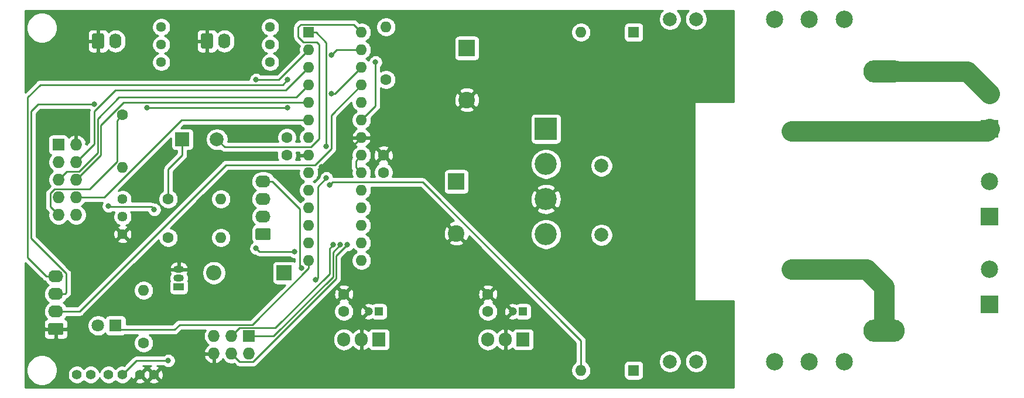
<source format=gbr>
G04 #@! TF.GenerationSoftware,KiCad,Pcbnew,5.1.7-a382d34a8~87~ubuntu20.04.1*
G04 #@! TF.CreationDate,2020-10-24T07:52:54+02:00*
G04 #@! TF.ProjectId,reflow_ofen_steuerung,7265666c-6f77-45f6-9f66-656e5f737465,1.0.0*
G04 #@! TF.SameCoordinates,Original*
G04 #@! TF.FileFunction,Copper,L1,Top*
G04 #@! TF.FilePolarity,Positive*
%FSLAX46Y46*%
G04 Gerber Fmt 4.6, Leading zero omitted, Abs format (unit mm)*
G04 Created by KiCad (PCBNEW 5.1.7-a382d34a8~87~ubuntu20.04.1) date 2020-10-24 07:52:54*
%MOMM*%
%LPD*%
G01*
G04 APERTURE LIST*
G04 #@! TA.AperFunction,ComponentPad*
%ADD10O,1.600000X1.600000*%
G04 #@! TD*
G04 #@! TA.AperFunction,ComponentPad*
%ADD11C,1.600000*%
G04 #@! TD*
G04 #@! TA.AperFunction,ComponentPad*
%ADD12C,1.200000*%
G04 #@! TD*
G04 #@! TA.AperFunction,ComponentPad*
%ADD13R,1.200000X1.200000*%
G04 #@! TD*
G04 #@! TA.AperFunction,ComponentPad*
%ADD14C,1.800000*%
G04 #@! TD*
G04 #@! TA.AperFunction,ComponentPad*
%ADD15R,1.800000X1.800000*%
G04 #@! TD*
G04 #@! TA.AperFunction,ComponentPad*
%ADD16C,2.400000*%
G04 #@! TD*
G04 #@! TA.AperFunction,ComponentPad*
%ADD17R,2.400000X2.400000*%
G04 #@! TD*
G04 #@! TA.AperFunction,ComponentPad*
%ADD18O,1.727200X1.727200*%
G04 #@! TD*
G04 #@! TA.AperFunction,ComponentPad*
%ADD19R,1.727200X1.727200*%
G04 #@! TD*
G04 #@! TA.AperFunction,ComponentPad*
%ADD20C,1.400000*%
G04 #@! TD*
G04 #@! TA.AperFunction,ComponentPad*
%ADD21C,2.000000*%
G04 #@! TD*
G04 #@! TA.AperFunction,ComponentPad*
%ADD22R,2.000000X2.000000*%
G04 #@! TD*
G04 #@! TA.AperFunction,ComponentPad*
%ADD23O,1.740000X2.200000*%
G04 #@! TD*
G04 #@! TA.AperFunction,ComponentPad*
%ADD24C,1.440000*%
G04 #@! TD*
G04 #@! TA.AperFunction,ComponentPad*
%ADD25R,1.500000X1.050000*%
G04 #@! TD*
G04 #@! TA.AperFunction,ComponentPad*
%ADD26O,1.500000X1.050000*%
G04 #@! TD*
G04 #@! TA.AperFunction,ComponentPad*
%ADD27O,2.200000X1.740000*%
G04 #@! TD*
G04 #@! TA.AperFunction,ComponentPad*
%ADD28O,2.200000X2.200000*%
G04 #@! TD*
G04 #@! TA.AperFunction,ComponentPad*
%ADD29R,2.200000X2.200000*%
G04 #@! TD*
G04 #@! TA.AperFunction,ComponentPad*
%ADD30R,1.600000X1.600000*%
G04 #@! TD*
G04 #@! TA.AperFunction,ComponentPad*
%ADD31O,1.905000X2.000000*%
G04 #@! TD*
G04 #@! TA.AperFunction,ComponentPad*
%ADD32R,1.905000X2.000000*%
G04 #@! TD*
G04 #@! TA.AperFunction,ComponentPad*
%ADD33C,2.500000*%
G04 #@! TD*
G04 #@! TA.AperFunction,ComponentPad*
%ADD34R,2.500000X2.500000*%
G04 #@! TD*
G04 #@! TA.AperFunction,ComponentPad*
%ADD35O,6.000000X3.250000*%
G04 #@! TD*
G04 #@! TA.AperFunction,ComponentPad*
%ADD36R,3.200000X3.200000*%
G04 #@! TD*
G04 #@! TA.AperFunction,ComponentPad*
%ADD37C,3.200000*%
G04 #@! TD*
G04 #@! TA.AperFunction,ViaPad*
%ADD38C,0.800000*%
G04 #@! TD*
G04 #@! TA.AperFunction,Conductor*
%ADD39C,3.000000*%
G04 #@! TD*
G04 #@! TA.AperFunction,Conductor*
%ADD40C,0.250000*%
G04 #@! TD*
G04 #@! TA.AperFunction,Conductor*
%ADD41C,0.254000*%
G04 #@! TD*
G04 #@! TA.AperFunction,Conductor*
%ADD42C,0.100000*%
G04 #@! TD*
G04 APERTURE END LIST*
D10*
X97282000Y-96774000D03*
D11*
X89662000Y-96774000D03*
D12*
X118642000Y-113030000D03*
D13*
X120142000Y-113030000D03*
D12*
X139470000Y-113030000D03*
D13*
X140970000Y-113030000D03*
D14*
X79502000Y-115062000D03*
D15*
X82042000Y-115062000D03*
D10*
X86106000Y-109982000D03*
D11*
X86106000Y-117602000D03*
D16*
X132842000Y-82430000D03*
D17*
X132842000Y-74930000D03*
D18*
X96266000Y-119126000D03*
X96266000Y-116586000D03*
X98806000Y-119126000D03*
X98806000Y-116586000D03*
X101346000Y-119126000D03*
D19*
X101346000Y-116586000D03*
D20*
X87598000Y-122174000D03*
X85598000Y-122174000D03*
X83026000Y-122174000D03*
X81026000Y-122174000D03*
X78454000Y-122174000D03*
X76454000Y-122174000D03*
D21*
X96694000Y-88138000D03*
D22*
X91694000Y-88138000D03*
D23*
X97790000Y-73914000D03*
G04 #@! TA.AperFunction,ComponentPad*
G36*
G01*
X94380000Y-74764001D02*
X94380000Y-73063999D01*
G75*
G02*
X94629999Y-72814000I249999J0D01*
G01*
X95870001Y-72814000D01*
G75*
G02*
X96120000Y-73063999I0J-249999D01*
G01*
X96120000Y-74764001D01*
G75*
G02*
X95870001Y-75014000I-249999J0D01*
G01*
X94629999Y-75014000D01*
G75*
G02*
X94380000Y-74764001I0J249999D01*
G01*
G37*
G04 #@! TD.AperFunction*
D24*
X104394000Y-76962000D03*
X104394000Y-74422000D03*
X104394000Y-71882000D03*
D10*
X97282000Y-102362000D03*
D11*
X89662000Y-102362000D03*
D25*
X91186000Y-109474000D03*
D26*
X91186000Y-106934000D03*
X91186000Y-108204000D03*
D27*
X103378000Y-94234000D03*
X103378000Y-96774000D03*
X103378000Y-99314000D03*
G04 #@! TA.AperFunction,ComponentPad*
G36*
G01*
X104228001Y-102724000D02*
X102527999Y-102724000D01*
G75*
G02*
X102278000Y-102474001I0J249999D01*
G01*
X102278000Y-101233999D01*
G75*
G02*
X102527999Y-100984000I249999J0D01*
G01*
X104228001Y-100984000D01*
G75*
G02*
X104478000Y-101233999I0J-249999D01*
G01*
X104478000Y-102474001D01*
G75*
G02*
X104228001Y-102724000I-249999J0D01*
G01*
G37*
G04 #@! TD.AperFunction*
X73406000Y-107950000D03*
X73406000Y-110490000D03*
X73406000Y-113030000D03*
G04 #@! TA.AperFunction,ComponentPad*
G36*
G01*
X74256001Y-116440000D02*
X72555999Y-116440000D01*
G75*
G02*
X72306000Y-116190001I0J249999D01*
G01*
X72306000Y-114949999D01*
G75*
G02*
X72555999Y-114700000I249999J0D01*
G01*
X74256001Y-114700000D01*
G75*
G02*
X74506000Y-114949999I0J-249999D01*
G01*
X74506000Y-116190001D01*
G75*
G02*
X74256001Y-116440000I-249999J0D01*
G01*
G37*
G04 #@! TD.AperFunction*
D28*
X96266000Y-107442000D03*
D29*
X106426000Y-107442000D03*
D23*
X82042000Y-73914000D03*
G04 #@! TA.AperFunction,ComponentPad*
G36*
G01*
X78632000Y-74764001D02*
X78632000Y-73063999D01*
G75*
G02*
X78881999Y-72814000I249999J0D01*
G01*
X80122001Y-72814000D01*
G75*
G02*
X80372000Y-73063999I0J-249999D01*
G01*
X80372000Y-74764001D01*
G75*
G02*
X80122001Y-75014000I-249999J0D01*
G01*
X78881999Y-75014000D01*
G75*
G02*
X78632000Y-74764001I0J249999D01*
G01*
G37*
G04 #@! TD.AperFunction*
D24*
X88646000Y-76962000D03*
X88646000Y-74422000D03*
X88646000Y-71882000D03*
D10*
X149352000Y-121539000D03*
D30*
X156972000Y-121539000D03*
D10*
X149352000Y-72644000D03*
D30*
X156972000Y-72644000D03*
D10*
X121158000Y-71882000D03*
D11*
X121158000Y-79502000D03*
D24*
X83058000Y-101854000D03*
X83058000Y-99314000D03*
X83058000Y-96774000D03*
D10*
X83058000Y-92202000D03*
D11*
X83058000Y-84582000D03*
D18*
X76327000Y-99060000D03*
X73787000Y-99060000D03*
X76327000Y-96520000D03*
X73787000Y-96520000D03*
X76327000Y-93980000D03*
X73787000Y-93980000D03*
X76327000Y-91440000D03*
X73787000Y-91440000D03*
X76327000Y-88900000D03*
D19*
X73787000Y-88900000D03*
D11*
X120777000Y-92924000D03*
X120777000Y-90424000D03*
X106807000Y-90384000D03*
X106807000Y-87884000D03*
D10*
X117602000Y-72644000D03*
X109982000Y-105664000D03*
X117602000Y-75184000D03*
X109982000Y-103124000D03*
X117602000Y-77724000D03*
X109982000Y-100584000D03*
X117602000Y-80264000D03*
X109982000Y-98044000D03*
X117602000Y-82804000D03*
X109982000Y-95504000D03*
X117602000Y-85344000D03*
X109982000Y-92964000D03*
X117602000Y-87884000D03*
X109982000Y-90424000D03*
X117602000Y-90424000D03*
X109982000Y-87884000D03*
X117602000Y-92964000D03*
X109982000Y-85344000D03*
X117602000Y-95504000D03*
X109982000Y-82804000D03*
X117602000Y-98044000D03*
X109982000Y-80264000D03*
X117602000Y-100584000D03*
X109982000Y-77724000D03*
X117602000Y-103124000D03*
X109982000Y-75184000D03*
X117602000Y-105664000D03*
D30*
X109982000Y-72644000D03*
D31*
X115062000Y-117094000D03*
X117602000Y-117094000D03*
D32*
X120142000Y-117094000D03*
D31*
X135890000Y-117094000D03*
X138430000Y-117094000D03*
D32*
X140970000Y-117094000D03*
D11*
X115062000Y-110530000D03*
X115062000Y-113030000D03*
X135890000Y-110530000D03*
X135890000Y-113030000D03*
D22*
X179802500Y-106964500D03*
D21*
X179802500Y-86964500D03*
X152302500Y-101964500D03*
X152302500Y-91964500D03*
D33*
X208407000Y-94234000D03*
D34*
X208407000Y-99314000D03*
D33*
X208407000Y-106934000D03*
D34*
X208407000Y-112014000D03*
D21*
X162212000Y-120269000D03*
X165992000Y-120269000D03*
D33*
X177332000Y-120269000D03*
X182372000Y-120269000D03*
X187412000Y-120269000D03*
D21*
X162212000Y-70739000D03*
X165992000Y-70739000D03*
D33*
X177332000Y-70739000D03*
X182372000Y-70739000D03*
X187412000Y-70739000D03*
D35*
X193167000Y-115824000D03*
X193167000Y-78324000D03*
D33*
X208407000Y-81534000D03*
D34*
X208407000Y-86614000D03*
D36*
X144272000Y-86614000D03*
D37*
X144272000Y-91694000D03*
X144272000Y-96774000D03*
X144272000Y-101854000D03*
D16*
X131318000Y-101734000D03*
D17*
X131318000Y-94234000D03*
D38*
X111797000Y-92117264D03*
X113030000Y-94742000D03*
X89666653Y-120137347D03*
X112522000Y-89154000D03*
X112522000Y-93726000D03*
X110998000Y-108458000D03*
X115570000Y-103378000D03*
X113528694Y-103368694D03*
X114549347Y-103373347D03*
X87630000Y-98298000D03*
X81026000Y-97790000D03*
X102362000Y-79502000D03*
X113247000Y-75946000D03*
X106934000Y-79502000D03*
X113247000Y-81534000D03*
X106934000Y-83566000D03*
X86614000Y-83566000D03*
X78989347Y-83053347D03*
X108966000Y-106717000D03*
X102362000Y-103886000D03*
X107950000Y-104394000D03*
X119634000Y-76962000D03*
D39*
X179802500Y-106964500D02*
X190657500Y-106964500D01*
X193167000Y-109474000D02*
X193167000Y-115824000D01*
X190657500Y-106964500D02*
X193167000Y-109474000D01*
D40*
X113368736Y-92117264D02*
X117602000Y-87884000D01*
X111797000Y-92117264D02*
X113368736Y-92117264D01*
D39*
X205197000Y-78324000D02*
X208407000Y-81534000D01*
X193167000Y-78324000D02*
X205197000Y-78324000D01*
X208056500Y-86964500D02*
X208407000Y-86614000D01*
X179802500Y-86964500D02*
X208056500Y-86964500D01*
D40*
X149352000Y-117246998D02*
X149352000Y-121539000D01*
X126447003Y-94342001D02*
X149352000Y-117246998D01*
X113429999Y-94342001D02*
X126447003Y-94342001D01*
X113030000Y-94742000D02*
X113429999Y-94342001D01*
X85062653Y-120137347D02*
X83026000Y-122174000D01*
X89666653Y-120137347D02*
X85062653Y-120137347D01*
X116802001Y-92164001D02*
X117602000Y-92964000D01*
X116802001Y-91223999D02*
X116802001Y-92164001D01*
X117602000Y-90424000D02*
X116802001Y-91223999D01*
X112522000Y-74134000D02*
X112522000Y-89154000D01*
X111032000Y-72644000D02*
X112522000Y-74134000D01*
X109982000Y-72644000D02*
X111032000Y-72644000D01*
X111288999Y-108167001D02*
X110998000Y-108458000D01*
X111288999Y-94959001D02*
X111288999Y-108167001D01*
X112522000Y-93726000D02*
X111288999Y-94959001D01*
X99994601Y-120314601D02*
X98806000Y-119126000D01*
X101916529Y-120314601D02*
X99994601Y-120314601D01*
X113936999Y-105011001D02*
X113936999Y-108294131D01*
X113936999Y-108294131D02*
X101916529Y-120314601D01*
X115570000Y-103378000D02*
X113936999Y-105011001D01*
X113528694Y-103368694D02*
X112965795Y-103931593D01*
X99994601Y-115397399D02*
X98806000Y-116586000D01*
X112965795Y-107563207D02*
X105131603Y-115397399D01*
X105131603Y-115397399D02*
X99994601Y-115397399D01*
X112965795Y-103931593D02*
X112965795Y-107563207D01*
X114549347Y-103373347D02*
X113486989Y-104435705D01*
X113486989Y-104435705D02*
X113486989Y-108001011D01*
X104902000Y-116586000D02*
X101346000Y-116586000D01*
X113486989Y-108001011D02*
X104902000Y-116586000D01*
X101829981Y-114947389D02*
X91300611Y-114947389D01*
X109982000Y-106795370D02*
X101829981Y-114947389D01*
X109982000Y-105664000D02*
X109982000Y-106795370D01*
X82659001Y-115679001D02*
X82042000Y-115062000D01*
X90568999Y-115679001D02*
X82659001Y-115679001D01*
X91300611Y-114947389D02*
X90568999Y-115679001D01*
X72598399Y-95949471D02*
X72598399Y-97871399D01*
X73216471Y-95331399D02*
X72598399Y-95949471D01*
X78263599Y-95331399D02*
X73216471Y-95331399D01*
X82258001Y-91336997D02*
X78263599Y-95331399D01*
X72923401Y-98196401D02*
X73787000Y-99060000D01*
X82258001Y-85381999D02*
X82258001Y-91336997D01*
X72598399Y-97871399D02*
X72923401Y-98196401D01*
X83058000Y-84582000D02*
X82258001Y-85381999D01*
X77548314Y-96520000D02*
X76327000Y-96520000D01*
X80405002Y-96520000D02*
X77548314Y-96520000D01*
X91581002Y-85344000D02*
X80405002Y-96520000D01*
X109982000Y-85344000D02*
X91581002Y-85344000D01*
X81134001Y-97898001D02*
X81026000Y-97790000D01*
X87230001Y-97898001D02*
X81134001Y-97898001D01*
X87630000Y-98298000D02*
X87230001Y-97898001D01*
X77190599Y-93116401D02*
X76327000Y-93980000D01*
X79894020Y-90412980D02*
X77190599Y-93116401D01*
X79894020Y-86080978D02*
X79894020Y-90412980D01*
X83170998Y-82804000D02*
X79894020Y-86080978D01*
X109982000Y-82804000D02*
X83170998Y-82804000D01*
X109982000Y-80264000D02*
X108204000Y-82042000D01*
X108204000Y-82042000D02*
X82550000Y-82042000D01*
X74650599Y-93116401D02*
X73787000Y-93980000D01*
X74975601Y-92791399D02*
X74650599Y-93116401D01*
X79444010Y-90082120D02*
X76734731Y-92791399D01*
X76734731Y-92791399D02*
X74975601Y-92791399D01*
X79444010Y-85147990D02*
X79444010Y-90082120D01*
X82550000Y-82042000D02*
X79444010Y-85147990D01*
X109982000Y-77724000D02*
X106680000Y-81026000D01*
X106680000Y-81026000D02*
X82042000Y-81026000D01*
X82042000Y-81026000D02*
X78994000Y-84074000D01*
X78994000Y-88773000D02*
X76327000Y-91440000D01*
X78994000Y-84074000D02*
X78994000Y-88773000D01*
X105664000Y-79502000D02*
X102362000Y-79502000D01*
X109982000Y-75184000D02*
X105664000Y-79502000D01*
X114009000Y-75184000D02*
X113247000Y-75946000D01*
X117602000Y-75184000D02*
X114009000Y-75184000D01*
X106208999Y-80227001D02*
X71156999Y-80227001D01*
X106934000Y-79502000D02*
X106208999Y-80227001D01*
X71156999Y-80227001D02*
X69342000Y-82042000D01*
X72056000Y-107950000D02*
X73406000Y-107950000D01*
X69342000Y-105236000D02*
X72056000Y-107950000D01*
X69342000Y-82042000D02*
X69342000Y-105236000D01*
X113792000Y-81534000D02*
X113247000Y-81534000D01*
X117602000Y-77724000D02*
X113792000Y-81534000D01*
X106934000Y-83566000D02*
X86614000Y-83566000D01*
X74756000Y-110490000D02*
X73406000Y-110490000D01*
X74930000Y-110316000D02*
X74756000Y-110490000D01*
X74930000Y-107554001D02*
X74930000Y-110316000D01*
X69850000Y-102474001D02*
X74930000Y-107554001D01*
X69850000Y-84074000D02*
X69850000Y-102474001D01*
X70870653Y-83053347D02*
X69850000Y-84074000D01*
X78989347Y-83053347D02*
X70870653Y-83053347D01*
X74756000Y-113030000D02*
X73406000Y-113030000D01*
X76811002Y-113030000D02*
X74756000Y-113030000D01*
X98002003Y-91838999D02*
X76811002Y-113030000D01*
X110910003Y-91838999D02*
X98002003Y-91838999D01*
X113247001Y-89502001D02*
X110910003Y-91838999D01*
X113247001Y-84618999D02*
X113247001Y-89502001D01*
X117602000Y-80264000D02*
X113247001Y-84618999D01*
X108675001Y-106426001D02*
X108966000Y-106717000D01*
X108675001Y-98181001D02*
X108675001Y-106426001D01*
X104728000Y-94234000D02*
X108675001Y-98181001D01*
X103378000Y-94234000D02*
X104728000Y-94234000D01*
X102870000Y-104394000D02*
X107950000Y-104394000D01*
X102362000Y-103886000D02*
X102870000Y-104394000D01*
X116476999Y-71518999D02*
X108821001Y-71518999D01*
X117602000Y-72644000D02*
X116476999Y-71518999D01*
X108821001Y-71518999D02*
X108458000Y-71882000D01*
X109211997Y-74058999D02*
X111142999Y-74058999D01*
X108458000Y-73305002D02*
X109211997Y-74058999D01*
X108458000Y-71882000D02*
X108458000Y-73305002D01*
X111142999Y-74058999D02*
X111506000Y-74422000D01*
X111506000Y-88025002D02*
X110272003Y-89258999D01*
X111506000Y-74422000D02*
X111506000Y-88025002D01*
X97814999Y-89258999D02*
X98656999Y-89258999D01*
X96694000Y-88138000D02*
X97814999Y-89258999D01*
X98656999Y-89258999D02*
X98621001Y-89258999D01*
X110272003Y-89258999D02*
X98656999Y-89258999D01*
X89662000Y-96774000D02*
X89662000Y-92456000D01*
X91694000Y-90424000D02*
X91694000Y-88138000D01*
X89662000Y-92456000D02*
X91694000Y-90424000D01*
X119634000Y-83312000D02*
X117602000Y-85344000D01*
X119634000Y-76962000D02*
X119634000Y-83312000D01*
D41*
X160942013Y-69696748D02*
X160763082Y-69964537D01*
X160639832Y-70262088D01*
X160577000Y-70577967D01*
X160577000Y-70900033D01*
X160639832Y-71215912D01*
X160763082Y-71513463D01*
X160942013Y-71781252D01*
X161169748Y-72008987D01*
X161437537Y-72187918D01*
X161735088Y-72311168D01*
X162050967Y-72374000D01*
X162373033Y-72374000D01*
X162688912Y-72311168D01*
X162986463Y-72187918D01*
X163254252Y-72008987D01*
X163481987Y-71781252D01*
X163660918Y-71513463D01*
X163784168Y-71215912D01*
X163847000Y-70900033D01*
X163847000Y-70577967D01*
X163784168Y-70262088D01*
X163660918Y-69964537D01*
X163481987Y-69696748D01*
X163279239Y-69494000D01*
X164924761Y-69494000D01*
X164722013Y-69696748D01*
X164543082Y-69964537D01*
X164419832Y-70262088D01*
X164357000Y-70577967D01*
X164357000Y-70900033D01*
X164419832Y-71215912D01*
X164543082Y-71513463D01*
X164722013Y-71781252D01*
X164949748Y-72008987D01*
X165217537Y-72187918D01*
X165515088Y-72311168D01*
X165830967Y-72374000D01*
X166153033Y-72374000D01*
X166468912Y-72311168D01*
X166766463Y-72187918D01*
X167034252Y-72008987D01*
X167261987Y-71781252D01*
X167440918Y-71513463D01*
X167564168Y-71215912D01*
X167627000Y-70900033D01*
X167627000Y-70577967D01*
X167564168Y-70262088D01*
X167440918Y-69964537D01*
X167261987Y-69696748D01*
X167059239Y-69494000D01*
X171450000Y-69494000D01*
X171450000Y-82677000D01*
X165862000Y-82677000D01*
X165837224Y-82679440D01*
X165813399Y-82686667D01*
X165791443Y-82698403D01*
X165772197Y-82714197D01*
X165756403Y-82733443D01*
X165744667Y-82755399D01*
X165737440Y-82779224D01*
X165735000Y-82804000D01*
X165735000Y-111379000D01*
X165737440Y-111403776D01*
X165744667Y-111427601D01*
X165756403Y-111449557D01*
X165772197Y-111468803D01*
X165791443Y-111484597D01*
X165813399Y-111496333D01*
X165837224Y-111503560D01*
X165862000Y-111506000D01*
X171450000Y-111506000D01*
X171450000Y-124054000D01*
X68986000Y-124054000D01*
X68986000Y-121318872D01*
X69139000Y-121318872D01*
X69139000Y-121759128D01*
X69224890Y-122190925D01*
X69393369Y-122597669D01*
X69637962Y-122963729D01*
X69949271Y-123275038D01*
X70315331Y-123519631D01*
X70722075Y-123688110D01*
X71153872Y-123774000D01*
X71594128Y-123774000D01*
X72025925Y-123688110D01*
X72432669Y-123519631D01*
X72798729Y-123275038D01*
X73110038Y-122963729D01*
X73354631Y-122597669D01*
X73523110Y-122190925D01*
X73552630Y-122042514D01*
X75119000Y-122042514D01*
X75119000Y-122305486D01*
X75170304Y-122563405D01*
X75270939Y-122806359D01*
X75417038Y-123025013D01*
X75602987Y-123210962D01*
X75821641Y-123357061D01*
X76064595Y-123457696D01*
X76322514Y-123509000D01*
X76585486Y-123509000D01*
X76843405Y-123457696D01*
X77086359Y-123357061D01*
X77305013Y-123210962D01*
X77454000Y-123061975D01*
X77602987Y-123210962D01*
X77821641Y-123357061D01*
X78064595Y-123457696D01*
X78322514Y-123509000D01*
X78585486Y-123509000D01*
X78843405Y-123457696D01*
X79086359Y-123357061D01*
X79305013Y-123210962D01*
X79490962Y-123025013D01*
X79637061Y-122806359D01*
X79737696Y-122563405D01*
X79740000Y-122551822D01*
X79742304Y-122563405D01*
X79842939Y-122806359D01*
X79989038Y-123025013D01*
X80174987Y-123210962D01*
X80393641Y-123357061D01*
X80636595Y-123457696D01*
X80894514Y-123509000D01*
X81157486Y-123509000D01*
X81415405Y-123457696D01*
X81658359Y-123357061D01*
X81877013Y-123210962D01*
X82026000Y-123061975D01*
X82174987Y-123210962D01*
X82393641Y-123357061D01*
X82636595Y-123457696D01*
X82894514Y-123509000D01*
X83157486Y-123509000D01*
X83415405Y-123457696D01*
X83658359Y-123357061D01*
X83877013Y-123210962D01*
X83992706Y-123095269D01*
X84856336Y-123095269D01*
X84915797Y-123329037D01*
X85154242Y-123439934D01*
X85409740Y-123502183D01*
X85672473Y-123513390D01*
X85932344Y-123473125D01*
X86179366Y-123382935D01*
X86280203Y-123329037D01*
X86339664Y-123095269D01*
X86856336Y-123095269D01*
X86915797Y-123329037D01*
X87154242Y-123439934D01*
X87409740Y-123502183D01*
X87672473Y-123513390D01*
X87932344Y-123473125D01*
X88179366Y-123382935D01*
X88280203Y-123329037D01*
X88339664Y-123095269D01*
X87598000Y-122353605D01*
X86856336Y-123095269D01*
X86339664Y-123095269D01*
X85598000Y-122353605D01*
X84856336Y-123095269D01*
X83992706Y-123095269D01*
X84062962Y-123025013D01*
X84209061Y-122806359D01*
X84309696Y-122563405D01*
X84312970Y-122546948D01*
X84389065Y-122755366D01*
X84442963Y-122856203D01*
X84676731Y-122915664D01*
X85418395Y-122174000D01*
X85777605Y-122174000D01*
X86423621Y-122820016D01*
X86442963Y-122856203D01*
X86465554Y-122861949D01*
X86519269Y-122915664D01*
X86598000Y-122895638D01*
X86676731Y-122915664D01*
X86730446Y-122861949D01*
X86753037Y-122856203D01*
X86767683Y-122824712D01*
X87418395Y-122174000D01*
X87777605Y-122174000D01*
X88519269Y-122915664D01*
X88753037Y-122856203D01*
X88863934Y-122617758D01*
X88926183Y-122362260D01*
X88937390Y-122099527D01*
X88897125Y-121839656D01*
X88806935Y-121592634D01*
X88753037Y-121491797D01*
X88519269Y-121432336D01*
X87777605Y-122174000D01*
X87418395Y-122174000D01*
X86772379Y-121527984D01*
X86753037Y-121491797D01*
X86730446Y-121486051D01*
X86676731Y-121432336D01*
X86598000Y-121452362D01*
X86519269Y-121432336D01*
X86465554Y-121486051D01*
X86442963Y-121491797D01*
X86428317Y-121523288D01*
X85777605Y-122174000D01*
X85418395Y-122174000D01*
X85404253Y-122159858D01*
X85583858Y-121980253D01*
X85598000Y-121994395D01*
X86339664Y-121252731D01*
X86280203Y-121018963D01*
X86041758Y-120908066D01*
X85997762Y-120897347D01*
X87202107Y-120897347D01*
X87016634Y-120965065D01*
X86915797Y-121018963D01*
X86856336Y-121252731D01*
X87598000Y-121994395D01*
X88339664Y-121252731D01*
X88280203Y-121018963D01*
X88041758Y-120908066D01*
X87997762Y-120897347D01*
X88962942Y-120897347D01*
X89006879Y-120941284D01*
X89176397Y-121054552D01*
X89364755Y-121132573D01*
X89564714Y-121172347D01*
X89768592Y-121172347D01*
X89968551Y-121132573D01*
X90156909Y-121054552D01*
X90326427Y-120941284D01*
X90470590Y-120797121D01*
X90583858Y-120627603D01*
X90661879Y-120439245D01*
X90701653Y-120239286D01*
X90701653Y-120035408D01*
X90661879Y-119835449D01*
X90583858Y-119647091D01*
X90475571Y-119485027D01*
X94811037Y-119485027D01*
X94909036Y-119761978D01*
X95059183Y-120014488D01*
X95255707Y-120232854D01*
X95491056Y-120408684D01*
X95756186Y-120535222D01*
X95906974Y-120580958D01*
X96139000Y-120459817D01*
X96139000Y-119253000D01*
X94931536Y-119253000D01*
X94811037Y-119485027D01*
X90475571Y-119485027D01*
X90470590Y-119477573D01*
X90326427Y-119333410D01*
X90156909Y-119220142D01*
X89968551Y-119142121D01*
X89768592Y-119102347D01*
X89564714Y-119102347D01*
X89364755Y-119142121D01*
X89176397Y-119220142D01*
X89006879Y-119333410D01*
X88962942Y-119377347D01*
X85099975Y-119377347D01*
X85062652Y-119373671D01*
X85025329Y-119377347D01*
X85025320Y-119377347D01*
X84913667Y-119388344D01*
X84770406Y-119431801D01*
X84638377Y-119502373D01*
X84522652Y-119597346D01*
X84498854Y-119626344D01*
X83264844Y-120860355D01*
X83157486Y-120839000D01*
X82894514Y-120839000D01*
X82636595Y-120890304D01*
X82393641Y-120990939D01*
X82174987Y-121137038D01*
X82026000Y-121286025D01*
X81877013Y-121137038D01*
X81658359Y-120990939D01*
X81415405Y-120890304D01*
X81157486Y-120839000D01*
X80894514Y-120839000D01*
X80636595Y-120890304D01*
X80393641Y-120990939D01*
X80174987Y-121137038D01*
X79989038Y-121322987D01*
X79842939Y-121541641D01*
X79742304Y-121784595D01*
X79740000Y-121796178D01*
X79737696Y-121784595D01*
X79637061Y-121541641D01*
X79490962Y-121322987D01*
X79305013Y-121137038D01*
X79086359Y-120990939D01*
X78843405Y-120890304D01*
X78585486Y-120839000D01*
X78322514Y-120839000D01*
X78064595Y-120890304D01*
X77821641Y-120990939D01*
X77602987Y-121137038D01*
X77454000Y-121286025D01*
X77305013Y-121137038D01*
X77086359Y-120990939D01*
X76843405Y-120890304D01*
X76585486Y-120839000D01*
X76322514Y-120839000D01*
X76064595Y-120890304D01*
X75821641Y-120990939D01*
X75602987Y-121137038D01*
X75417038Y-121322987D01*
X75270939Y-121541641D01*
X75170304Y-121784595D01*
X75119000Y-122042514D01*
X73552630Y-122042514D01*
X73609000Y-121759128D01*
X73609000Y-121318872D01*
X73523110Y-120887075D01*
X73354631Y-120480331D01*
X73110038Y-120114271D01*
X72798729Y-119802962D01*
X72432669Y-119558369D01*
X72025925Y-119389890D01*
X71594128Y-119304000D01*
X71153872Y-119304000D01*
X70722075Y-119389890D01*
X70315331Y-119558369D01*
X69949271Y-119802962D01*
X69637962Y-120114271D01*
X69393369Y-120480331D01*
X69224890Y-120887075D01*
X69139000Y-121318872D01*
X68986000Y-121318872D01*
X68986000Y-116440000D01*
X71667928Y-116440000D01*
X71680188Y-116564482D01*
X71716498Y-116684180D01*
X71775463Y-116794494D01*
X71854815Y-116891185D01*
X71951506Y-116970537D01*
X72061820Y-117029502D01*
X72181518Y-117065812D01*
X72306000Y-117078072D01*
X73120250Y-117075000D01*
X73279000Y-116916250D01*
X73279000Y-115697000D01*
X73533000Y-115697000D01*
X73533000Y-116916250D01*
X73691750Y-117075000D01*
X74506000Y-117078072D01*
X74630482Y-117065812D01*
X74750180Y-117029502D01*
X74860494Y-116970537D01*
X74957185Y-116891185D01*
X75036537Y-116794494D01*
X75095502Y-116684180D01*
X75131812Y-116564482D01*
X75144072Y-116440000D01*
X75141000Y-115855750D01*
X74982250Y-115697000D01*
X73533000Y-115697000D01*
X73279000Y-115697000D01*
X71829750Y-115697000D01*
X71671000Y-115855750D01*
X71667928Y-116440000D01*
X68986000Y-116440000D01*
X68986000Y-105954801D01*
X71492201Y-108461003D01*
X71515999Y-108490001D01*
X71544997Y-108513799D01*
X71631724Y-108584974D01*
X71763753Y-108655546D01*
X71862657Y-108685548D01*
X71918583Y-108790179D01*
X72106655Y-109019345D01*
X72335821Y-109207417D01*
X72359362Y-109220000D01*
X72335821Y-109232583D01*
X72106655Y-109420655D01*
X71918583Y-109649821D01*
X71778834Y-109911275D01*
X71692776Y-110194968D01*
X71663718Y-110490000D01*
X71692776Y-110785032D01*
X71778834Y-111068725D01*
X71918583Y-111330179D01*
X72106655Y-111559345D01*
X72335821Y-111747417D01*
X72359362Y-111760000D01*
X72335821Y-111772583D01*
X72106655Y-111960655D01*
X71918583Y-112189821D01*
X71778834Y-112451275D01*
X71692776Y-112734968D01*
X71663718Y-113030000D01*
X71692776Y-113325032D01*
X71778834Y-113608725D01*
X71918583Y-113870179D01*
X72105047Y-114097385D01*
X72061820Y-114110498D01*
X71951506Y-114169463D01*
X71854815Y-114248815D01*
X71775463Y-114345506D01*
X71716498Y-114455820D01*
X71680188Y-114575518D01*
X71667928Y-114700000D01*
X71671000Y-115284250D01*
X71829750Y-115443000D01*
X73279000Y-115443000D01*
X73279000Y-115423000D01*
X73533000Y-115423000D01*
X73533000Y-115443000D01*
X74982250Y-115443000D01*
X75141000Y-115284250D01*
X75144072Y-114700000D01*
X75131812Y-114575518D01*
X75095502Y-114455820D01*
X75036537Y-114345506D01*
X74957185Y-114248815D01*
X74860494Y-114169463D01*
X74750180Y-114110498D01*
X74706953Y-114097385D01*
X74893417Y-113870179D01*
X74936273Y-113790000D01*
X76773680Y-113790000D01*
X76811002Y-113793676D01*
X76848324Y-113790000D01*
X76848335Y-113790000D01*
X76959988Y-113779003D01*
X77103249Y-113735546D01*
X77235278Y-113664974D01*
X77351003Y-113570001D01*
X77374806Y-113540997D01*
X81075138Y-109840665D01*
X84671000Y-109840665D01*
X84671000Y-110123335D01*
X84726147Y-110400574D01*
X84834320Y-110661727D01*
X84991363Y-110896759D01*
X85191241Y-111096637D01*
X85426273Y-111253680D01*
X85687426Y-111361853D01*
X85964665Y-111417000D01*
X86247335Y-111417000D01*
X86524574Y-111361853D01*
X86785727Y-111253680D01*
X87020759Y-111096637D01*
X87220637Y-110896759D01*
X87377680Y-110661727D01*
X87485853Y-110400574D01*
X87541000Y-110123335D01*
X87541000Y-109840665D01*
X87485853Y-109563426D01*
X87377680Y-109302273D01*
X87220637Y-109067241D01*
X87020759Y-108867363D01*
X86785727Y-108710320D01*
X86524574Y-108602147D01*
X86247335Y-108547000D01*
X85964665Y-108547000D01*
X85687426Y-108602147D01*
X85426273Y-108710320D01*
X85191241Y-108867363D01*
X84991363Y-109067241D01*
X84834320Y-109302273D01*
X84726147Y-109563426D01*
X84671000Y-109840665D01*
X81075138Y-109840665D01*
X82711803Y-108204000D01*
X89795388Y-108204000D01*
X89817785Y-108431400D01*
X89881093Y-108640098D01*
X89846498Y-108704820D01*
X89810188Y-108824518D01*
X89797928Y-108949000D01*
X89797928Y-109999000D01*
X89810188Y-110123482D01*
X89846498Y-110243180D01*
X89905463Y-110353494D01*
X89984815Y-110450185D01*
X90081506Y-110529537D01*
X90191820Y-110588502D01*
X90311518Y-110624812D01*
X90436000Y-110637072D01*
X91936000Y-110637072D01*
X92060482Y-110624812D01*
X92180180Y-110588502D01*
X92290494Y-110529537D01*
X92387185Y-110450185D01*
X92466537Y-110353494D01*
X92525502Y-110243180D01*
X92561812Y-110123482D01*
X92574072Y-109999000D01*
X92574072Y-108949000D01*
X92561812Y-108824518D01*
X92525502Y-108704820D01*
X92490907Y-108640098D01*
X92554215Y-108431400D01*
X92576612Y-108204000D01*
X92554215Y-107976600D01*
X92487885Y-107757940D01*
X92387071Y-107569331D01*
X92428275Y-107510882D01*
X92521272Y-107301337D01*
X92525541Y-107271117D01*
X94531000Y-107271117D01*
X94531000Y-107612883D01*
X94597675Y-107948081D01*
X94728463Y-108263831D01*
X94918337Y-108547998D01*
X95160002Y-108789663D01*
X95444169Y-108979537D01*
X95759919Y-109110325D01*
X96095117Y-109177000D01*
X96436883Y-109177000D01*
X96772081Y-109110325D01*
X97087831Y-108979537D01*
X97371998Y-108789663D01*
X97613663Y-108547998D01*
X97803537Y-108263831D01*
X97934325Y-107948081D01*
X98001000Y-107612883D01*
X98001000Y-107271117D01*
X97934325Y-106935919D01*
X97803537Y-106620169D01*
X97613663Y-106336002D01*
X97371998Y-106094337D01*
X97087831Y-105904463D01*
X96772081Y-105773675D01*
X96436883Y-105707000D01*
X96095117Y-105707000D01*
X95759919Y-105773675D01*
X95444169Y-105904463D01*
X95160002Y-106094337D01*
X94918337Y-106336002D01*
X94728463Y-106620169D01*
X94597675Y-106935919D01*
X94531000Y-107271117D01*
X92525541Y-107271117D01*
X92529964Y-107239810D01*
X92404163Y-107061000D01*
X91639109Y-107061000D01*
X91638400Y-107060785D01*
X91467979Y-107044000D01*
X90904021Y-107044000D01*
X90733600Y-107060785D01*
X90732891Y-107061000D01*
X89967837Y-107061000D01*
X89842036Y-107239810D01*
X89850728Y-107301337D01*
X89943725Y-107510882D01*
X89984929Y-107569331D01*
X89884115Y-107757940D01*
X89817785Y-107976600D01*
X89795388Y-108204000D01*
X82711803Y-108204000D01*
X84287613Y-106628190D01*
X89842036Y-106628190D01*
X89967837Y-106807000D01*
X91059000Y-106807000D01*
X91059000Y-105927402D01*
X91313000Y-105927402D01*
X91313000Y-106807000D01*
X92404163Y-106807000D01*
X92529964Y-106628190D01*
X92521272Y-106566663D01*
X92428275Y-106357118D01*
X92296184Y-106169742D01*
X92130076Y-106011736D01*
X91936334Y-105889172D01*
X91722404Y-105806761D01*
X91496507Y-105767669D01*
X91313000Y-105927402D01*
X91059000Y-105927402D01*
X90875493Y-105767669D01*
X90649596Y-105806761D01*
X90435666Y-105889172D01*
X90241924Y-106011736D01*
X90075816Y-106169742D01*
X89943725Y-106357118D01*
X89850728Y-106566663D01*
X89842036Y-106628190D01*
X84287613Y-106628190D01*
X88257772Y-102658032D01*
X88282147Y-102780574D01*
X88390320Y-103041727D01*
X88547363Y-103276759D01*
X88747241Y-103476637D01*
X88982273Y-103633680D01*
X89243426Y-103741853D01*
X89520665Y-103797000D01*
X89803335Y-103797000D01*
X90080574Y-103741853D01*
X90341727Y-103633680D01*
X90576759Y-103476637D01*
X90776637Y-103276759D01*
X90933680Y-103041727D01*
X91041853Y-102780574D01*
X91097000Y-102503335D01*
X91097000Y-102220665D01*
X95847000Y-102220665D01*
X95847000Y-102503335D01*
X95902147Y-102780574D01*
X96010320Y-103041727D01*
X96167363Y-103276759D01*
X96367241Y-103476637D01*
X96602273Y-103633680D01*
X96863426Y-103741853D01*
X97140665Y-103797000D01*
X97423335Y-103797000D01*
X97700574Y-103741853D01*
X97961727Y-103633680D01*
X98196759Y-103476637D01*
X98396637Y-103276759D01*
X98553680Y-103041727D01*
X98661853Y-102780574D01*
X98717000Y-102503335D01*
X98717000Y-102220665D01*
X98661853Y-101943426D01*
X98553680Y-101682273D01*
X98396637Y-101447241D01*
X98196759Y-101247363D01*
X97961727Y-101090320D01*
X97700574Y-100982147D01*
X97423335Y-100927000D01*
X97140665Y-100927000D01*
X96863426Y-100982147D01*
X96602273Y-101090320D01*
X96367241Y-101247363D01*
X96167363Y-101447241D01*
X96010320Y-101682273D01*
X95902147Y-101943426D01*
X95847000Y-102220665D01*
X91097000Y-102220665D01*
X91041853Y-101943426D01*
X90933680Y-101682273D01*
X90776637Y-101447241D01*
X90576759Y-101247363D01*
X90341727Y-101090320D01*
X90080574Y-100982147D01*
X89958032Y-100957772D01*
X94283139Y-96632665D01*
X95847000Y-96632665D01*
X95847000Y-96915335D01*
X95902147Y-97192574D01*
X96010320Y-97453727D01*
X96167363Y-97688759D01*
X96367241Y-97888637D01*
X96602273Y-98045680D01*
X96863426Y-98153853D01*
X97140665Y-98209000D01*
X97423335Y-98209000D01*
X97700574Y-98153853D01*
X97961727Y-98045680D01*
X98196759Y-97888637D01*
X98396637Y-97688759D01*
X98553680Y-97453727D01*
X98661853Y-97192574D01*
X98717000Y-96915335D01*
X98717000Y-96632665D01*
X98661853Y-96355426D01*
X98553680Y-96094273D01*
X98396637Y-95859241D01*
X98196759Y-95659363D01*
X97961727Y-95502320D01*
X97700574Y-95394147D01*
X97423335Y-95339000D01*
X97140665Y-95339000D01*
X96863426Y-95394147D01*
X96602273Y-95502320D01*
X96367241Y-95659363D01*
X96167363Y-95859241D01*
X96010320Y-96094273D01*
X95902147Y-96355426D01*
X95847000Y-96632665D01*
X94283139Y-96632665D01*
X98316805Y-92598999D01*
X108591491Y-92598999D01*
X108547000Y-92822665D01*
X108547000Y-93105335D01*
X108602147Y-93382574D01*
X108710320Y-93643727D01*
X108867363Y-93878759D01*
X109067241Y-94078637D01*
X109299759Y-94234000D01*
X109067241Y-94389363D01*
X108867363Y-94589241D01*
X108710320Y-94824273D01*
X108602147Y-95085426D01*
X108547000Y-95362665D01*
X108547000Y-95645335D01*
X108602147Y-95922574D01*
X108710320Y-96183727D01*
X108867363Y-96418759D01*
X109067241Y-96618637D01*
X109299759Y-96774000D01*
X109067241Y-96929363D01*
X108867363Y-97129241D01*
X108799543Y-97230741D01*
X105291804Y-93723003D01*
X105268001Y-93693999D01*
X105152276Y-93599026D01*
X105020247Y-93528454D01*
X104921343Y-93498452D01*
X104865417Y-93393821D01*
X104677345Y-93164655D01*
X104448179Y-92976583D01*
X104186725Y-92836834D01*
X103903032Y-92750776D01*
X103681936Y-92729000D01*
X103074064Y-92729000D01*
X102852968Y-92750776D01*
X102569275Y-92836834D01*
X102307821Y-92976583D01*
X102078655Y-93164655D01*
X101890583Y-93393821D01*
X101750834Y-93655275D01*
X101664776Y-93938968D01*
X101635718Y-94234000D01*
X101664776Y-94529032D01*
X101750834Y-94812725D01*
X101890583Y-95074179D01*
X102078655Y-95303345D01*
X102307821Y-95491417D01*
X102331362Y-95504000D01*
X102307821Y-95516583D01*
X102078655Y-95704655D01*
X101890583Y-95933821D01*
X101750834Y-96195275D01*
X101664776Y-96478968D01*
X101635718Y-96774000D01*
X101664776Y-97069032D01*
X101750834Y-97352725D01*
X101890583Y-97614179D01*
X102078655Y-97843345D01*
X102307821Y-98031417D01*
X102331362Y-98044000D01*
X102307821Y-98056583D01*
X102078655Y-98244655D01*
X101890583Y-98473821D01*
X101750834Y-98735275D01*
X101664776Y-99018968D01*
X101635718Y-99314000D01*
X101664776Y-99609032D01*
X101750834Y-99892725D01*
X101890583Y-100154179D01*
X102078655Y-100383345D01*
X102144114Y-100437066D01*
X102034613Y-100495595D01*
X101900038Y-100606038D01*
X101789595Y-100740613D01*
X101707528Y-100894149D01*
X101656992Y-101060745D01*
X101639928Y-101233999D01*
X101639928Y-102474001D01*
X101656992Y-102647255D01*
X101707528Y-102813851D01*
X101789595Y-102967387D01*
X101819435Y-103003747D01*
X101702226Y-103082063D01*
X101558063Y-103226226D01*
X101444795Y-103395744D01*
X101366774Y-103584102D01*
X101327000Y-103784061D01*
X101327000Y-103987939D01*
X101366774Y-104187898D01*
X101444795Y-104376256D01*
X101558063Y-104545774D01*
X101702226Y-104689937D01*
X101871744Y-104803205D01*
X102060102Y-104881226D01*
X102260061Y-104921000D01*
X102319329Y-104921000D01*
X102329999Y-104934001D01*
X102445724Y-105028974D01*
X102577753Y-105099546D01*
X102721014Y-105143003D01*
X102832667Y-105154000D01*
X102832676Y-105154000D01*
X102869999Y-105157676D01*
X102907322Y-105154000D01*
X107246289Y-105154000D01*
X107290226Y-105197937D01*
X107459744Y-105311205D01*
X107648102Y-105389226D01*
X107848061Y-105429000D01*
X107915002Y-105429000D01*
X107915002Y-105839783D01*
X107880494Y-105811463D01*
X107770180Y-105752498D01*
X107650482Y-105716188D01*
X107526000Y-105703928D01*
X105326000Y-105703928D01*
X105201518Y-105716188D01*
X105081820Y-105752498D01*
X104971506Y-105811463D01*
X104874815Y-105890815D01*
X104795463Y-105987506D01*
X104736498Y-106097820D01*
X104700188Y-106217518D01*
X104687928Y-106342000D01*
X104687928Y-108542000D01*
X104700188Y-108666482D01*
X104736498Y-108786180D01*
X104795463Y-108896494D01*
X104874815Y-108993185D01*
X104971506Y-109072537D01*
X105081820Y-109131502D01*
X105201518Y-109167812D01*
X105326000Y-109180072D01*
X106522496Y-109180072D01*
X101515180Y-114187389D01*
X91337944Y-114187389D01*
X91300611Y-114183712D01*
X91263278Y-114187389D01*
X91151625Y-114198386D01*
X91008364Y-114241843D01*
X90876335Y-114312415D01*
X90760610Y-114407388D01*
X90736812Y-114436387D01*
X90254198Y-114919001D01*
X83580072Y-114919001D01*
X83580072Y-114162000D01*
X83567812Y-114037518D01*
X83531502Y-113917820D01*
X83472537Y-113807506D01*
X83393185Y-113710815D01*
X83296494Y-113631463D01*
X83186180Y-113572498D01*
X83066482Y-113536188D01*
X82942000Y-113523928D01*
X81142000Y-113523928D01*
X81017518Y-113536188D01*
X80897820Y-113572498D01*
X80787506Y-113631463D01*
X80690815Y-113710815D01*
X80611463Y-113807506D01*
X80552498Y-113917820D01*
X80546944Y-113936127D01*
X80480505Y-113869688D01*
X80229095Y-113701701D01*
X79949743Y-113585989D01*
X79653184Y-113527000D01*
X79350816Y-113527000D01*
X79054257Y-113585989D01*
X78774905Y-113701701D01*
X78523495Y-113869688D01*
X78309688Y-114083495D01*
X78141701Y-114334905D01*
X78025989Y-114614257D01*
X77967000Y-114910816D01*
X77967000Y-115213184D01*
X78025989Y-115509743D01*
X78141701Y-115789095D01*
X78309688Y-116040505D01*
X78523495Y-116254312D01*
X78774905Y-116422299D01*
X79054257Y-116538011D01*
X79350816Y-116597000D01*
X79653184Y-116597000D01*
X79949743Y-116538011D01*
X80229095Y-116422299D01*
X80480505Y-116254312D01*
X80546944Y-116187873D01*
X80552498Y-116206180D01*
X80611463Y-116316494D01*
X80690815Y-116413185D01*
X80787506Y-116492537D01*
X80897820Y-116551502D01*
X81017518Y-116587812D01*
X81142000Y-116600072D01*
X82942000Y-116600072D01*
X83066482Y-116587812D01*
X83186180Y-116551502D01*
X83296494Y-116492537D01*
X83361728Y-116439001D01*
X85263620Y-116439001D01*
X85191241Y-116487363D01*
X84991363Y-116687241D01*
X84834320Y-116922273D01*
X84726147Y-117183426D01*
X84671000Y-117460665D01*
X84671000Y-117743335D01*
X84726147Y-118020574D01*
X84834320Y-118281727D01*
X84991363Y-118516759D01*
X85191241Y-118716637D01*
X85426273Y-118873680D01*
X85687426Y-118981853D01*
X85964665Y-119037000D01*
X86247335Y-119037000D01*
X86524574Y-118981853D01*
X86785727Y-118873680D01*
X87020759Y-118716637D01*
X87220637Y-118516759D01*
X87377680Y-118281727D01*
X87485853Y-118020574D01*
X87541000Y-117743335D01*
X87541000Y-117460665D01*
X87485853Y-117183426D01*
X87377680Y-116922273D01*
X87220637Y-116687241D01*
X87020759Y-116487363D01*
X86948380Y-116439001D01*
X90531677Y-116439001D01*
X90568999Y-116442677D01*
X90606321Y-116439001D01*
X90606332Y-116439001D01*
X90717985Y-116428004D01*
X90861246Y-116384547D01*
X90993275Y-116313975D01*
X91109000Y-116219002D01*
X91132802Y-116189999D01*
X91615413Y-115707389D01*
X95050718Y-115707389D01*
X94937958Y-115876147D01*
X94824990Y-116148875D01*
X94767400Y-116438401D01*
X94767400Y-116733599D01*
X94824990Y-117023125D01*
X94937958Y-117295853D01*
X95101961Y-117541302D01*
X95310698Y-117750039D01*
X95471813Y-117857692D01*
X95255707Y-118019146D01*
X95059183Y-118237512D01*
X94909036Y-118490022D01*
X94811037Y-118766973D01*
X94931536Y-118999000D01*
X96139000Y-118999000D01*
X96139000Y-118979000D01*
X96393000Y-118979000D01*
X96393000Y-118999000D01*
X96413000Y-118999000D01*
X96413000Y-119253000D01*
X96393000Y-119253000D01*
X96393000Y-120459817D01*
X96625026Y-120580958D01*
X96775814Y-120535222D01*
X97040944Y-120408684D01*
X97276293Y-120232854D01*
X97472817Y-120014488D01*
X97531441Y-119915897D01*
X97641961Y-120081302D01*
X97850698Y-120290039D01*
X98096147Y-120454042D01*
X98368875Y-120567010D01*
X98658401Y-120624600D01*
X98953599Y-120624600D01*
X99183974Y-120578776D01*
X99430802Y-120825604D01*
X99454600Y-120854602D01*
X99570325Y-120949575D01*
X99702354Y-121020147D01*
X99845615Y-121063604D01*
X99957268Y-121074601D01*
X99957276Y-121074601D01*
X99994601Y-121078277D01*
X100031926Y-121074601D01*
X101879207Y-121074601D01*
X101916529Y-121078277D01*
X101953851Y-121074601D01*
X101953862Y-121074601D01*
X102065515Y-121063604D01*
X102208776Y-121020147D01*
X102340805Y-120949575D01*
X102456530Y-120854602D01*
X102480333Y-120825598D01*
X106337417Y-116968514D01*
X113474500Y-116968514D01*
X113474500Y-117219485D01*
X113497470Y-117452703D01*
X113588245Y-117751948D01*
X113735655Y-118027734D01*
X113934037Y-118269463D01*
X114175765Y-118467845D01*
X114451551Y-118615255D01*
X114750796Y-118706030D01*
X115062000Y-118736681D01*
X115373203Y-118706030D01*
X115672448Y-118615255D01*
X115948234Y-118467845D01*
X116189963Y-118269463D01*
X116337163Y-118090101D01*
X116492563Y-118275315D01*
X116735077Y-118469969D01*
X117010906Y-118613571D01*
X117229020Y-118684563D01*
X117475000Y-118564594D01*
X117475000Y-117221000D01*
X117455000Y-117221000D01*
X117455000Y-116967000D01*
X117475000Y-116967000D01*
X117475000Y-115623406D01*
X117729000Y-115623406D01*
X117729000Y-116967000D01*
X117749000Y-116967000D01*
X117749000Y-117221000D01*
X117729000Y-117221000D01*
X117729000Y-118564594D01*
X117974980Y-118684563D01*
X118193094Y-118613571D01*
X118468923Y-118469969D01*
X118609941Y-118356781D01*
X118658963Y-118448494D01*
X118738315Y-118545185D01*
X118835006Y-118624537D01*
X118945320Y-118683502D01*
X119065018Y-118719812D01*
X119189500Y-118732072D01*
X121094500Y-118732072D01*
X121218982Y-118719812D01*
X121338680Y-118683502D01*
X121448994Y-118624537D01*
X121545685Y-118545185D01*
X121625037Y-118448494D01*
X121684002Y-118338180D01*
X121720312Y-118218482D01*
X121732572Y-118094000D01*
X121732572Y-116968514D01*
X134302500Y-116968514D01*
X134302500Y-117219485D01*
X134325470Y-117452703D01*
X134416245Y-117751948D01*
X134563655Y-118027734D01*
X134762037Y-118269463D01*
X135003765Y-118467845D01*
X135279551Y-118615255D01*
X135578796Y-118706030D01*
X135890000Y-118736681D01*
X136201203Y-118706030D01*
X136500448Y-118615255D01*
X136776234Y-118467845D01*
X137017963Y-118269463D01*
X137165163Y-118090101D01*
X137320563Y-118275315D01*
X137563077Y-118469969D01*
X137838906Y-118613571D01*
X138057020Y-118684563D01*
X138303000Y-118564594D01*
X138303000Y-117221000D01*
X138283000Y-117221000D01*
X138283000Y-116967000D01*
X138303000Y-116967000D01*
X138303000Y-115623406D01*
X138557000Y-115623406D01*
X138557000Y-116967000D01*
X138577000Y-116967000D01*
X138577000Y-117221000D01*
X138557000Y-117221000D01*
X138557000Y-118564594D01*
X138802980Y-118684563D01*
X139021094Y-118613571D01*
X139296923Y-118469969D01*
X139437941Y-118356781D01*
X139486963Y-118448494D01*
X139566315Y-118545185D01*
X139663006Y-118624537D01*
X139773320Y-118683502D01*
X139893018Y-118719812D01*
X140017500Y-118732072D01*
X141922500Y-118732072D01*
X142046982Y-118719812D01*
X142166680Y-118683502D01*
X142276994Y-118624537D01*
X142373685Y-118545185D01*
X142453037Y-118448494D01*
X142512002Y-118338180D01*
X142548312Y-118218482D01*
X142560572Y-118094000D01*
X142560572Y-116094000D01*
X142548312Y-115969518D01*
X142512002Y-115849820D01*
X142453037Y-115739506D01*
X142373685Y-115642815D01*
X142276994Y-115563463D01*
X142166680Y-115504498D01*
X142046982Y-115468188D01*
X141922500Y-115455928D01*
X140017500Y-115455928D01*
X139893018Y-115468188D01*
X139773320Y-115504498D01*
X139663006Y-115563463D01*
X139566315Y-115642815D01*
X139486963Y-115739506D01*
X139437941Y-115831219D01*
X139296923Y-115718031D01*
X139021094Y-115574429D01*
X138802980Y-115503437D01*
X138557000Y-115623406D01*
X138303000Y-115623406D01*
X138057020Y-115503437D01*
X137838906Y-115574429D01*
X137563077Y-115718031D01*
X137320563Y-115912685D01*
X137165162Y-116097900D01*
X137017963Y-115918537D01*
X136776235Y-115720155D01*
X136500449Y-115572745D01*
X136201204Y-115481970D01*
X135890000Y-115451319D01*
X135578797Y-115481970D01*
X135279552Y-115572745D01*
X135003766Y-115720155D01*
X134762037Y-115918537D01*
X134563655Y-116160265D01*
X134416245Y-116436051D01*
X134325470Y-116735296D01*
X134302500Y-116968514D01*
X121732572Y-116968514D01*
X121732572Y-116094000D01*
X121720312Y-115969518D01*
X121684002Y-115849820D01*
X121625037Y-115739506D01*
X121545685Y-115642815D01*
X121448994Y-115563463D01*
X121338680Y-115504498D01*
X121218982Y-115468188D01*
X121094500Y-115455928D01*
X119189500Y-115455928D01*
X119065018Y-115468188D01*
X118945320Y-115504498D01*
X118835006Y-115563463D01*
X118738315Y-115642815D01*
X118658963Y-115739506D01*
X118609941Y-115831219D01*
X118468923Y-115718031D01*
X118193094Y-115574429D01*
X117974980Y-115503437D01*
X117729000Y-115623406D01*
X117475000Y-115623406D01*
X117229020Y-115503437D01*
X117010906Y-115574429D01*
X116735077Y-115718031D01*
X116492563Y-115912685D01*
X116337162Y-116097900D01*
X116189963Y-115918537D01*
X115948235Y-115720155D01*
X115672449Y-115572745D01*
X115373204Y-115481970D01*
X115062000Y-115451319D01*
X114750797Y-115481970D01*
X114451552Y-115572745D01*
X114175766Y-115720155D01*
X113934037Y-115918537D01*
X113735655Y-116160265D01*
X113588245Y-116436051D01*
X113497470Y-116735296D01*
X113474500Y-116968514D01*
X106337417Y-116968514D01*
X110417266Y-112888665D01*
X113627000Y-112888665D01*
X113627000Y-113171335D01*
X113682147Y-113448574D01*
X113790320Y-113709727D01*
X113947363Y-113944759D01*
X114147241Y-114144637D01*
X114382273Y-114301680D01*
X114643426Y-114409853D01*
X114920665Y-114465000D01*
X115203335Y-114465000D01*
X115480574Y-114409853D01*
X115741727Y-114301680D01*
X115976759Y-114144637D01*
X116176637Y-113944759D01*
X116333680Y-113709727D01*
X116441853Y-113448574D01*
X116497000Y-113171335D01*
X116497000Y-113108438D01*
X117403505Y-113108438D01*
X117442605Y-113348549D01*
X117527798Y-113576418D01*
X117568652Y-113652852D01*
X117792236Y-113700159D01*
X118462395Y-113030000D01*
X117792236Y-112359841D01*
X117568652Y-112407148D01*
X117467763Y-112628516D01*
X117412000Y-112865313D01*
X117403505Y-113108438D01*
X116497000Y-113108438D01*
X116497000Y-112888665D01*
X116441853Y-112611426D01*
X116333680Y-112350273D01*
X116220066Y-112180236D01*
X117971841Y-112180236D01*
X118642000Y-112850395D01*
X118656143Y-112836253D01*
X118835748Y-113015858D01*
X118821605Y-113030000D01*
X118835748Y-113044143D01*
X118656143Y-113223748D01*
X118642000Y-113209605D01*
X117971841Y-113879764D01*
X118019148Y-114103348D01*
X118240516Y-114204237D01*
X118477313Y-114260000D01*
X118720438Y-114268495D01*
X118960549Y-114229395D01*
X119174117Y-114149549D01*
X119187506Y-114160537D01*
X119297820Y-114219502D01*
X119417518Y-114255812D01*
X119542000Y-114268072D01*
X120742000Y-114268072D01*
X120866482Y-114255812D01*
X120986180Y-114219502D01*
X121096494Y-114160537D01*
X121193185Y-114081185D01*
X121272537Y-113984494D01*
X121331502Y-113874180D01*
X121367812Y-113754482D01*
X121380072Y-113630000D01*
X121380072Y-112888665D01*
X134455000Y-112888665D01*
X134455000Y-113171335D01*
X134510147Y-113448574D01*
X134618320Y-113709727D01*
X134775363Y-113944759D01*
X134975241Y-114144637D01*
X135210273Y-114301680D01*
X135471426Y-114409853D01*
X135748665Y-114465000D01*
X136031335Y-114465000D01*
X136308574Y-114409853D01*
X136569727Y-114301680D01*
X136804759Y-114144637D01*
X137004637Y-113944759D01*
X137161680Y-113709727D01*
X137269853Y-113448574D01*
X137325000Y-113171335D01*
X137325000Y-113108438D01*
X138231505Y-113108438D01*
X138270605Y-113348549D01*
X138355798Y-113576418D01*
X138396652Y-113652852D01*
X138620236Y-113700159D01*
X139290395Y-113030000D01*
X138620236Y-112359841D01*
X138396652Y-112407148D01*
X138295763Y-112628516D01*
X138240000Y-112865313D01*
X138231505Y-113108438D01*
X137325000Y-113108438D01*
X137325000Y-112888665D01*
X137269853Y-112611426D01*
X137161680Y-112350273D01*
X137048066Y-112180236D01*
X138799841Y-112180236D01*
X139470000Y-112850395D01*
X139484143Y-112836253D01*
X139663748Y-113015858D01*
X139649605Y-113030000D01*
X139663748Y-113044143D01*
X139484143Y-113223748D01*
X139470000Y-113209605D01*
X138799841Y-113879764D01*
X138847148Y-114103348D01*
X139068516Y-114204237D01*
X139305313Y-114260000D01*
X139548438Y-114268495D01*
X139788549Y-114229395D01*
X140002117Y-114149549D01*
X140015506Y-114160537D01*
X140125820Y-114219502D01*
X140245518Y-114255812D01*
X140370000Y-114268072D01*
X141570000Y-114268072D01*
X141694482Y-114255812D01*
X141814180Y-114219502D01*
X141924494Y-114160537D01*
X142021185Y-114081185D01*
X142100537Y-113984494D01*
X142159502Y-113874180D01*
X142195812Y-113754482D01*
X142208072Y-113630000D01*
X142208072Y-112430000D01*
X142195812Y-112305518D01*
X142159502Y-112185820D01*
X142100537Y-112075506D01*
X142021185Y-111978815D01*
X141924494Y-111899463D01*
X141814180Y-111840498D01*
X141694482Y-111804188D01*
X141570000Y-111791928D01*
X140370000Y-111791928D01*
X140245518Y-111804188D01*
X140125820Y-111840498D01*
X140015506Y-111899463D01*
X139998319Y-111913568D01*
X139871484Y-111855763D01*
X139634687Y-111800000D01*
X139391562Y-111791505D01*
X139151451Y-111830605D01*
X138923582Y-111915798D01*
X138847148Y-111956652D01*
X138799841Y-112180236D01*
X137048066Y-112180236D01*
X137004637Y-112115241D01*
X136804759Y-111915363D01*
X136604131Y-111781308D01*
X136631514Y-111766671D01*
X136703097Y-111522702D01*
X135890000Y-110709605D01*
X135076903Y-111522702D01*
X135148486Y-111766671D01*
X135177341Y-111780324D01*
X134975241Y-111915363D01*
X134775363Y-112115241D01*
X134618320Y-112350273D01*
X134510147Y-112611426D01*
X134455000Y-112888665D01*
X121380072Y-112888665D01*
X121380072Y-112430000D01*
X121367812Y-112305518D01*
X121331502Y-112185820D01*
X121272537Y-112075506D01*
X121193185Y-111978815D01*
X121096494Y-111899463D01*
X120986180Y-111840498D01*
X120866482Y-111804188D01*
X120742000Y-111791928D01*
X119542000Y-111791928D01*
X119417518Y-111804188D01*
X119297820Y-111840498D01*
X119187506Y-111899463D01*
X119170319Y-111913568D01*
X119043484Y-111855763D01*
X118806687Y-111800000D01*
X118563562Y-111791505D01*
X118323451Y-111830605D01*
X118095582Y-111915798D01*
X118019148Y-111956652D01*
X117971841Y-112180236D01*
X116220066Y-112180236D01*
X116176637Y-112115241D01*
X115976759Y-111915363D01*
X115776131Y-111781308D01*
X115803514Y-111766671D01*
X115875097Y-111522702D01*
X115062000Y-110709605D01*
X114248903Y-111522702D01*
X114320486Y-111766671D01*
X114349341Y-111780324D01*
X114147241Y-111915363D01*
X113947363Y-112115241D01*
X113790320Y-112350273D01*
X113682147Y-112611426D01*
X113627000Y-112888665D01*
X110417266Y-112888665D01*
X112705419Y-110600512D01*
X113621783Y-110600512D01*
X113663213Y-110880130D01*
X113758397Y-111146292D01*
X113825329Y-111271514D01*
X114069298Y-111343097D01*
X114882395Y-110530000D01*
X115241605Y-110530000D01*
X116054702Y-111343097D01*
X116298671Y-111271514D01*
X116419571Y-111016004D01*
X116488300Y-110741816D01*
X116495265Y-110600512D01*
X134449783Y-110600512D01*
X134491213Y-110880130D01*
X134586397Y-111146292D01*
X134653329Y-111271514D01*
X134897298Y-111343097D01*
X135710395Y-110530000D01*
X136069605Y-110530000D01*
X136882702Y-111343097D01*
X137126671Y-111271514D01*
X137247571Y-111016004D01*
X137316300Y-110741816D01*
X137330217Y-110459488D01*
X137288787Y-110179870D01*
X137193603Y-109913708D01*
X137126671Y-109788486D01*
X136882702Y-109716903D01*
X136069605Y-110530000D01*
X135710395Y-110530000D01*
X134897298Y-109716903D01*
X134653329Y-109788486D01*
X134532429Y-110043996D01*
X134463700Y-110318184D01*
X134449783Y-110600512D01*
X116495265Y-110600512D01*
X116502217Y-110459488D01*
X116460787Y-110179870D01*
X116365603Y-109913708D01*
X116298671Y-109788486D01*
X116054702Y-109716903D01*
X115241605Y-110530000D01*
X114882395Y-110530000D01*
X114069298Y-109716903D01*
X113825329Y-109788486D01*
X113704429Y-110043996D01*
X113635700Y-110318184D01*
X113621783Y-110600512D01*
X112705419Y-110600512D01*
X113768633Y-109537298D01*
X114248903Y-109537298D01*
X115062000Y-110350395D01*
X115875097Y-109537298D01*
X135076903Y-109537298D01*
X135890000Y-110350395D01*
X136703097Y-109537298D01*
X136631514Y-109293329D01*
X136376004Y-109172429D01*
X136101816Y-109103700D01*
X135819488Y-109089783D01*
X135539870Y-109131213D01*
X135273708Y-109226397D01*
X135148486Y-109293329D01*
X135076903Y-109537298D01*
X115875097Y-109537298D01*
X115803514Y-109293329D01*
X115548004Y-109172429D01*
X115273816Y-109103700D01*
X114991488Y-109089783D01*
X114711870Y-109131213D01*
X114445708Y-109226397D01*
X114320486Y-109293329D01*
X114248903Y-109537298D01*
X113768633Y-109537298D01*
X114448002Y-108857930D01*
X114477000Y-108834132D01*
X114571973Y-108718407D01*
X114642545Y-108586378D01*
X114686002Y-108443117D01*
X114696999Y-108331464D01*
X114696999Y-108331456D01*
X114700675Y-108294131D01*
X114696999Y-108256806D01*
X114696999Y-105325802D01*
X115609802Y-104413000D01*
X115671939Y-104413000D01*
X115871898Y-104373226D01*
X116060256Y-104295205D01*
X116229774Y-104181937D01*
X116373937Y-104037774D01*
X116430321Y-103953389D01*
X116487363Y-104038759D01*
X116687241Y-104238637D01*
X116919759Y-104394000D01*
X116687241Y-104549363D01*
X116487363Y-104749241D01*
X116330320Y-104984273D01*
X116222147Y-105245426D01*
X116167000Y-105522665D01*
X116167000Y-105805335D01*
X116222147Y-106082574D01*
X116330320Y-106343727D01*
X116487363Y-106578759D01*
X116687241Y-106778637D01*
X116922273Y-106935680D01*
X117183426Y-107043853D01*
X117460665Y-107099000D01*
X117743335Y-107099000D01*
X118020574Y-107043853D01*
X118281727Y-106935680D01*
X118516759Y-106778637D01*
X118716637Y-106578759D01*
X118873680Y-106343727D01*
X118981853Y-106082574D01*
X119037000Y-105805335D01*
X119037000Y-105522665D01*
X118981853Y-105245426D01*
X118873680Y-104984273D01*
X118716637Y-104749241D01*
X118516759Y-104549363D01*
X118284241Y-104394000D01*
X118516759Y-104238637D01*
X118716637Y-104038759D01*
X118873680Y-103803727D01*
X118981853Y-103542574D01*
X119037000Y-103265335D01*
X119037000Y-103011980D01*
X130219626Y-103011980D01*
X130339514Y-103296836D01*
X130663210Y-103457699D01*
X131012069Y-103552322D01*
X131372684Y-103577067D01*
X131731198Y-103530985D01*
X132073833Y-103415846D01*
X132296486Y-103296836D01*
X132416374Y-103011980D01*
X131318000Y-101913605D01*
X130219626Y-103011980D01*
X119037000Y-103011980D01*
X119037000Y-102982665D01*
X118981853Y-102705426D01*
X118873680Y-102444273D01*
X118716637Y-102209241D01*
X118516759Y-102009363D01*
X118284241Y-101854000D01*
X118381993Y-101788684D01*
X129474933Y-101788684D01*
X129521015Y-102147198D01*
X129636154Y-102489833D01*
X129755164Y-102712486D01*
X130040020Y-102832374D01*
X131138395Y-101734000D01*
X130040020Y-100635626D01*
X129755164Y-100755514D01*
X129594301Y-101079210D01*
X129499678Y-101428069D01*
X129474933Y-101788684D01*
X118381993Y-101788684D01*
X118516759Y-101698637D01*
X118716637Y-101498759D01*
X118873680Y-101263727D01*
X118981853Y-101002574D01*
X119037000Y-100725335D01*
X119037000Y-100442665D01*
X118981853Y-100165426D01*
X118873680Y-99904273D01*
X118716637Y-99669241D01*
X118516759Y-99469363D01*
X118284241Y-99314000D01*
X118516759Y-99158637D01*
X118716637Y-98958759D01*
X118873680Y-98723727D01*
X118981853Y-98462574D01*
X119037000Y-98185335D01*
X119037000Y-97902665D01*
X118981853Y-97625426D01*
X118873680Y-97364273D01*
X118716637Y-97129241D01*
X118516759Y-96929363D01*
X118284241Y-96774000D01*
X118516759Y-96618637D01*
X118716637Y-96418759D01*
X118873680Y-96183727D01*
X118981853Y-95922574D01*
X119037000Y-95645335D01*
X119037000Y-95362665D01*
X118985150Y-95102001D01*
X126132202Y-95102001D01*
X130960107Y-99929906D01*
X130904802Y-99937015D01*
X130562167Y-100052154D01*
X130339514Y-100171164D01*
X130219626Y-100456020D01*
X131318000Y-101554395D01*
X131332142Y-101540252D01*
X131511748Y-101719858D01*
X131497605Y-101734000D01*
X132595980Y-102832374D01*
X132880836Y-102712486D01*
X133041699Y-102388790D01*
X133122199Y-102091999D01*
X148592000Y-117561801D01*
X148592001Y-120320956D01*
X148437241Y-120424363D01*
X148237363Y-120624241D01*
X148080320Y-120859273D01*
X147972147Y-121120426D01*
X147917000Y-121397665D01*
X147917000Y-121680335D01*
X147972147Y-121957574D01*
X148080320Y-122218727D01*
X148237363Y-122453759D01*
X148437241Y-122653637D01*
X148672273Y-122810680D01*
X148933426Y-122918853D01*
X149210665Y-122974000D01*
X149493335Y-122974000D01*
X149770574Y-122918853D01*
X150031727Y-122810680D01*
X150266759Y-122653637D01*
X150466637Y-122453759D01*
X150623680Y-122218727D01*
X150731853Y-121957574D01*
X150787000Y-121680335D01*
X150787000Y-121397665D01*
X150731853Y-121120426D01*
X150623680Y-120859273D01*
X150543317Y-120739000D01*
X155533928Y-120739000D01*
X155533928Y-122339000D01*
X155546188Y-122463482D01*
X155582498Y-122583180D01*
X155641463Y-122693494D01*
X155720815Y-122790185D01*
X155817506Y-122869537D01*
X155927820Y-122928502D01*
X156047518Y-122964812D01*
X156172000Y-122977072D01*
X157772000Y-122977072D01*
X157896482Y-122964812D01*
X158016180Y-122928502D01*
X158126494Y-122869537D01*
X158223185Y-122790185D01*
X158302537Y-122693494D01*
X158361502Y-122583180D01*
X158397812Y-122463482D01*
X158410072Y-122339000D01*
X158410072Y-120739000D01*
X158397812Y-120614518D01*
X158361502Y-120494820D01*
X158302537Y-120384506D01*
X158223185Y-120287815D01*
X158126494Y-120208463D01*
X158016180Y-120149498D01*
X157896482Y-120113188D01*
X157843471Y-120107967D01*
X160577000Y-120107967D01*
X160577000Y-120430033D01*
X160639832Y-120745912D01*
X160763082Y-121043463D01*
X160942013Y-121311252D01*
X161169748Y-121538987D01*
X161437537Y-121717918D01*
X161735088Y-121841168D01*
X162050967Y-121904000D01*
X162373033Y-121904000D01*
X162688912Y-121841168D01*
X162986463Y-121717918D01*
X163254252Y-121538987D01*
X163481987Y-121311252D01*
X163660918Y-121043463D01*
X163784168Y-120745912D01*
X163847000Y-120430033D01*
X163847000Y-120107967D01*
X164357000Y-120107967D01*
X164357000Y-120430033D01*
X164419832Y-120745912D01*
X164543082Y-121043463D01*
X164722013Y-121311252D01*
X164949748Y-121538987D01*
X165217537Y-121717918D01*
X165515088Y-121841168D01*
X165830967Y-121904000D01*
X166153033Y-121904000D01*
X166468912Y-121841168D01*
X166766463Y-121717918D01*
X167034252Y-121538987D01*
X167261987Y-121311252D01*
X167440918Y-121043463D01*
X167564168Y-120745912D01*
X167627000Y-120430033D01*
X167627000Y-120107967D01*
X167564168Y-119792088D01*
X167440918Y-119494537D01*
X167261987Y-119226748D01*
X167034252Y-118999013D01*
X166766463Y-118820082D01*
X166468912Y-118696832D01*
X166153033Y-118634000D01*
X165830967Y-118634000D01*
X165515088Y-118696832D01*
X165217537Y-118820082D01*
X164949748Y-118999013D01*
X164722013Y-119226748D01*
X164543082Y-119494537D01*
X164419832Y-119792088D01*
X164357000Y-120107967D01*
X163847000Y-120107967D01*
X163784168Y-119792088D01*
X163660918Y-119494537D01*
X163481987Y-119226748D01*
X163254252Y-118999013D01*
X162986463Y-118820082D01*
X162688912Y-118696832D01*
X162373033Y-118634000D01*
X162050967Y-118634000D01*
X161735088Y-118696832D01*
X161437537Y-118820082D01*
X161169748Y-118999013D01*
X160942013Y-119226748D01*
X160763082Y-119494537D01*
X160639832Y-119792088D01*
X160577000Y-120107967D01*
X157843471Y-120107967D01*
X157772000Y-120100928D01*
X156172000Y-120100928D01*
X156047518Y-120113188D01*
X155927820Y-120149498D01*
X155817506Y-120208463D01*
X155720815Y-120287815D01*
X155641463Y-120384506D01*
X155582498Y-120494820D01*
X155546188Y-120614518D01*
X155533928Y-120739000D01*
X150543317Y-120739000D01*
X150466637Y-120624241D01*
X150266759Y-120424363D01*
X150112000Y-120320957D01*
X150112000Y-117284320D01*
X150115676Y-117246997D01*
X150112000Y-117209674D01*
X150112000Y-117209665D01*
X150101003Y-117098012D01*
X150057546Y-116954751D01*
X149986974Y-116822722D01*
X149963808Y-116794494D01*
X149915799Y-116735994D01*
X149915795Y-116735990D01*
X149892001Y-116706997D01*
X149863010Y-116683205D01*
X134813677Y-101633872D01*
X142037000Y-101633872D01*
X142037000Y-102074128D01*
X142122890Y-102505925D01*
X142291369Y-102912669D01*
X142535962Y-103278729D01*
X142847271Y-103590038D01*
X143213331Y-103834631D01*
X143620075Y-104003110D01*
X144051872Y-104089000D01*
X144492128Y-104089000D01*
X144923925Y-104003110D01*
X145330669Y-103834631D01*
X145696729Y-103590038D01*
X146008038Y-103278729D01*
X146252631Y-102912669D01*
X146421110Y-102505925D01*
X146507000Y-102074128D01*
X146507000Y-101803467D01*
X150667500Y-101803467D01*
X150667500Y-102125533D01*
X150730332Y-102441412D01*
X150853582Y-102738963D01*
X151032513Y-103006752D01*
X151260248Y-103234487D01*
X151528037Y-103413418D01*
X151825588Y-103536668D01*
X152141467Y-103599500D01*
X152463533Y-103599500D01*
X152779412Y-103536668D01*
X153076963Y-103413418D01*
X153344752Y-103234487D01*
X153572487Y-103006752D01*
X153751418Y-102738963D01*
X153874668Y-102441412D01*
X153937500Y-102125533D01*
X153937500Y-101803467D01*
X153874668Y-101487588D01*
X153751418Y-101190037D01*
X153572487Y-100922248D01*
X153344752Y-100694513D01*
X153076963Y-100515582D01*
X152779412Y-100392332D01*
X152463533Y-100329500D01*
X152141467Y-100329500D01*
X151825588Y-100392332D01*
X151528037Y-100515582D01*
X151260248Y-100694513D01*
X151032513Y-100922248D01*
X150853582Y-101190037D01*
X150730332Y-101487588D01*
X150667500Y-101803467D01*
X146507000Y-101803467D01*
X146507000Y-101633872D01*
X146421110Y-101202075D01*
X146252631Y-100795331D01*
X146008038Y-100429271D01*
X145696729Y-100117962D01*
X145330669Y-99873369D01*
X144923925Y-99704890D01*
X144492128Y-99619000D01*
X144051872Y-99619000D01*
X143620075Y-99704890D01*
X143213331Y-99873369D01*
X142847271Y-100117962D01*
X142535962Y-100429271D01*
X142291369Y-100795331D01*
X142122890Y-101202075D01*
X142037000Y-101633872D01*
X134813677Y-101633872D01*
X131516650Y-98336845D01*
X142888761Y-98336845D01*
X143056802Y-98662643D01*
X143448607Y-98863426D01*
X143872055Y-98983914D01*
X144310873Y-99019476D01*
X144748197Y-98968746D01*
X145167221Y-98833674D01*
X145487198Y-98662643D01*
X145655239Y-98336845D01*
X144272000Y-96953605D01*
X142888761Y-98336845D01*
X131516650Y-98336845D01*
X129992677Y-96812873D01*
X142026524Y-96812873D01*
X142077254Y-97250197D01*
X142212326Y-97669221D01*
X142383357Y-97989198D01*
X142709155Y-98157239D01*
X144092395Y-96774000D01*
X144451605Y-96774000D01*
X145834845Y-98157239D01*
X146160643Y-97989198D01*
X146361426Y-97597393D01*
X146481914Y-97173945D01*
X146517476Y-96735127D01*
X146466746Y-96297803D01*
X146331674Y-95878779D01*
X146160643Y-95558802D01*
X145834845Y-95390761D01*
X144451605Y-96774000D01*
X144092395Y-96774000D01*
X142709155Y-95390761D01*
X142383357Y-95558802D01*
X142182574Y-95950607D01*
X142062086Y-96374055D01*
X142026524Y-96812873D01*
X129992677Y-96812873D01*
X127010807Y-93831004D01*
X126987004Y-93802000D01*
X126871279Y-93707027D01*
X126739250Y-93636455D01*
X126595989Y-93592998D01*
X126484336Y-93582001D01*
X126484325Y-93582001D01*
X126447003Y-93578325D01*
X126409681Y-93582001D01*
X122057679Y-93582001D01*
X122156853Y-93342574D01*
X122212000Y-93065335D01*
X122212000Y-93034000D01*
X129479928Y-93034000D01*
X129479928Y-95434000D01*
X129492188Y-95558482D01*
X129528498Y-95678180D01*
X129587463Y-95788494D01*
X129666815Y-95885185D01*
X129763506Y-95964537D01*
X129873820Y-96023502D01*
X129993518Y-96059812D01*
X130118000Y-96072072D01*
X132518000Y-96072072D01*
X132642482Y-96059812D01*
X132762180Y-96023502D01*
X132872494Y-95964537D01*
X132969185Y-95885185D01*
X133048537Y-95788494D01*
X133107502Y-95678180D01*
X133143812Y-95558482D01*
X133156072Y-95434000D01*
X133156072Y-95211155D01*
X142888761Y-95211155D01*
X144272000Y-96594395D01*
X145655239Y-95211155D01*
X145487198Y-94885357D01*
X145095393Y-94684574D01*
X144671945Y-94564086D01*
X144233127Y-94528524D01*
X143795803Y-94579254D01*
X143376779Y-94714326D01*
X143056802Y-94885357D01*
X142888761Y-95211155D01*
X133156072Y-95211155D01*
X133156072Y-93034000D01*
X133143812Y-92909518D01*
X133107502Y-92789820D01*
X133048537Y-92679506D01*
X132969185Y-92582815D01*
X132872494Y-92503463D01*
X132762180Y-92444498D01*
X132642482Y-92408188D01*
X132518000Y-92395928D01*
X130118000Y-92395928D01*
X129993518Y-92408188D01*
X129873820Y-92444498D01*
X129763506Y-92503463D01*
X129666815Y-92582815D01*
X129587463Y-92679506D01*
X129528498Y-92789820D01*
X129492188Y-92909518D01*
X129479928Y-93034000D01*
X122212000Y-93034000D01*
X122212000Y-92782665D01*
X122156853Y-92505426D01*
X122048680Y-92244273D01*
X121891637Y-92009241D01*
X121691759Y-91809363D01*
X121491131Y-91675308D01*
X121518514Y-91660671D01*
X121573322Y-91473872D01*
X142037000Y-91473872D01*
X142037000Y-91914128D01*
X142122890Y-92345925D01*
X142291369Y-92752669D01*
X142535962Y-93118729D01*
X142847271Y-93430038D01*
X143213331Y-93674631D01*
X143620075Y-93843110D01*
X144051872Y-93929000D01*
X144492128Y-93929000D01*
X144923925Y-93843110D01*
X145330669Y-93674631D01*
X145696729Y-93430038D01*
X146008038Y-93118729D01*
X146252631Y-92752669D01*
X146421110Y-92345925D01*
X146507000Y-91914128D01*
X146507000Y-91803467D01*
X150667500Y-91803467D01*
X150667500Y-92125533D01*
X150730332Y-92441412D01*
X150853582Y-92738963D01*
X151032513Y-93006752D01*
X151260248Y-93234487D01*
X151528037Y-93413418D01*
X151825588Y-93536668D01*
X152141467Y-93599500D01*
X152463533Y-93599500D01*
X152779412Y-93536668D01*
X153076963Y-93413418D01*
X153344752Y-93234487D01*
X153572487Y-93006752D01*
X153751418Y-92738963D01*
X153874668Y-92441412D01*
X153937500Y-92125533D01*
X153937500Y-91803467D01*
X153874668Y-91487588D01*
X153751418Y-91190037D01*
X153572487Y-90922248D01*
X153344752Y-90694513D01*
X153076963Y-90515582D01*
X152779412Y-90392332D01*
X152463533Y-90329500D01*
X152141467Y-90329500D01*
X151825588Y-90392332D01*
X151528037Y-90515582D01*
X151260248Y-90694513D01*
X151032513Y-90922248D01*
X150853582Y-91190037D01*
X150730332Y-91487588D01*
X150667500Y-91803467D01*
X146507000Y-91803467D01*
X146507000Y-91473872D01*
X146421110Y-91042075D01*
X146252631Y-90635331D01*
X146008038Y-90269271D01*
X145696729Y-89957962D01*
X145330669Y-89713369D01*
X144923925Y-89544890D01*
X144492128Y-89459000D01*
X144051872Y-89459000D01*
X143620075Y-89544890D01*
X143213331Y-89713369D01*
X142847271Y-89957962D01*
X142535962Y-90269271D01*
X142291369Y-90635331D01*
X142122890Y-91042075D01*
X142037000Y-91473872D01*
X121573322Y-91473872D01*
X121590097Y-91416702D01*
X120777000Y-90603605D01*
X119963903Y-91416702D01*
X120035486Y-91660671D01*
X120064341Y-91674324D01*
X119862241Y-91809363D01*
X119662363Y-92009241D01*
X119505320Y-92244273D01*
X119397147Y-92505426D01*
X119342000Y-92782665D01*
X119342000Y-93065335D01*
X119397147Y-93342574D01*
X119496321Y-93582001D01*
X118899248Y-93582001D01*
X118981853Y-93382574D01*
X119037000Y-93105335D01*
X119037000Y-92822665D01*
X118981853Y-92545426D01*
X118873680Y-92284273D01*
X118716637Y-92049241D01*
X118516759Y-91849363D01*
X118284241Y-91694000D01*
X118516759Y-91538637D01*
X118716637Y-91338759D01*
X118873680Y-91103727D01*
X118981853Y-90842574D01*
X119037000Y-90565335D01*
X119037000Y-90494512D01*
X119336783Y-90494512D01*
X119378213Y-90774130D01*
X119473397Y-91040292D01*
X119540329Y-91165514D01*
X119784298Y-91237097D01*
X120597395Y-90424000D01*
X120956605Y-90424000D01*
X121769702Y-91237097D01*
X122013671Y-91165514D01*
X122134571Y-90910004D01*
X122203300Y-90635816D01*
X122217217Y-90353488D01*
X122175787Y-90073870D01*
X122080603Y-89807708D01*
X122013671Y-89682486D01*
X121769702Y-89610903D01*
X120956605Y-90424000D01*
X120597395Y-90424000D01*
X119784298Y-89610903D01*
X119540329Y-89682486D01*
X119419429Y-89937996D01*
X119350700Y-90212184D01*
X119336783Y-90494512D01*
X119037000Y-90494512D01*
X119037000Y-90282665D01*
X118981853Y-90005426D01*
X118873680Y-89744273D01*
X118716637Y-89509241D01*
X118638694Y-89431298D01*
X119963903Y-89431298D01*
X120777000Y-90244395D01*
X121590097Y-89431298D01*
X121518514Y-89187329D01*
X121263004Y-89066429D01*
X120988816Y-88997700D01*
X120706488Y-88983783D01*
X120426870Y-89025213D01*
X120160708Y-89120397D01*
X120035486Y-89187329D01*
X119963903Y-89431298D01*
X118638694Y-89431298D01*
X118516759Y-89309363D01*
X118281727Y-89152320D01*
X118271135Y-89147933D01*
X118457131Y-89036385D01*
X118665519Y-88847414D01*
X118833037Y-88621420D01*
X118953246Y-88367087D01*
X118993904Y-88233039D01*
X118871915Y-88011000D01*
X117729000Y-88011000D01*
X117729000Y-88031000D01*
X117475000Y-88031000D01*
X117475000Y-88011000D01*
X116332085Y-88011000D01*
X116210096Y-88233039D01*
X116250754Y-88367087D01*
X116370963Y-88621420D01*
X116538481Y-88847414D01*
X116746869Y-89036385D01*
X116932865Y-89147933D01*
X116922273Y-89152320D01*
X116687241Y-89309363D01*
X116487363Y-89509241D01*
X116330320Y-89744273D01*
X116222147Y-90005426D01*
X116167000Y-90282665D01*
X116167000Y-90565335D01*
X116204533Y-90754023D01*
X116167027Y-90799723D01*
X116129461Y-90870004D01*
X116096455Y-90931753D01*
X116052998Y-91075014D01*
X116042001Y-91186667D01*
X116042001Y-91186677D01*
X116038325Y-91223999D01*
X116042001Y-91261322D01*
X116042002Y-92126669D01*
X116038325Y-92164001D01*
X116042002Y-92201334D01*
X116052999Y-92312987D01*
X116064227Y-92350002D01*
X116096455Y-92456247D01*
X116167027Y-92588277D01*
X116204533Y-92633977D01*
X116167000Y-92822665D01*
X116167000Y-93105335D01*
X116222147Y-93382574D01*
X116304752Y-93582001D01*
X113548634Y-93582001D01*
X113517226Y-93424102D01*
X113439205Y-93235744D01*
X113325937Y-93066226D01*
X113181774Y-92922063D01*
X113012256Y-92808795D01*
X112823898Y-92730774D01*
X112623939Y-92691000D01*
X112420061Y-92691000D01*
X112220102Y-92730774D01*
X112031744Y-92808795D01*
X111862226Y-92922063D01*
X111718063Y-93066226D01*
X111604795Y-93235744D01*
X111526774Y-93424102D01*
X111487000Y-93624061D01*
X111487000Y-93686198D01*
X110829066Y-94344132D01*
X110664241Y-94234000D01*
X110896759Y-94078637D01*
X111096637Y-93878759D01*
X111253680Y-93643727D01*
X111361853Y-93382574D01*
X111417000Y-93105335D01*
X111417000Y-92822665D01*
X111361853Y-92545426D01*
X111332623Y-92474858D01*
X111334279Y-92473973D01*
X111450004Y-92379000D01*
X111473807Y-92349996D01*
X113758004Y-90065800D01*
X113787002Y-90042002D01*
X113881975Y-89926277D01*
X113952547Y-89794248D01*
X113996004Y-89650987D01*
X114007001Y-89539334D01*
X114007001Y-89539325D01*
X114010677Y-89502002D01*
X114007001Y-89464679D01*
X114007001Y-84933800D01*
X116167000Y-82773802D01*
X116167000Y-82945335D01*
X116222147Y-83222574D01*
X116330320Y-83483727D01*
X116487363Y-83718759D01*
X116687241Y-83918637D01*
X116919759Y-84074000D01*
X116687241Y-84229363D01*
X116487363Y-84429241D01*
X116330320Y-84664273D01*
X116222147Y-84925426D01*
X116167000Y-85202665D01*
X116167000Y-85485335D01*
X116222147Y-85762574D01*
X116330320Y-86023727D01*
X116487363Y-86258759D01*
X116687241Y-86458637D01*
X116922273Y-86615680D01*
X116932865Y-86620067D01*
X116746869Y-86731615D01*
X116538481Y-86920586D01*
X116370963Y-87146580D01*
X116250754Y-87400913D01*
X116210096Y-87534961D01*
X116332085Y-87757000D01*
X117475000Y-87757000D01*
X117475000Y-87737000D01*
X117729000Y-87737000D01*
X117729000Y-87757000D01*
X118871915Y-87757000D01*
X118993904Y-87534961D01*
X118953246Y-87400913D01*
X118833037Y-87146580D01*
X118665519Y-86920586D01*
X118457131Y-86731615D01*
X118271135Y-86620067D01*
X118281727Y-86615680D01*
X118516759Y-86458637D01*
X118716637Y-86258759D01*
X118873680Y-86023727D01*
X118981853Y-85762574D01*
X119037000Y-85485335D01*
X119037000Y-85202665D01*
X119000688Y-85020114D01*
X119006802Y-85014000D01*
X142033928Y-85014000D01*
X142033928Y-88214000D01*
X142046188Y-88338482D01*
X142082498Y-88458180D01*
X142141463Y-88568494D01*
X142220815Y-88665185D01*
X142317506Y-88744537D01*
X142427820Y-88803502D01*
X142547518Y-88839812D01*
X142672000Y-88852072D01*
X145872000Y-88852072D01*
X145996482Y-88839812D01*
X146116180Y-88803502D01*
X146226494Y-88744537D01*
X146323185Y-88665185D01*
X146402537Y-88568494D01*
X146461502Y-88458180D01*
X146497812Y-88338482D01*
X146510072Y-88214000D01*
X146510072Y-85014000D01*
X146497812Y-84889518D01*
X146461502Y-84769820D01*
X146402537Y-84659506D01*
X146323185Y-84562815D01*
X146226494Y-84483463D01*
X146116180Y-84424498D01*
X145996482Y-84388188D01*
X145872000Y-84375928D01*
X142672000Y-84375928D01*
X142547518Y-84388188D01*
X142427820Y-84424498D01*
X142317506Y-84483463D01*
X142220815Y-84562815D01*
X142141463Y-84659506D01*
X142082498Y-84769820D01*
X142046188Y-84889518D01*
X142033928Y-85014000D01*
X119006802Y-85014000D01*
X120145003Y-83875799D01*
X120174001Y-83852001D01*
X120205724Y-83813347D01*
X120268974Y-83736277D01*
X120284099Y-83707980D01*
X131743626Y-83707980D01*
X131863514Y-83992836D01*
X132187210Y-84153699D01*
X132536069Y-84248322D01*
X132896684Y-84273067D01*
X133255198Y-84226985D01*
X133597833Y-84111846D01*
X133820486Y-83992836D01*
X133940374Y-83707980D01*
X132842000Y-82609605D01*
X131743626Y-83707980D01*
X120284099Y-83707980D01*
X120339546Y-83604247D01*
X120351648Y-83564350D01*
X120383003Y-83460986D01*
X120394000Y-83349333D01*
X120394000Y-83349323D01*
X120397676Y-83312000D01*
X120394000Y-83274677D01*
X120394000Y-82484684D01*
X130998933Y-82484684D01*
X131045015Y-82843198D01*
X131160154Y-83185833D01*
X131279164Y-83408486D01*
X131564020Y-83528374D01*
X132662395Y-82430000D01*
X133021605Y-82430000D01*
X134119980Y-83528374D01*
X134404836Y-83408486D01*
X134565699Y-83084790D01*
X134660322Y-82735931D01*
X134685067Y-82375316D01*
X134638985Y-82016802D01*
X134523846Y-81674167D01*
X134404836Y-81451514D01*
X134119980Y-81331626D01*
X133021605Y-82430000D01*
X132662395Y-82430000D01*
X131564020Y-81331626D01*
X131279164Y-81451514D01*
X131118301Y-81775210D01*
X131023678Y-82124069D01*
X130998933Y-82484684D01*
X120394000Y-82484684D01*
X120394000Y-81152020D01*
X131743626Y-81152020D01*
X132842000Y-82250395D01*
X133940374Y-81152020D01*
X133820486Y-80867164D01*
X133496790Y-80706301D01*
X133147931Y-80611678D01*
X132787316Y-80586933D01*
X132428802Y-80633015D01*
X132086167Y-80748154D01*
X131863514Y-80867164D01*
X131743626Y-81152020D01*
X120394000Y-81152020D01*
X120394000Y-80717371D01*
X120478273Y-80773680D01*
X120739426Y-80881853D01*
X121016665Y-80937000D01*
X121299335Y-80937000D01*
X121576574Y-80881853D01*
X121837727Y-80773680D01*
X122072759Y-80616637D01*
X122272637Y-80416759D01*
X122429680Y-80181727D01*
X122537853Y-79920574D01*
X122593000Y-79643335D01*
X122593000Y-79360665D01*
X122537853Y-79083426D01*
X122429680Y-78822273D01*
X122272637Y-78587241D01*
X122072759Y-78387363D01*
X121837727Y-78230320D01*
X121576574Y-78122147D01*
X121299335Y-78067000D01*
X121016665Y-78067000D01*
X120739426Y-78122147D01*
X120478273Y-78230320D01*
X120394000Y-78286629D01*
X120394000Y-77665711D01*
X120437937Y-77621774D01*
X120551205Y-77452256D01*
X120629226Y-77263898D01*
X120669000Y-77063939D01*
X120669000Y-76860061D01*
X120629226Y-76660102D01*
X120551205Y-76471744D01*
X120437937Y-76302226D01*
X120293774Y-76158063D01*
X120124256Y-76044795D01*
X119935898Y-75966774D01*
X119735939Y-75927000D01*
X119532061Y-75927000D01*
X119332102Y-75966774D01*
X119143744Y-76044795D01*
X118974226Y-76158063D01*
X118830063Y-76302226D01*
X118716795Y-76471744D01*
X118638774Y-76660102D01*
X118626949Y-76719553D01*
X118516759Y-76609363D01*
X118284241Y-76454000D01*
X118516759Y-76298637D01*
X118716637Y-76098759D01*
X118873680Y-75863727D01*
X118981853Y-75602574D01*
X119037000Y-75325335D01*
X119037000Y-75042665D01*
X118981853Y-74765426D01*
X118873680Y-74504273D01*
X118716637Y-74269241D01*
X118516759Y-74069363D01*
X118284241Y-73914000D01*
X118516759Y-73758637D01*
X118545396Y-73730000D01*
X131003928Y-73730000D01*
X131003928Y-76130000D01*
X131016188Y-76254482D01*
X131052498Y-76374180D01*
X131111463Y-76484494D01*
X131190815Y-76581185D01*
X131287506Y-76660537D01*
X131397820Y-76719502D01*
X131517518Y-76755812D01*
X131642000Y-76768072D01*
X134042000Y-76768072D01*
X134166482Y-76755812D01*
X134286180Y-76719502D01*
X134396494Y-76660537D01*
X134493185Y-76581185D01*
X134572537Y-76484494D01*
X134631502Y-76374180D01*
X134667812Y-76254482D01*
X134680072Y-76130000D01*
X134680072Y-73730000D01*
X134667812Y-73605518D01*
X134631502Y-73485820D01*
X134572537Y-73375506D01*
X134493185Y-73278815D01*
X134396494Y-73199463D01*
X134286180Y-73140498D01*
X134166482Y-73104188D01*
X134042000Y-73091928D01*
X131642000Y-73091928D01*
X131517518Y-73104188D01*
X131397820Y-73140498D01*
X131287506Y-73199463D01*
X131190815Y-73278815D01*
X131111463Y-73375506D01*
X131052498Y-73485820D01*
X131016188Y-73605518D01*
X131003928Y-73730000D01*
X118545396Y-73730000D01*
X118716637Y-73558759D01*
X118873680Y-73323727D01*
X118981853Y-73062574D01*
X119037000Y-72785335D01*
X119037000Y-72502665D01*
X118981853Y-72225426D01*
X118873680Y-71964273D01*
X118724271Y-71740665D01*
X119723000Y-71740665D01*
X119723000Y-72023335D01*
X119778147Y-72300574D01*
X119886320Y-72561727D01*
X120043363Y-72796759D01*
X120243241Y-72996637D01*
X120478273Y-73153680D01*
X120739426Y-73261853D01*
X121016665Y-73317000D01*
X121299335Y-73317000D01*
X121576574Y-73261853D01*
X121837727Y-73153680D01*
X122072759Y-72996637D01*
X122272637Y-72796759D01*
X122429680Y-72561727D01*
X122454144Y-72502665D01*
X147917000Y-72502665D01*
X147917000Y-72785335D01*
X147972147Y-73062574D01*
X148080320Y-73323727D01*
X148237363Y-73558759D01*
X148437241Y-73758637D01*
X148672273Y-73915680D01*
X148933426Y-74023853D01*
X149210665Y-74079000D01*
X149493335Y-74079000D01*
X149770574Y-74023853D01*
X150031727Y-73915680D01*
X150266759Y-73758637D01*
X150466637Y-73558759D01*
X150623680Y-73323727D01*
X150731853Y-73062574D01*
X150787000Y-72785335D01*
X150787000Y-72502665D01*
X150731853Y-72225426D01*
X150623680Y-71964273D01*
X150543317Y-71844000D01*
X155533928Y-71844000D01*
X155533928Y-73444000D01*
X155546188Y-73568482D01*
X155582498Y-73688180D01*
X155641463Y-73798494D01*
X155720815Y-73895185D01*
X155817506Y-73974537D01*
X155927820Y-74033502D01*
X156047518Y-74069812D01*
X156172000Y-74082072D01*
X157772000Y-74082072D01*
X157896482Y-74069812D01*
X158016180Y-74033502D01*
X158126494Y-73974537D01*
X158223185Y-73895185D01*
X158302537Y-73798494D01*
X158361502Y-73688180D01*
X158397812Y-73568482D01*
X158410072Y-73444000D01*
X158410072Y-71844000D01*
X158397812Y-71719518D01*
X158361502Y-71599820D01*
X158302537Y-71489506D01*
X158223185Y-71392815D01*
X158126494Y-71313463D01*
X158016180Y-71254498D01*
X157896482Y-71218188D01*
X157772000Y-71205928D01*
X156172000Y-71205928D01*
X156047518Y-71218188D01*
X155927820Y-71254498D01*
X155817506Y-71313463D01*
X155720815Y-71392815D01*
X155641463Y-71489506D01*
X155582498Y-71599820D01*
X155546188Y-71719518D01*
X155533928Y-71844000D01*
X150543317Y-71844000D01*
X150466637Y-71729241D01*
X150266759Y-71529363D01*
X150031727Y-71372320D01*
X149770574Y-71264147D01*
X149493335Y-71209000D01*
X149210665Y-71209000D01*
X148933426Y-71264147D01*
X148672273Y-71372320D01*
X148437241Y-71529363D01*
X148237363Y-71729241D01*
X148080320Y-71964273D01*
X147972147Y-72225426D01*
X147917000Y-72502665D01*
X122454144Y-72502665D01*
X122537853Y-72300574D01*
X122593000Y-72023335D01*
X122593000Y-71740665D01*
X122537853Y-71463426D01*
X122429680Y-71202273D01*
X122272637Y-70967241D01*
X122072759Y-70767363D01*
X121837727Y-70610320D01*
X121576574Y-70502147D01*
X121299335Y-70447000D01*
X121016665Y-70447000D01*
X120739426Y-70502147D01*
X120478273Y-70610320D01*
X120243241Y-70767363D01*
X120043363Y-70967241D01*
X119886320Y-71202273D01*
X119778147Y-71463426D01*
X119723000Y-71740665D01*
X118724271Y-71740665D01*
X118716637Y-71729241D01*
X118516759Y-71529363D01*
X118281727Y-71372320D01*
X118020574Y-71264147D01*
X117743335Y-71209000D01*
X117460665Y-71209000D01*
X117278113Y-71245312D01*
X117040803Y-71008001D01*
X117017000Y-70978998D01*
X116901275Y-70884025D01*
X116769246Y-70813453D01*
X116625985Y-70769996D01*
X116514332Y-70758999D01*
X116514321Y-70758999D01*
X116476999Y-70755323D01*
X116439677Y-70758999D01*
X108858324Y-70758999D01*
X108821001Y-70755323D01*
X108783678Y-70758999D01*
X108783668Y-70758999D01*
X108672015Y-70769996D01*
X108528754Y-70813453D01*
X108396725Y-70884025D01*
X108281000Y-70978998D01*
X108257197Y-71008002D01*
X107947003Y-71318196D01*
X107917999Y-71341999D01*
X107876296Y-71392815D01*
X107823026Y-71457724D01*
X107806038Y-71489506D01*
X107752454Y-71589754D01*
X107708997Y-71733015D01*
X107698000Y-71844668D01*
X107698000Y-71844678D01*
X107694324Y-71882000D01*
X107698000Y-71919323D01*
X107698001Y-73267670D01*
X107694324Y-73305002D01*
X107708998Y-73453987D01*
X107752454Y-73597248D01*
X107823026Y-73729278D01*
X107879831Y-73798494D01*
X107918000Y-73845003D01*
X107946998Y-73868801D01*
X108648198Y-74570001D01*
X108671389Y-74598261D01*
X108602147Y-74765426D01*
X108547000Y-75042665D01*
X108547000Y-75325335D01*
X108583312Y-75507886D01*
X105349199Y-78742000D01*
X103065711Y-78742000D01*
X103021774Y-78698063D01*
X102852256Y-78584795D01*
X102663898Y-78506774D01*
X102463939Y-78467000D01*
X102260061Y-78467000D01*
X102060102Y-78506774D01*
X101871744Y-78584795D01*
X101702226Y-78698063D01*
X101558063Y-78842226D01*
X101444795Y-79011744D01*
X101366774Y-79200102D01*
X101327000Y-79400061D01*
X101327000Y-79467001D01*
X71194321Y-79467001D01*
X71156998Y-79463325D01*
X71119675Y-79467001D01*
X71119666Y-79467001D01*
X71008013Y-79477998D01*
X70864752Y-79521455D01*
X70732723Y-79592027D01*
X70616998Y-79687000D01*
X70593200Y-79715998D01*
X68986000Y-81323199D01*
X68986000Y-75014000D01*
X77993928Y-75014000D01*
X78006188Y-75138482D01*
X78042498Y-75258180D01*
X78101463Y-75368494D01*
X78180815Y-75465185D01*
X78277506Y-75544537D01*
X78387820Y-75603502D01*
X78507518Y-75639812D01*
X78632000Y-75652072D01*
X79216250Y-75649000D01*
X79375000Y-75490250D01*
X79375000Y-74041000D01*
X78155750Y-74041000D01*
X77997000Y-74199750D01*
X77993928Y-75014000D01*
X68986000Y-75014000D01*
X68986000Y-71788872D01*
X69139000Y-71788872D01*
X69139000Y-72229128D01*
X69224890Y-72660925D01*
X69393369Y-73067669D01*
X69637962Y-73433729D01*
X69949271Y-73745038D01*
X70315331Y-73989631D01*
X70722075Y-74158110D01*
X71153872Y-74244000D01*
X71594128Y-74244000D01*
X72025925Y-74158110D01*
X72432669Y-73989631D01*
X72798729Y-73745038D01*
X73110038Y-73433729D01*
X73354631Y-73067669D01*
X73459704Y-72814000D01*
X77993928Y-72814000D01*
X77997000Y-73628250D01*
X78155750Y-73787000D01*
X79375000Y-73787000D01*
X79375000Y-72337750D01*
X79629000Y-72337750D01*
X79629000Y-73787000D01*
X79649000Y-73787000D01*
X79649000Y-74041000D01*
X79629000Y-74041000D01*
X79629000Y-75490250D01*
X79787750Y-75649000D01*
X80372000Y-75652072D01*
X80496482Y-75639812D01*
X80616180Y-75603502D01*
X80726494Y-75544537D01*
X80823185Y-75465185D01*
X80902537Y-75368494D01*
X80961502Y-75258180D01*
X80974615Y-75214953D01*
X81201822Y-75401417D01*
X81463276Y-75541166D01*
X81746969Y-75627224D01*
X82042000Y-75656282D01*
X82337032Y-75627224D01*
X82620725Y-75541166D01*
X82882179Y-75401417D01*
X83111345Y-75213345D01*
X83299417Y-74984179D01*
X83439166Y-74722724D01*
X83525224Y-74439031D01*
X83547000Y-74217935D01*
X83547000Y-73610064D01*
X83525224Y-73388968D01*
X83439166Y-73105275D01*
X83299417Y-72843821D01*
X83111345Y-72614655D01*
X82882178Y-72426583D01*
X82620724Y-72286834D01*
X82337031Y-72200776D01*
X82042000Y-72171718D01*
X81746968Y-72200776D01*
X81463275Y-72286834D01*
X81201821Y-72426583D01*
X80974615Y-72613047D01*
X80961502Y-72569820D01*
X80902537Y-72459506D01*
X80823185Y-72362815D01*
X80726494Y-72283463D01*
X80616180Y-72224498D01*
X80496482Y-72188188D01*
X80372000Y-72175928D01*
X79787750Y-72179000D01*
X79629000Y-72337750D01*
X79375000Y-72337750D01*
X79216250Y-72179000D01*
X78632000Y-72175928D01*
X78507518Y-72188188D01*
X78387820Y-72224498D01*
X78277506Y-72283463D01*
X78180815Y-72362815D01*
X78101463Y-72459506D01*
X78042498Y-72569820D01*
X78006188Y-72689518D01*
X77993928Y-72814000D01*
X73459704Y-72814000D01*
X73523110Y-72660925D01*
X73609000Y-72229128D01*
X73609000Y-71788872D01*
X73600979Y-71748544D01*
X87291000Y-71748544D01*
X87291000Y-72015456D01*
X87343072Y-72277239D01*
X87445215Y-72523833D01*
X87593503Y-72745762D01*
X87782238Y-72934497D01*
X88004167Y-73082785D01*
X88171266Y-73152000D01*
X88004167Y-73221215D01*
X87782238Y-73369503D01*
X87593503Y-73558238D01*
X87445215Y-73780167D01*
X87343072Y-74026761D01*
X87291000Y-74288544D01*
X87291000Y-74555456D01*
X87343072Y-74817239D01*
X87445215Y-75063833D01*
X87593503Y-75285762D01*
X87782238Y-75474497D01*
X88004167Y-75622785D01*
X88171266Y-75692000D01*
X88004167Y-75761215D01*
X87782238Y-75909503D01*
X87593503Y-76098238D01*
X87445215Y-76320167D01*
X87343072Y-76566761D01*
X87291000Y-76828544D01*
X87291000Y-77095456D01*
X87343072Y-77357239D01*
X87445215Y-77603833D01*
X87593503Y-77825762D01*
X87782238Y-78014497D01*
X88004167Y-78162785D01*
X88250761Y-78264928D01*
X88512544Y-78317000D01*
X88779456Y-78317000D01*
X89041239Y-78264928D01*
X89287833Y-78162785D01*
X89509762Y-78014497D01*
X89698497Y-77825762D01*
X89846785Y-77603833D01*
X89948928Y-77357239D01*
X90001000Y-77095456D01*
X90001000Y-76828544D01*
X89948928Y-76566761D01*
X89846785Y-76320167D01*
X89698497Y-76098238D01*
X89509762Y-75909503D01*
X89287833Y-75761215D01*
X89120734Y-75692000D01*
X89287833Y-75622785D01*
X89509762Y-75474497D01*
X89698497Y-75285762D01*
X89846785Y-75063833D01*
X89867426Y-75014000D01*
X93741928Y-75014000D01*
X93754188Y-75138482D01*
X93790498Y-75258180D01*
X93849463Y-75368494D01*
X93928815Y-75465185D01*
X94025506Y-75544537D01*
X94135820Y-75603502D01*
X94255518Y-75639812D01*
X94380000Y-75652072D01*
X94964250Y-75649000D01*
X95123000Y-75490250D01*
X95123000Y-74041000D01*
X93903750Y-74041000D01*
X93745000Y-74199750D01*
X93741928Y-75014000D01*
X89867426Y-75014000D01*
X89948928Y-74817239D01*
X90001000Y-74555456D01*
X90001000Y-74288544D01*
X89948928Y-74026761D01*
X89846785Y-73780167D01*
X89698497Y-73558238D01*
X89509762Y-73369503D01*
X89287833Y-73221215D01*
X89120734Y-73152000D01*
X89287833Y-73082785D01*
X89509762Y-72934497D01*
X89630259Y-72814000D01*
X93741928Y-72814000D01*
X93745000Y-73628250D01*
X93903750Y-73787000D01*
X95123000Y-73787000D01*
X95123000Y-72337750D01*
X95377000Y-72337750D01*
X95377000Y-73787000D01*
X95397000Y-73787000D01*
X95397000Y-74041000D01*
X95377000Y-74041000D01*
X95377000Y-75490250D01*
X95535750Y-75649000D01*
X96120000Y-75652072D01*
X96244482Y-75639812D01*
X96364180Y-75603502D01*
X96474494Y-75544537D01*
X96571185Y-75465185D01*
X96650537Y-75368494D01*
X96709502Y-75258180D01*
X96722615Y-75214953D01*
X96949822Y-75401417D01*
X97211276Y-75541166D01*
X97494969Y-75627224D01*
X97790000Y-75656282D01*
X98085032Y-75627224D01*
X98368725Y-75541166D01*
X98630179Y-75401417D01*
X98859345Y-75213345D01*
X99047417Y-74984179D01*
X99187166Y-74722724D01*
X99273224Y-74439031D01*
X99295000Y-74217935D01*
X99295000Y-73610064D01*
X99273224Y-73388968D01*
X99187166Y-73105275D01*
X99047417Y-72843821D01*
X98859345Y-72614655D01*
X98630178Y-72426583D01*
X98368724Y-72286834D01*
X98085031Y-72200776D01*
X97790000Y-72171718D01*
X97494968Y-72200776D01*
X97211275Y-72286834D01*
X96949821Y-72426583D01*
X96722615Y-72613047D01*
X96709502Y-72569820D01*
X96650537Y-72459506D01*
X96571185Y-72362815D01*
X96474494Y-72283463D01*
X96364180Y-72224498D01*
X96244482Y-72188188D01*
X96120000Y-72175928D01*
X95535750Y-72179000D01*
X95377000Y-72337750D01*
X95123000Y-72337750D01*
X94964250Y-72179000D01*
X94380000Y-72175928D01*
X94255518Y-72188188D01*
X94135820Y-72224498D01*
X94025506Y-72283463D01*
X93928815Y-72362815D01*
X93849463Y-72459506D01*
X93790498Y-72569820D01*
X93754188Y-72689518D01*
X93741928Y-72814000D01*
X89630259Y-72814000D01*
X89698497Y-72745762D01*
X89846785Y-72523833D01*
X89948928Y-72277239D01*
X90001000Y-72015456D01*
X90001000Y-71748544D01*
X103039000Y-71748544D01*
X103039000Y-72015456D01*
X103091072Y-72277239D01*
X103193215Y-72523833D01*
X103341503Y-72745762D01*
X103530238Y-72934497D01*
X103752167Y-73082785D01*
X103919266Y-73152000D01*
X103752167Y-73221215D01*
X103530238Y-73369503D01*
X103341503Y-73558238D01*
X103193215Y-73780167D01*
X103091072Y-74026761D01*
X103039000Y-74288544D01*
X103039000Y-74555456D01*
X103091072Y-74817239D01*
X103193215Y-75063833D01*
X103341503Y-75285762D01*
X103530238Y-75474497D01*
X103752167Y-75622785D01*
X103919266Y-75692000D01*
X103752167Y-75761215D01*
X103530238Y-75909503D01*
X103341503Y-76098238D01*
X103193215Y-76320167D01*
X103091072Y-76566761D01*
X103039000Y-76828544D01*
X103039000Y-77095456D01*
X103091072Y-77357239D01*
X103193215Y-77603833D01*
X103341503Y-77825762D01*
X103530238Y-78014497D01*
X103752167Y-78162785D01*
X103998761Y-78264928D01*
X104260544Y-78317000D01*
X104527456Y-78317000D01*
X104789239Y-78264928D01*
X105035833Y-78162785D01*
X105257762Y-78014497D01*
X105446497Y-77825762D01*
X105594785Y-77603833D01*
X105696928Y-77357239D01*
X105749000Y-77095456D01*
X105749000Y-76828544D01*
X105696928Y-76566761D01*
X105594785Y-76320167D01*
X105446497Y-76098238D01*
X105257762Y-75909503D01*
X105035833Y-75761215D01*
X104868734Y-75692000D01*
X105035833Y-75622785D01*
X105257762Y-75474497D01*
X105446497Y-75285762D01*
X105594785Y-75063833D01*
X105696928Y-74817239D01*
X105749000Y-74555456D01*
X105749000Y-74288544D01*
X105696928Y-74026761D01*
X105594785Y-73780167D01*
X105446497Y-73558238D01*
X105257762Y-73369503D01*
X105035833Y-73221215D01*
X104868734Y-73152000D01*
X105035833Y-73082785D01*
X105257762Y-72934497D01*
X105446497Y-72745762D01*
X105594785Y-72523833D01*
X105696928Y-72277239D01*
X105749000Y-72015456D01*
X105749000Y-71748544D01*
X105696928Y-71486761D01*
X105594785Y-71240167D01*
X105446497Y-71018238D01*
X105257762Y-70829503D01*
X105035833Y-70681215D01*
X104789239Y-70579072D01*
X104527456Y-70527000D01*
X104260544Y-70527000D01*
X103998761Y-70579072D01*
X103752167Y-70681215D01*
X103530238Y-70829503D01*
X103341503Y-71018238D01*
X103193215Y-71240167D01*
X103091072Y-71486761D01*
X103039000Y-71748544D01*
X90001000Y-71748544D01*
X89948928Y-71486761D01*
X89846785Y-71240167D01*
X89698497Y-71018238D01*
X89509762Y-70829503D01*
X89287833Y-70681215D01*
X89041239Y-70579072D01*
X88779456Y-70527000D01*
X88512544Y-70527000D01*
X88250761Y-70579072D01*
X88004167Y-70681215D01*
X87782238Y-70829503D01*
X87593503Y-71018238D01*
X87445215Y-71240167D01*
X87343072Y-71486761D01*
X87291000Y-71748544D01*
X73600979Y-71748544D01*
X73523110Y-71357075D01*
X73354631Y-70950331D01*
X73110038Y-70584271D01*
X72798729Y-70272962D01*
X72432669Y-70028369D01*
X72025925Y-69859890D01*
X71594128Y-69774000D01*
X71153872Y-69774000D01*
X70722075Y-69859890D01*
X70315331Y-70028369D01*
X69949271Y-70272962D01*
X69637962Y-70584271D01*
X69393369Y-70950331D01*
X69224890Y-71357075D01*
X69139000Y-71788872D01*
X68986000Y-71788872D01*
X68986000Y-69494000D01*
X161144761Y-69494000D01*
X160942013Y-69696748D01*
G04 #@! TA.AperFunction,Conductor*
D42*
G36*
X160942013Y-69696748D02*
G01*
X160763082Y-69964537D01*
X160639832Y-70262088D01*
X160577000Y-70577967D01*
X160577000Y-70900033D01*
X160639832Y-71215912D01*
X160763082Y-71513463D01*
X160942013Y-71781252D01*
X161169748Y-72008987D01*
X161437537Y-72187918D01*
X161735088Y-72311168D01*
X162050967Y-72374000D01*
X162373033Y-72374000D01*
X162688912Y-72311168D01*
X162986463Y-72187918D01*
X163254252Y-72008987D01*
X163481987Y-71781252D01*
X163660918Y-71513463D01*
X163784168Y-71215912D01*
X163847000Y-70900033D01*
X163847000Y-70577967D01*
X163784168Y-70262088D01*
X163660918Y-69964537D01*
X163481987Y-69696748D01*
X163279239Y-69494000D01*
X164924761Y-69494000D01*
X164722013Y-69696748D01*
X164543082Y-69964537D01*
X164419832Y-70262088D01*
X164357000Y-70577967D01*
X164357000Y-70900033D01*
X164419832Y-71215912D01*
X164543082Y-71513463D01*
X164722013Y-71781252D01*
X164949748Y-72008987D01*
X165217537Y-72187918D01*
X165515088Y-72311168D01*
X165830967Y-72374000D01*
X166153033Y-72374000D01*
X166468912Y-72311168D01*
X166766463Y-72187918D01*
X167034252Y-72008987D01*
X167261987Y-71781252D01*
X167440918Y-71513463D01*
X167564168Y-71215912D01*
X167627000Y-70900033D01*
X167627000Y-70577967D01*
X167564168Y-70262088D01*
X167440918Y-69964537D01*
X167261987Y-69696748D01*
X167059239Y-69494000D01*
X171450000Y-69494000D01*
X171450000Y-82677000D01*
X165862000Y-82677000D01*
X165837224Y-82679440D01*
X165813399Y-82686667D01*
X165791443Y-82698403D01*
X165772197Y-82714197D01*
X165756403Y-82733443D01*
X165744667Y-82755399D01*
X165737440Y-82779224D01*
X165735000Y-82804000D01*
X165735000Y-111379000D01*
X165737440Y-111403776D01*
X165744667Y-111427601D01*
X165756403Y-111449557D01*
X165772197Y-111468803D01*
X165791443Y-111484597D01*
X165813399Y-111496333D01*
X165837224Y-111503560D01*
X165862000Y-111506000D01*
X171450000Y-111506000D01*
X171450000Y-124054000D01*
X68986000Y-124054000D01*
X68986000Y-121318872D01*
X69139000Y-121318872D01*
X69139000Y-121759128D01*
X69224890Y-122190925D01*
X69393369Y-122597669D01*
X69637962Y-122963729D01*
X69949271Y-123275038D01*
X70315331Y-123519631D01*
X70722075Y-123688110D01*
X71153872Y-123774000D01*
X71594128Y-123774000D01*
X72025925Y-123688110D01*
X72432669Y-123519631D01*
X72798729Y-123275038D01*
X73110038Y-122963729D01*
X73354631Y-122597669D01*
X73523110Y-122190925D01*
X73552630Y-122042514D01*
X75119000Y-122042514D01*
X75119000Y-122305486D01*
X75170304Y-122563405D01*
X75270939Y-122806359D01*
X75417038Y-123025013D01*
X75602987Y-123210962D01*
X75821641Y-123357061D01*
X76064595Y-123457696D01*
X76322514Y-123509000D01*
X76585486Y-123509000D01*
X76843405Y-123457696D01*
X77086359Y-123357061D01*
X77305013Y-123210962D01*
X77454000Y-123061975D01*
X77602987Y-123210962D01*
X77821641Y-123357061D01*
X78064595Y-123457696D01*
X78322514Y-123509000D01*
X78585486Y-123509000D01*
X78843405Y-123457696D01*
X79086359Y-123357061D01*
X79305013Y-123210962D01*
X79490962Y-123025013D01*
X79637061Y-122806359D01*
X79737696Y-122563405D01*
X79740000Y-122551822D01*
X79742304Y-122563405D01*
X79842939Y-122806359D01*
X79989038Y-123025013D01*
X80174987Y-123210962D01*
X80393641Y-123357061D01*
X80636595Y-123457696D01*
X80894514Y-123509000D01*
X81157486Y-123509000D01*
X81415405Y-123457696D01*
X81658359Y-123357061D01*
X81877013Y-123210962D01*
X82026000Y-123061975D01*
X82174987Y-123210962D01*
X82393641Y-123357061D01*
X82636595Y-123457696D01*
X82894514Y-123509000D01*
X83157486Y-123509000D01*
X83415405Y-123457696D01*
X83658359Y-123357061D01*
X83877013Y-123210962D01*
X83992706Y-123095269D01*
X84856336Y-123095269D01*
X84915797Y-123329037D01*
X85154242Y-123439934D01*
X85409740Y-123502183D01*
X85672473Y-123513390D01*
X85932344Y-123473125D01*
X86179366Y-123382935D01*
X86280203Y-123329037D01*
X86339664Y-123095269D01*
X86856336Y-123095269D01*
X86915797Y-123329037D01*
X87154242Y-123439934D01*
X87409740Y-123502183D01*
X87672473Y-123513390D01*
X87932344Y-123473125D01*
X88179366Y-123382935D01*
X88280203Y-123329037D01*
X88339664Y-123095269D01*
X87598000Y-122353605D01*
X86856336Y-123095269D01*
X86339664Y-123095269D01*
X85598000Y-122353605D01*
X84856336Y-123095269D01*
X83992706Y-123095269D01*
X84062962Y-123025013D01*
X84209061Y-122806359D01*
X84309696Y-122563405D01*
X84312970Y-122546948D01*
X84389065Y-122755366D01*
X84442963Y-122856203D01*
X84676731Y-122915664D01*
X85418395Y-122174000D01*
X85777605Y-122174000D01*
X86423621Y-122820016D01*
X86442963Y-122856203D01*
X86465554Y-122861949D01*
X86519269Y-122915664D01*
X86598000Y-122895638D01*
X86676731Y-122915664D01*
X86730446Y-122861949D01*
X86753037Y-122856203D01*
X86767683Y-122824712D01*
X87418395Y-122174000D01*
X87777605Y-122174000D01*
X88519269Y-122915664D01*
X88753037Y-122856203D01*
X88863934Y-122617758D01*
X88926183Y-122362260D01*
X88937390Y-122099527D01*
X88897125Y-121839656D01*
X88806935Y-121592634D01*
X88753037Y-121491797D01*
X88519269Y-121432336D01*
X87777605Y-122174000D01*
X87418395Y-122174000D01*
X86772379Y-121527984D01*
X86753037Y-121491797D01*
X86730446Y-121486051D01*
X86676731Y-121432336D01*
X86598000Y-121452362D01*
X86519269Y-121432336D01*
X86465554Y-121486051D01*
X86442963Y-121491797D01*
X86428317Y-121523288D01*
X85777605Y-122174000D01*
X85418395Y-122174000D01*
X85404253Y-122159858D01*
X85583858Y-121980253D01*
X85598000Y-121994395D01*
X86339664Y-121252731D01*
X86280203Y-121018963D01*
X86041758Y-120908066D01*
X85997762Y-120897347D01*
X87202107Y-120897347D01*
X87016634Y-120965065D01*
X86915797Y-121018963D01*
X86856336Y-121252731D01*
X87598000Y-121994395D01*
X88339664Y-121252731D01*
X88280203Y-121018963D01*
X88041758Y-120908066D01*
X87997762Y-120897347D01*
X88962942Y-120897347D01*
X89006879Y-120941284D01*
X89176397Y-121054552D01*
X89364755Y-121132573D01*
X89564714Y-121172347D01*
X89768592Y-121172347D01*
X89968551Y-121132573D01*
X90156909Y-121054552D01*
X90326427Y-120941284D01*
X90470590Y-120797121D01*
X90583858Y-120627603D01*
X90661879Y-120439245D01*
X90701653Y-120239286D01*
X90701653Y-120035408D01*
X90661879Y-119835449D01*
X90583858Y-119647091D01*
X90475571Y-119485027D01*
X94811037Y-119485027D01*
X94909036Y-119761978D01*
X95059183Y-120014488D01*
X95255707Y-120232854D01*
X95491056Y-120408684D01*
X95756186Y-120535222D01*
X95906974Y-120580958D01*
X96139000Y-120459817D01*
X96139000Y-119253000D01*
X94931536Y-119253000D01*
X94811037Y-119485027D01*
X90475571Y-119485027D01*
X90470590Y-119477573D01*
X90326427Y-119333410D01*
X90156909Y-119220142D01*
X89968551Y-119142121D01*
X89768592Y-119102347D01*
X89564714Y-119102347D01*
X89364755Y-119142121D01*
X89176397Y-119220142D01*
X89006879Y-119333410D01*
X88962942Y-119377347D01*
X85099975Y-119377347D01*
X85062652Y-119373671D01*
X85025329Y-119377347D01*
X85025320Y-119377347D01*
X84913667Y-119388344D01*
X84770406Y-119431801D01*
X84638377Y-119502373D01*
X84522652Y-119597346D01*
X84498854Y-119626344D01*
X83264844Y-120860355D01*
X83157486Y-120839000D01*
X82894514Y-120839000D01*
X82636595Y-120890304D01*
X82393641Y-120990939D01*
X82174987Y-121137038D01*
X82026000Y-121286025D01*
X81877013Y-121137038D01*
X81658359Y-120990939D01*
X81415405Y-120890304D01*
X81157486Y-120839000D01*
X80894514Y-120839000D01*
X80636595Y-120890304D01*
X80393641Y-120990939D01*
X80174987Y-121137038D01*
X79989038Y-121322987D01*
X79842939Y-121541641D01*
X79742304Y-121784595D01*
X79740000Y-121796178D01*
X79737696Y-121784595D01*
X79637061Y-121541641D01*
X79490962Y-121322987D01*
X79305013Y-121137038D01*
X79086359Y-120990939D01*
X78843405Y-120890304D01*
X78585486Y-120839000D01*
X78322514Y-120839000D01*
X78064595Y-120890304D01*
X77821641Y-120990939D01*
X77602987Y-121137038D01*
X77454000Y-121286025D01*
X77305013Y-121137038D01*
X77086359Y-120990939D01*
X76843405Y-120890304D01*
X76585486Y-120839000D01*
X76322514Y-120839000D01*
X76064595Y-120890304D01*
X75821641Y-120990939D01*
X75602987Y-121137038D01*
X75417038Y-121322987D01*
X75270939Y-121541641D01*
X75170304Y-121784595D01*
X75119000Y-122042514D01*
X73552630Y-122042514D01*
X73609000Y-121759128D01*
X73609000Y-121318872D01*
X73523110Y-120887075D01*
X73354631Y-120480331D01*
X73110038Y-120114271D01*
X72798729Y-119802962D01*
X72432669Y-119558369D01*
X72025925Y-119389890D01*
X71594128Y-119304000D01*
X71153872Y-119304000D01*
X70722075Y-119389890D01*
X70315331Y-119558369D01*
X69949271Y-119802962D01*
X69637962Y-120114271D01*
X69393369Y-120480331D01*
X69224890Y-120887075D01*
X69139000Y-121318872D01*
X68986000Y-121318872D01*
X68986000Y-116440000D01*
X71667928Y-116440000D01*
X71680188Y-116564482D01*
X71716498Y-116684180D01*
X71775463Y-116794494D01*
X71854815Y-116891185D01*
X71951506Y-116970537D01*
X72061820Y-117029502D01*
X72181518Y-117065812D01*
X72306000Y-117078072D01*
X73120250Y-117075000D01*
X73279000Y-116916250D01*
X73279000Y-115697000D01*
X73533000Y-115697000D01*
X73533000Y-116916250D01*
X73691750Y-117075000D01*
X74506000Y-117078072D01*
X74630482Y-117065812D01*
X74750180Y-117029502D01*
X74860494Y-116970537D01*
X74957185Y-116891185D01*
X75036537Y-116794494D01*
X75095502Y-116684180D01*
X75131812Y-116564482D01*
X75144072Y-116440000D01*
X75141000Y-115855750D01*
X74982250Y-115697000D01*
X73533000Y-115697000D01*
X73279000Y-115697000D01*
X71829750Y-115697000D01*
X71671000Y-115855750D01*
X71667928Y-116440000D01*
X68986000Y-116440000D01*
X68986000Y-105954801D01*
X71492201Y-108461003D01*
X71515999Y-108490001D01*
X71544997Y-108513799D01*
X71631724Y-108584974D01*
X71763753Y-108655546D01*
X71862657Y-108685548D01*
X71918583Y-108790179D01*
X72106655Y-109019345D01*
X72335821Y-109207417D01*
X72359362Y-109220000D01*
X72335821Y-109232583D01*
X72106655Y-109420655D01*
X71918583Y-109649821D01*
X71778834Y-109911275D01*
X71692776Y-110194968D01*
X71663718Y-110490000D01*
X71692776Y-110785032D01*
X71778834Y-111068725D01*
X71918583Y-111330179D01*
X72106655Y-111559345D01*
X72335821Y-111747417D01*
X72359362Y-111760000D01*
X72335821Y-111772583D01*
X72106655Y-111960655D01*
X71918583Y-112189821D01*
X71778834Y-112451275D01*
X71692776Y-112734968D01*
X71663718Y-113030000D01*
X71692776Y-113325032D01*
X71778834Y-113608725D01*
X71918583Y-113870179D01*
X72105047Y-114097385D01*
X72061820Y-114110498D01*
X71951506Y-114169463D01*
X71854815Y-114248815D01*
X71775463Y-114345506D01*
X71716498Y-114455820D01*
X71680188Y-114575518D01*
X71667928Y-114700000D01*
X71671000Y-115284250D01*
X71829750Y-115443000D01*
X73279000Y-115443000D01*
X73279000Y-115423000D01*
X73533000Y-115423000D01*
X73533000Y-115443000D01*
X74982250Y-115443000D01*
X75141000Y-115284250D01*
X75144072Y-114700000D01*
X75131812Y-114575518D01*
X75095502Y-114455820D01*
X75036537Y-114345506D01*
X74957185Y-114248815D01*
X74860494Y-114169463D01*
X74750180Y-114110498D01*
X74706953Y-114097385D01*
X74893417Y-113870179D01*
X74936273Y-113790000D01*
X76773680Y-113790000D01*
X76811002Y-113793676D01*
X76848324Y-113790000D01*
X76848335Y-113790000D01*
X76959988Y-113779003D01*
X77103249Y-113735546D01*
X77235278Y-113664974D01*
X77351003Y-113570001D01*
X77374806Y-113540997D01*
X81075138Y-109840665D01*
X84671000Y-109840665D01*
X84671000Y-110123335D01*
X84726147Y-110400574D01*
X84834320Y-110661727D01*
X84991363Y-110896759D01*
X85191241Y-111096637D01*
X85426273Y-111253680D01*
X85687426Y-111361853D01*
X85964665Y-111417000D01*
X86247335Y-111417000D01*
X86524574Y-111361853D01*
X86785727Y-111253680D01*
X87020759Y-111096637D01*
X87220637Y-110896759D01*
X87377680Y-110661727D01*
X87485853Y-110400574D01*
X87541000Y-110123335D01*
X87541000Y-109840665D01*
X87485853Y-109563426D01*
X87377680Y-109302273D01*
X87220637Y-109067241D01*
X87020759Y-108867363D01*
X86785727Y-108710320D01*
X86524574Y-108602147D01*
X86247335Y-108547000D01*
X85964665Y-108547000D01*
X85687426Y-108602147D01*
X85426273Y-108710320D01*
X85191241Y-108867363D01*
X84991363Y-109067241D01*
X84834320Y-109302273D01*
X84726147Y-109563426D01*
X84671000Y-109840665D01*
X81075138Y-109840665D01*
X82711803Y-108204000D01*
X89795388Y-108204000D01*
X89817785Y-108431400D01*
X89881093Y-108640098D01*
X89846498Y-108704820D01*
X89810188Y-108824518D01*
X89797928Y-108949000D01*
X89797928Y-109999000D01*
X89810188Y-110123482D01*
X89846498Y-110243180D01*
X89905463Y-110353494D01*
X89984815Y-110450185D01*
X90081506Y-110529537D01*
X90191820Y-110588502D01*
X90311518Y-110624812D01*
X90436000Y-110637072D01*
X91936000Y-110637072D01*
X92060482Y-110624812D01*
X92180180Y-110588502D01*
X92290494Y-110529537D01*
X92387185Y-110450185D01*
X92466537Y-110353494D01*
X92525502Y-110243180D01*
X92561812Y-110123482D01*
X92574072Y-109999000D01*
X92574072Y-108949000D01*
X92561812Y-108824518D01*
X92525502Y-108704820D01*
X92490907Y-108640098D01*
X92554215Y-108431400D01*
X92576612Y-108204000D01*
X92554215Y-107976600D01*
X92487885Y-107757940D01*
X92387071Y-107569331D01*
X92428275Y-107510882D01*
X92521272Y-107301337D01*
X92525541Y-107271117D01*
X94531000Y-107271117D01*
X94531000Y-107612883D01*
X94597675Y-107948081D01*
X94728463Y-108263831D01*
X94918337Y-108547998D01*
X95160002Y-108789663D01*
X95444169Y-108979537D01*
X95759919Y-109110325D01*
X96095117Y-109177000D01*
X96436883Y-109177000D01*
X96772081Y-109110325D01*
X97087831Y-108979537D01*
X97371998Y-108789663D01*
X97613663Y-108547998D01*
X97803537Y-108263831D01*
X97934325Y-107948081D01*
X98001000Y-107612883D01*
X98001000Y-107271117D01*
X97934325Y-106935919D01*
X97803537Y-106620169D01*
X97613663Y-106336002D01*
X97371998Y-106094337D01*
X97087831Y-105904463D01*
X96772081Y-105773675D01*
X96436883Y-105707000D01*
X96095117Y-105707000D01*
X95759919Y-105773675D01*
X95444169Y-105904463D01*
X95160002Y-106094337D01*
X94918337Y-106336002D01*
X94728463Y-106620169D01*
X94597675Y-106935919D01*
X94531000Y-107271117D01*
X92525541Y-107271117D01*
X92529964Y-107239810D01*
X92404163Y-107061000D01*
X91639109Y-107061000D01*
X91638400Y-107060785D01*
X91467979Y-107044000D01*
X90904021Y-107044000D01*
X90733600Y-107060785D01*
X90732891Y-107061000D01*
X89967837Y-107061000D01*
X89842036Y-107239810D01*
X89850728Y-107301337D01*
X89943725Y-107510882D01*
X89984929Y-107569331D01*
X89884115Y-107757940D01*
X89817785Y-107976600D01*
X89795388Y-108204000D01*
X82711803Y-108204000D01*
X84287613Y-106628190D01*
X89842036Y-106628190D01*
X89967837Y-106807000D01*
X91059000Y-106807000D01*
X91059000Y-105927402D01*
X91313000Y-105927402D01*
X91313000Y-106807000D01*
X92404163Y-106807000D01*
X92529964Y-106628190D01*
X92521272Y-106566663D01*
X92428275Y-106357118D01*
X92296184Y-106169742D01*
X92130076Y-106011736D01*
X91936334Y-105889172D01*
X91722404Y-105806761D01*
X91496507Y-105767669D01*
X91313000Y-105927402D01*
X91059000Y-105927402D01*
X90875493Y-105767669D01*
X90649596Y-105806761D01*
X90435666Y-105889172D01*
X90241924Y-106011736D01*
X90075816Y-106169742D01*
X89943725Y-106357118D01*
X89850728Y-106566663D01*
X89842036Y-106628190D01*
X84287613Y-106628190D01*
X88257772Y-102658032D01*
X88282147Y-102780574D01*
X88390320Y-103041727D01*
X88547363Y-103276759D01*
X88747241Y-103476637D01*
X88982273Y-103633680D01*
X89243426Y-103741853D01*
X89520665Y-103797000D01*
X89803335Y-103797000D01*
X90080574Y-103741853D01*
X90341727Y-103633680D01*
X90576759Y-103476637D01*
X90776637Y-103276759D01*
X90933680Y-103041727D01*
X91041853Y-102780574D01*
X91097000Y-102503335D01*
X91097000Y-102220665D01*
X95847000Y-102220665D01*
X95847000Y-102503335D01*
X95902147Y-102780574D01*
X96010320Y-103041727D01*
X96167363Y-103276759D01*
X96367241Y-103476637D01*
X96602273Y-103633680D01*
X96863426Y-103741853D01*
X97140665Y-103797000D01*
X97423335Y-103797000D01*
X97700574Y-103741853D01*
X97961727Y-103633680D01*
X98196759Y-103476637D01*
X98396637Y-103276759D01*
X98553680Y-103041727D01*
X98661853Y-102780574D01*
X98717000Y-102503335D01*
X98717000Y-102220665D01*
X98661853Y-101943426D01*
X98553680Y-101682273D01*
X98396637Y-101447241D01*
X98196759Y-101247363D01*
X97961727Y-101090320D01*
X97700574Y-100982147D01*
X97423335Y-100927000D01*
X97140665Y-100927000D01*
X96863426Y-100982147D01*
X96602273Y-101090320D01*
X96367241Y-101247363D01*
X96167363Y-101447241D01*
X96010320Y-101682273D01*
X95902147Y-101943426D01*
X95847000Y-102220665D01*
X91097000Y-102220665D01*
X91041853Y-101943426D01*
X90933680Y-101682273D01*
X90776637Y-101447241D01*
X90576759Y-101247363D01*
X90341727Y-101090320D01*
X90080574Y-100982147D01*
X89958032Y-100957772D01*
X94283139Y-96632665D01*
X95847000Y-96632665D01*
X95847000Y-96915335D01*
X95902147Y-97192574D01*
X96010320Y-97453727D01*
X96167363Y-97688759D01*
X96367241Y-97888637D01*
X96602273Y-98045680D01*
X96863426Y-98153853D01*
X97140665Y-98209000D01*
X97423335Y-98209000D01*
X97700574Y-98153853D01*
X97961727Y-98045680D01*
X98196759Y-97888637D01*
X98396637Y-97688759D01*
X98553680Y-97453727D01*
X98661853Y-97192574D01*
X98717000Y-96915335D01*
X98717000Y-96632665D01*
X98661853Y-96355426D01*
X98553680Y-96094273D01*
X98396637Y-95859241D01*
X98196759Y-95659363D01*
X97961727Y-95502320D01*
X97700574Y-95394147D01*
X97423335Y-95339000D01*
X97140665Y-95339000D01*
X96863426Y-95394147D01*
X96602273Y-95502320D01*
X96367241Y-95659363D01*
X96167363Y-95859241D01*
X96010320Y-96094273D01*
X95902147Y-96355426D01*
X95847000Y-96632665D01*
X94283139Y-96632665D01*
X98316805Y-92598999D01*
X108591491Y-92598999D01*
X108547000Y-92822665D01*
X108547000Y-93105335D01*
X108602147Y-93382574D01*
X108710320Y-93643727D01*
X108867363Y-93878759D01*
X109067241Y-94078637D01*
X109299759Y-94234000D01*
X109067241Y-94389363D01*
X108867363Y-94589241D01*
X108710320Y-94824273D01*
X108602147Y-95085426D01*
X108547000Y-95362665D01*
X108547000Y-95645335D01*
X108602147Y-95922574D01*
X108710320Y-96183727D01*
X108867363Y-96418759D01*
X109067241Y-96618637D01*
X109299759Y-96774000D01*
X109067241Y-96929363D01*
X108867363Y-97129241D01*
X108799543Y-97230741D01*
X105291804Y-93723003D01*
X105268001Y-93693999D01*
X105152276Y-93599026D01*
X105020247Y-93528454D01*
X104921343Y-93498452D01*
X104865417Y-93393821D01*
X104677345Y-93164655D01*
X104448179Y-92976583D01*
X104186725Y-92836834D01*
X103903032Y-92750776D01*
X103681936Y-92729000D01*
X103074064Y-92729000D01*
X102852968Y-92750776D01*
X102569275Y-92836834D01*
X102307821Y-92976583D01*
X102078655Y-93164655D01*
X101890583Y-93393821D01*
X101750834Y-93655275D01*
X101664776Y-93938968D01*
X101635718Y-94234000D01*
X101664776Y-94529032D01*
X101750834Y-94812725D01*
X101890583Y-95074179D01*
X102078655Y-95303345D01*
X102307821Y-95491417D01*
X102331362Y-95504000D01*
X102307821Y-95516583D01*
X102078655Y-95704655D01*
X101890583Y-95933821D01*
X101750834Y-96195275D01*
X101664776Y-96478968D01*
X101635718Y-96774000D01*
X101664776Y-97069032D01*
X101750834Y-97352725D01*
X101890583Y-97614179D01*
X102078655Y-97843345D01*
X102307821Y-98031417D01*
X102331362Y-98044000D01*
X102307821Y-98056583D01*
X102078655Y-98244655D01*
X101890583Y-98473821D01*
X101750834Y-98735275D01*
X101664776Y-99018968D01*
X101635718Y-99314000D01*
X101664776Y-99609032D01*
X101750834Y-99892725D01*
X101890583Y-100154179D01*
X102078655Y-100383345D01*
X102144114Y-100437066D01*
X102034613Y-100495595D01*
X101900038Y-100606038D01*
X101789595Y-100740613D01*
X101707528Y-100894149D01*
X101656992Y-101060745D01*
X101639928Y-101233999D01*
X101639928Y-102474001D01*
X101656992Y-102647255D01*
X101707528Y-102813851D01*
X101789595Y-102967387D01*
X101819435Y-103003747D01*
X101702226Y-103082063D01*
X101558063Y-103226226D01*
X101444795Y-103395744D01*
X101366774Y-103584102D01*
X101327000Y-103784061D01*
X101327000Y-103987939D01*
X101366774Y-104187898D01*
X101444795Y-104376256D01*
X101558063Y-104545774D01*
X101702226Y-104689937D01*
X101871744Y-104803205D01*
X102060102Y-104881226D01*
X102260061Y-104921000D01*
X102319329Y-104921000D01*
X102329999Y-104934001D01*
X102445724Y-105028974D01*
X102577753Y-105099546D01*
X102721014Y-105143003D01*
X102832667Y-105154000D01*
X102832676Y-105154000D01*
X102869999Y-105157676D01*
X102907322Y-105154000D01*
X107246289Y-105154000D01*
X107290226Y-105197937D01*
X107459744Y-105311205D01*
X107648102Y-105389226D01*
X107848061Y-105429000D01*
X107915002Y-105429000D01*
X107915002Y-105839783D01*
X107880494Y-105811463D01*
X107770180Y-105752498D01*
X107650482Y-105716188D01*
X107526000Y-105703928D01*
X105326000Y-105703928D01*
X105201518Y-105716188D01*
X105081820Y-105752498D01*
X104971506Y-105811463D01*
X104874815Y-105890815D01*
X104795463Y-105987506D01*
X104736498Y-106097820D01*
X104700188Y-106217518D01*
X104687928Y-106342000D01*
X104687928Y-108542000D01*
X104700188Y-108666482D01*
X104736498Y-108786180D01*
X104795463Y-108896494D01*
X104874815Y-108993185D01*
X104971506Y-109072537D01*
X105081820Y-109131502D01*
X105201518Y-109167812D01*
X105326000Y-109180072D01*
X106522496Y-109180072D01*
X101515180Y-114187389D01*
X91337944Y-114187389D01*
X91300611Y-114183712D01*
X91263278Y-114187389D01*
X91151625Y-114198386D01*
X91008364Y-114241843D01*
X90876335Y-114312415D01*
X90760610Y-114407388D01*
X90736812Y-114436387D01*
X90254198Y-114919001D01*
X83580072Y-114919001D01*
X83580072Y-114162000D01*
X83567812Y-114037518D01*
X83531502Y-113917820D01*
X83472537Y-113807506D01*
X83393185Y-113710815D01*
X83296494Y-113631463D01*
X83186180Y-113572498D01*
X83066482Y-113536188D01*
X82942000Y-113523928D01*
X81142000Y-113523928D01*
X81017518Y-113536188D01*
X80897820Y-113572498D01*
X80787506Y-113631463D01*
X80690815Y-113710815D01*
X80611463Y-113807506D01*
X80552498Y-113917820D01*
X80546944Y-113936127D01*
X80480505Y-113869688D01*
X80229095Y-113701701D01*
X79949743Y-113585989D01*
X79653184Y-113527000D01*
X79350816Y-113527000D01*
X79054257Y-113585989D01*
X78774905Y-113701701D01*
X78523495Y-113869688D01*
X78309688Y-114083495D01*
X78141701Y-114334905D01*
X78025989Y-114614257D01*
X77967000Y-114910816D01*
X77967000Y-115213184D01*
X78025989Y-115509743D01*
X78141701Y-115789095D01*
X78309688Y-116040505D01*
X78523495Y-116254312D01*
X78774905Y-116422299D01*
X79054257Y-116538011D01*
X79350816Y-116597000D01*
X79653184Y-116597000D01*
X79949743Y-116538011D01*
X80229095Y-116422299D01*
X80480505Y-116254312D01*
X80546944Y-116187873D01*
X80552498Y-116206180D01*
X80611463Y-116316494D01*
X80690815Y-116413185D01*
X80787506Y-116492537D01*
X80897820Y-116551502D01*
X81017518Y-116587812D01*
X81142000Y-116600072D01*
X82942000Y-116600072D01*
X83066482Y-116587812D01*
X83186180Y-116551502D01*
X83296494Y-116492537D01*
X83361728Y-116439001D01*
X85263620Y-116439001D01*
X85191241Y-116487363D01*
X84991363Y-116687241D01*
X84834320Y-116922273D01*
X84726147Y-117183426D01*
X84671000Y-117460665D01*
X84671000Y-117743335D01*
X84726147Y-118020574D01*
X84834320Y-118281727D01*
X84991363Y-118516759D01*
X85191241Y-118716637D01*
X85426273Y-118873680D01*
X85687426Y-118981853D01*
X85964665Y-119037000D01*
X86247335Y-119037000D01*
X86524574Y-118981853D01*
X86785727Y-118873680D01*
X87020759Y-118716637D01*
X87220637Y-118516759D01*
X87377680Y-118281727D01*
X87485853Y-118020574D01*
X87541000Y-117743335D01*
X87541000Y-117460665D01*
X87485853Y-117183426D01*
X87377680Y-116922273D01*
X87220637Y-116687241D01*
X87020759Y-116487363D01*
X86948380Y-116439001D01*
X90531677Y-116439001D01*
X90568999Y-116442677D01*
X90606321Y-116439001D01*
X90606332Y-116439001D01*
X90717985Y-116428004D01*
X90861246Y-116384547D01*
X90993275Y-116313975D01*
X91109000Y-116219002D01*
X91132802Y-116189999D01*
X91615413Y-115707389D01*
X95050718Y-115707389D01*
X94937958Y-115876147D01*
X94824990Y-116148875D01*
X94767400Y-116438401D01*
X94767400Y-116733599D01*
X94824990Y-117023125D01*
X94937958Y-117295853D01*
X95101961Y-117541302D01*
X95310698Y-117750039D01*
X95471813Y-117857692D01*
X95255707Y-118019146D01*
X95059183Y-118237512D01*
X94909036Y-118490022D01*
X94811037Y-118766973D01*
X94931536Y-118999000D01*
X96139000Y-118999000D01*
X96139000Y-118979000D01*
X96393000Y-118979000D01*
X96393000Y-118999000D01*
X96413000Y-118999000D01*
X96413000Y-119253000D01*
X96393000Y-119253000D01*
X96393000Y-120459817D01*
X96625026Y-120580958D01*
X96775814Y-120535222D01*
X97040944Y-120408684D01*
X97276293Y-120232854D01*
X97472817Y-120014488D01*
X97531441Y-119915897D01*
X97641961Y-120081302D01*
X97850698Y-120290039D01*
X98096147Y-120454042D01*
X98368875Y-120567010D01*
X98658401Y-120624600D01*
X98953599Y-120624600D01*
X99183974Y-120578776D01*
X99430802Y-120825604D01*
X99454600Y-120854602D01*
X99570325Y-120949575D01*
X99702354Y-121020147D01*
X99845615Y-121063604D01*
X99957268Y-121074601D01*
X99957276Y-121074601D01*
X99994601Y-121078277D01*
X100031926Y-121074601D01*
X101879207Y-121074601D01*
X101916529Y-121078277D01*
X101953851Y-121074601D01*
X101953862Y-121074601D01*
X102065515Y-121063604D01*
X102208776Y-121020147D01*
X102340805Y-120949575D01*
X102456530Y-120854602D01*
X102480333Y-120825598D01*
X106337417Y-116968514D01*
X113474500Y-116968514D01*
X113474500Y-117219485D01*
X113497470Y-117452703D01*
X113588245Y-117751948D01*
X113735655Y-118027734D01*
X113934037Y-118269463D01*
X114175765Y-118467845D01*
X114451551Y-118615255D01*
X114750796Y-118706030D01*
X115062000Y-118736681D01*
X115373203Y-118706030D01*
X115672448Y-118615255D01*
X115948234Y-118467845D01*
X116189963Y-118269463D01*
X116337163Y-118090101D01*
X116492563Y-118275315D01*
X116735077Y-118469969D01*
X117010906Y-118613571D01*
X117229020Y-118684563D01*
X117475000Y-118564594D01*
X117475000Y-117221000D01*
X117455000Y-117221000D01*
X117455000Y-116967000D01*
X117475000Y-116967000D01*
X117475000Y-115623406D01*
X117729000Y-115623406D01*
X117729000Y-116967000D01*
X117749000Y-116967000D01*
X117749000Y-117221000D01*
X117729000Y-117221000D01*
X117729000Y-118564594D01*
X117974980Y-118684563D01*
X118193094Y-118613571D01*
X118468923Y-118469969D01*
X118609941Y-118356781D01*
X118658963Y-118448494D01*
X118738315Y-118545185D01*
X118835006Y-118624537D01*
X118945320Y-118683502D01*
X119065018Y-118719812D01*
X119189500Y-118732072D01*
X121094500Y-118732072D01*
X121218982Y-118719812D01*
X121338680Y-118683502D01*
X121448994Y-118624537D01*
X121545685Y-118545185D01*
X121625037Y-118448494D01*
X121684002Y-118338180D01*
X121720312Y-118218482D01*
X121732572Y-118094000D01*
X121732572Y-116968514D01*
X134302500Y-116968514D01*
X134302500Y-117219485D01*
X134325470Y-117452703D01*
X134416245Y-117751948D01*
X134563655Y-118027734D01*
X134762037Y-118269463D01*
X135003765Y-118467845D01*
X135279551Y-118615255D01*
X135578796Y-118706030D01*
X135890000Y-118736681D01*
X136201203Y-118706030D01*
X136500448Y-118615255D01*
X136776234Y-118467845D01*
X137017963Y-118269463D01*
X137165163Y-118090101D01*
X137320563Y-118275315D01*
X137563077Y-118469969D01*
X137838906Y-118613571D01*
X138057020Y-118684563D01*
X138303000Y-118564594D01*
X138303000Y-117221000D01*
X138283000Y-117221000D01*
X138283000Y-116967000D01*
X138303000Y-116967000D01*
X138303000Y-115623406D01*
X138557000Y-115623406D01*
X138557000Y-116967000D01*
X138577000Y-116967000D01*
X138577000Y-117221000D01*
X138557000Y-117221000D01*
X138557000Y-118564594D01*
X138802980Y-118684563D01*
X139021094Y-118613571D01*
X139296923Y-118469969D01*
X139437941Y-118356781D01*
X139486963Y-118448494D01*
X139566315Y-118545185D01*
X139663006Y-118624537D01*
X139773320Y-118683502D01*
X139893018Y-118719812D01*
X140017500Y-118732072D01*
X141922500Y-118732072D01*
X142046982Y-118719812D01*
X142166680Y-118683502D01*
X142276994Y-118624537D01*
X142373685Y-118545185D01*
X142453037Y-118448494D01*
X142512002Y-118338180D01*
X142548312Y-118218482D01*
X142560572Y-118094000D01*
X142560572Y-116094000D01*
X142548312Y-115969518D01*
X142512002Y-115849820D01*
X142453037Y-115739506D01*
X142373685Y-115642815D01*
X142276994Y-115563463D01*
X142166680Y-115504498D01*
X142046982Y-115468188D01*
X141922500Y-115455928D01*
X140017500Y-115455928D01*
X139893018Y-115468188D01*
X139773320Y-115504498D01*
X139663006Y-115563463D01*
X139566315Y-115642815D01*
X139486963Y-115739506D01*
X139437941Y-115831219D01*
X139296923Y-115718031D01*
X139021094Y-115574429D01*
X138802980Y-115503437D01*
X138557000Y-115623406D01*
X138303000Y-115623406D01*
X138057020Y-115503437D01*
X137838906Y-115574429D01*
X137563077Y-115718031D01*
X137320563Y-115912685D01*
X137165162Y-116097900D01*
X137017963Y-115918537D01*
X136776235Y-115720155D01*
X136500449Y-115572745D01*
X136201204Y-115481970D01*
X135890000Y-115451319D01*
X135578797Y-115481970D01*
X135279552Y-115572745D01*
X135003766Y-115720155D01*
X134762037Y-115918537D01*
X134563655Y-116160265D01*
X134416245Y-116436051D01*
X134325470Y-116735296D01*
X134302500Y-116968514D01*
X121732572Y-116968514D01*
X121732572Y-116094000D01*
X121720312Y-115969518D01*
X121684002Y-115849820D01*
X121625037Y-115739506D01*
X121545685Y-115642815D01*
X121448994Y-115563463D01*
X121338680Y-115504498D01*
X121218982Y-115468188D01*
X121094500Y-115455928D01*
X119189500Y-115455928D01*
X119065018Y-115468188D01*
X118945320Y-115504498D01*
X118835006Y-115563463D01*
X118738315Y-115642815D01*
X118658963Y-115739506D01*
X118609941Y-115831219D01*
X118468923Y-115718031D01*
X118193094Y-115574429D01*
X117974980Y-115503437D01*
X117729000Y-115623406D01*
X117475000Y-115623406D01*
X117229020Y-115503437D01*
X117010906Y-115574429D01*
X116735077Y-115718031D01*
X116492563Y-115912685D01*
X116337162Y-116097900D01*
X116189963Y-115918537D01*
X115948235Y-115720155D01*
X115672449Y-115572745D01*
X115373204Y-115481970D01*
X115062000Y-115451319D01*
X114750797Y-115481970D01*
X114451552Y-115572745D01*
X114175766Y-115720155D01*
X113934037Y-115918537D01*
X113735655Y-116160265D01*
X113588245Y-116436051D01*
X113497470Y-116735296D01*
X113474500Y-116968514D01*
X106337417Y-116968514D01*
X110417266Y-112888665D01*
X113627000Y-112888665D01*
X113627000Y-113171335D01*
X113682147Y-113448574D01*
X113790320Y-113709727D01*
X113947363Y-113944759D01*
X114147241Y-114144637D01*
X114382273Y-114301680D01*
X114643426Y-114409853D01*
X114920665Y-114465000D01*
X115203335Y-114465000D01*
X115480574Y-114409853D01*
X115741727Y-114301680D01*
X115976759Y-114144637D01*
X116176637Y-113944759D01*
X116333680Y-113709727D01*
X116441853Y-113448574D01*
X116497000Y-113171335D01*
X116497000Y-113108438D01*
X117403505Y-113108438D01*
X117442605Y-113348549D01*
X117527798Y-113576418D01*
X117568652Y-113652852D01*
X117792236Y-113700159D01*
X118462395Y-113030000D01*
X117792236Y-112359841D01*
X117568652Y-112407148D01*
X117467763Y-112628516D01*
X117412000Y-112865313D01*
X117403505Y-113108438D01*
X116497000Y-113108438D01*
X116497000Y-112888665D01*
X116441853Y-112611426D01*
X116333680Y-112350273D01*
X116220066Y-112180236D01*
X117971841Y-112180236D01*
X118642000Y-112850395D01*
X118656143Y-112836253D01*
X118835748Y-113015858D01*
X118821605Y-113030000D01*
X118835748Y-113044143D01*
X118656143Y-113223748D01*
X118642000Y-113209605D01*
X117971841Y-113879764D01*
X118019148Y-114103348D01*
X118240516Y-114204237D01*
X118477313Y-114260000D01*
X118720438Y-114268495D01*
X118960549Y-114229395D01*
X119174117Y-114149549D01*
X119187506Y-114160537D01*
X119297820Y-114219502D01*
X119417518Y-114255812D01*
X119542000Y-114268072D01*
X120742000Y-114268072D01*
X120866482Y-114255812D01*
X120986180Y-114219502D01*
X121096494Y-114160537D01*
X121193185Y-114081185D01*
X121272537Y-113984494D01*
X121331502Y-113874180D01*
X121367812Y-113754482D01*
X121380072Y-113630000D01*
X121380072Y-112888665D01*
X134455000Y-112888665D01*
X134455000Y-113171335D01*
X134510147Y-113448574D01*
X134618320Y-113709727D01*
X134775363Y-113944759D01*
X134975241Y-114144637D01*
X135210273Y-114301680D01*
X135471426Y-114409853D01*
X135748665Y-114465000D01*
X136031335Y-114465000D01*
X136308574Y-114409853D01*
X136569727Y-114301680D01*
X136804759Y-114144637D01*
X137004637Y-113944759D01*
X137161680Y-113709727D01*
X137269853Y-113448574D01*
X137325000Y-113171335D01*
X137325000Y-113108438D01*
X138231505Y-113108438D01*
X138270605Y-113348549D01*
X138355798Y-113576418D01*
X138396652Y-113652852D01*
X138620236Y-113700159D01*
X139290395Y-113030000D01*
X138620236Y-112359841D01*
X138396652Y-112407148D01*
X138295763Y-112628516D01*
X138240000Y-112865313D01*
X138231505Y-113108438D01*
X137325000Y-113108438D01*
X137325000Y-112888665D01*
X137269853Y-112611426D01*
X137161680Y-112350273D01*
X137048066Y-112180236D01*
X138799841Y-112180236D01*
X139470000Y-112850395D01*
X139484143Y-112836253D01*
X139663748Y-113015858D01*
X139649605Y-113030000D01*
X139663748Y-113044143D01*
X139484143Y-113223748D01*
X139470000Y-113209605D01*
X138799841Y-113879764D01*
X138847148Y-114103348D01*
X139068516Y-114204237D01*
X139305313Y-114260000D01*
X139548438Y-114268495D01*
X139788549Y-114229395D01*
X140002117Y-114149549D01*
X140015506Y-114160537D01*
X140125820Y-114219502D01*
X140245518Y-114255812D01*
X140370000Y-114268072D01*
X141570000Y-114268072D01*
X141694482Y-114255812D01*
X141814180Y-114219502D01*
X141924494Y-114160537D01*
X142021185Y-114081185D01*
X142100537Y-113984494D01*
X142159502Y-113874180D01*
X142195812Y-113754482D01*
X142208072Y-113630000D01*
X142208072Y-112430000D01*
X142195812Y-112305518D01*
X142159502Y-112185820D01*
X142100537Y-112075506D01*
X142021185Y-111978815D01*
X141924494Y-111899463D01*
X141814180Y-111840498D01*
X141694482Y-111804188D01*
X141570000Y-111791928D01*
X140370000Y-111791928D01*
X140245518Y-111804188D01*
X140125820Y-111840498D01*
X140015506Y-111899463D01*
X139998319Y-111913568D01*
X139871484Y-111855763D01*
X139634687Y-111800000D01*
X139391562Y-111791505D01*
X139151451Y-111830605D01*
X138923582Y-111915798D01*
X138847148Y-111956652D01*
X138799841Y-112180236D01*
X137048066Y-112180236D01*
X137004637Y-112115241D01*
X136804759Y-111915363D01*
X136604131Y-111781308D01*
X136631514Y-111766671D01*
X136703097Y-111522702D01*
X135890000Y-110709605D01*
X135076903Y-111522702D01*
X135148486Y-111766671D01*
X135177341Y-111780324D01*
X134975241Y-111915363D01*
X134775363Y-112115241D01*
X134618320Y-112350273D01*
X134510147Y-112611426D01*
X134455000Y-112888665D01*
X121380072Y-112888665D01*
X121380072Y-112430000D01*
X121367812Y-112305518D01*
X121331502Y-112185820D01*
X121272537Y-112075506D01*
X121193185Y-111978815D01*
X121096494Y-111899463D01*
X120986180Y-111840498D01*
X120866482Y-111804188D01*
X120742000Y-111791928D01*
X119542000Y-111791928D01*
X119417518Y-111804188D01*
X119297820Y-111840498D01*
X119187506Y-111899463D01*
X119170319Y-111913568D01*
X119043484Y-111855763D01*
X118806687Y-111800000D01*
X118563562Y-111791505D01*
X118323451Y-111830605D01*
X118095582Y-111915798D01*
X118019148Y-111956652D01*
X117971841Y-112180236D01*
X116220066Y-112180236D01*
X116176637Y-112115241D01*
X115976759Y-111915363D01*
X115776131Y-111781308D01*
X115803514Y-111766671D01*
X115875097Y-111522702D01*
X115062000Y-110709605D01*
X114248903Y-111522702D01*
X114320486Y-111766671D01*
X114349341Y-111780324D01*
X114147241Y-111915363D01*
X113947363Y-112115241D01*
X113790320Y-112350273D01*
X113682147Y-112611426D01*
X113627000Y-112888665D01*
X110417266Y-112888665D01*
X112705419Y-110600512D01*
X113621783Y-110600512D01*
X113663213Y-110880130D01*
X113758397Y-111146292D01*
X113825329Y-111271514D01*
X114069298Y-111343097D01*
X114882395Y-110530000D01*
X115241605Y-110530000D01*
X116054702Y-111343097D01*
X116298671Y-111271514D01*
X116419571Y-111016004D01*
X116488300Y-110741816D01*
X116495265Y-110600512D01*
X134449783Y-110600512D01*
X134491213Y-110880130D01*
X134586397Y-111146292D01*
X134653329Y-111271514D01*
X134897298Y-111343097D01*
X135710395Y-110530000D01*
X136069605Y-110530000D01*
X136882702Y-111343097D01*
X137126671Y-111271514D01*
X137247571Y-111016004D01*
X137316300Y-110741816D01*
X137330217Y-110459488D01*
X137288787Y-110179870D01*
X137193603Y-109913708D01*
X137126671Y-109788486D01*
X136882702Y-109716903D01*
X136069605Y-110530000D01*
X135710395Y-110530000D01*
X134897298Y-109716903D01*
X134653329Y-109788486D01*
X134532429Y-110043996D01*
X134463700Y-110318184D01*
X134449783Y-110600512D01*
X116495265Y-110600512D01*
X116502217Y-110459488D01*
X116460787Y-110179870D01*
X116365603Y-109913708D01*
X116298671Y-109788486D01*
X116054702Y-109716903D01*
X115241605Y-110530000D01*
X114882395Y-110530000D01*
X114069298Y-109716903D01*
X113825329Y-109788486D01*
X113704429Y-110043996D01*
X113635700Y-110318184D01*
X113621783Y-110600512D01*
X112705419Y-110600512D01*
X113768633Y-109537298D01*
X114248903Y-109537298D01*
X115062000Y-110350395D01*
X115875097Y-109537298D01*
X135076903Y-109537298D01*
X135890000Y-110350395D01*
X136703097Y-109537298D01*
X136631514Y-109293329D01*
X136376004Y-109172429D01*
X136101816Y-109103700D01*
X135819488Y-109089783D01*
X135539870Y-109131213D01*
X135273708Y-109226397D01*
X135148486Y-109293329D01*
X135076903Y-109537298D01*
X115875097Y-109537298D01*
X115803514Y-109293329D01*
X115548004Y-109172429D01*
X115273816Y-109103700D01*
X114991488Y-109089783D01*
X114711870Y-109131213D01*
X114445708Y-109226397D01*
X114320486Y-109293329D01*
X114248903Y-109537298D01*
X113768633Y-109537298D01*
X114448002Y-108857930D01*
X114477000Y-108834132D01*
X114571973Y-108718407D01*
X114642545Y-108586378D01*
X114686002Y-108443117D01*
X114696999Y-108331464D01*
X114696999Y-108331456D01*
X114700675Y-108294131D01*
X114696999Y-108256806D01*
X114696999Y-105325802D01*
X115609802Y-104413000D01*
X115671939Y-104413000D01*
X115871898Y-104373226D01*
X116060256Y-104295205D01*
X116229774Y-104181937D01*
X116373937Y-104037774D01*
X116430321Y-103953389D01*
X116487363Y-104038759D01*
X116687241Y-104238637D01*
X116919759Y-104394000D01*
X116687241Y-104549363D01*
X116487363Y-104749241D01*
X116330320Y-104984273D01*
X116222147Y-105245426D01*
X116167000Y-105522665D01*
X116167000Y-105805335D01*
X116222147Y-106082574D01*
X116330320Y-106343727D01*
X116487363Y-106578759D01*
X116687241Y-106778637D01*
X116922273Y-106935680D01*
X117183426Y-107043853D01*
X117460665Y-107099000D01*
X117743335Y-107099000D01*
X118020574Y-107043853D01*
X118281727Y-106935680D01*
X118516759Y-106778637D01*
X118716637Y-106578759D01*
X118873680Y-106343727D01*
X118981853Y-106082574D01*
X119037000Y-105805335D01*
X119037000Y-105522665D01*
X118981853Y-105245426D01*
X118873680Y-104984273D01*
X118716637Y-104749241D01*
X118516759Y-104549363D01*
X118284241Y-104394000D01*
X118516759Y-104238637D01*
X118716637Y-104038759D01*
X118873680Y-103803727D01*
X118981853Y-103542574D01*
X119037000Y-103265335D01*
X119037000Y-103011980D01*
X130219626Y-103011980D01*
X130339514Y-103296836D01*
X130663210Y-103457699D01*
X131012069Y-103552322D01*
X131372684Y-103577067D01*
X131731198Y-103530985D01*
X132073833Y-103415846D01*
X132296486Y-103296836D01*
X132416374Y-103011980D01*
X131318000Y-101913605D01*
X130219626Y-103011980D01*
X119037000Y-103011980D01*
X119037000Y-102982665D01*
X118981853Y-102705426D01*
X118873680Y-102444273D01*
X118716637Y-102209241D01*
X118516759Y-102009363D01*
X118284241Y-101854000D01*
X118381993Y-101788684D01*
X129474933Y-101788684D01*
X129521015Y-102147198D01*
X129636154Y-102489833D01*
X129755164Y-102712486D01*
X130040020Y-102832374D01*
X131138395Y-101734000D01*
X130040020Y-100635626D01*
X129755164Y-100755514D01*
X129594301Y-101079210D01*
X129499678Y-101428069D01*
X129474933Y-101788684D01*
X118381993Y-101788684D01*
X118516759Y-101698637D01*
X118716637Y-101498759D01*
X118873680Y-101263727D01*
X118981853Y-101002574D01*
X119037000Y-100725335D01*
X119037000Y-100442665D01*
X118981853Y-100165426D01*
X118873680Y-99904273D01*
X118716637Y-99669241D01*
X118516759Y-99469363D01*
X118284241Y-99314000D01*
X118516759Y-99158637D01*
X118716637Y-98958759D01*
X118873680Y-98723727D01*
X118981853Y-98462574D01*
X119037000Y-98185335D01*
X119037000Y-97902665D01*
X118981853Y-97625426D01*
X118873680Y-97364273D01*
X118716637Y-97129241D01*
X118516759Y-96929363D01*
X118284241Y-96774000D01*
X118516759Y-96618637D01*
X118716637Y-96418759D01*
X118873680Y-96183727D01*
X118981853Y-95922574D01*
X119037000Y-95645335D01*
X119037000Y-95362665D01*
X118985150Y-95102001D01*
X126132202Y-95102001D01*
X130960107Y-99929906D01*
X130904802Y-99937015D01*
X130562167Y-100052154D01*
X130339514Y-100171164D01*
X130219626Y-100456020D01*
X131318000Y-101554395D01*
X131332142Y-101540252D01*
X131511748Y-101719858D01*
X131497605Y-101734000D01*
X132595980Y-102832374D01*
X132880836Y-102712486D01*
X133041699Y-102388790D01*
X133122199Y-102091999D01*
X148592000Y-117561801D01*
X148592001Y-120320956D01*
X148437241Y-120424363D01*
X148237363Y-120624241D01*
X148080320Y-120859273D01*
X147972147Y-121120426D01*
X147917000Y-121397665D01*
X147917000Y-121680335D01*
X147972147Y-121957574D01*
X148080320Y-122218727D01*
X148237363Y-122453759D01*
X148437241Y-122653637D01*
X148672273Y-122810680D01*
X148933426Y-122918853D01*
X149210665Y-122974000D01*
X149493335Y-122974000D01*
X149770574Y-122918853D01*
X150031727Y-122810680D01*
X150266759Y-122653637D01*
X150466637Y-122453759D01*
X150623680Y-122218727D01*
X150731853Y-121957574D01*
X150787000Y-121680335D01*
X150787000Y-121397665D01*
X150731853Y-121120426D01*
X150623680Y-120859273D01*
X150543317Y-120739000D01*
X155533928Y-120739000D01*
X155533928Y-122339000D01*
X155546188Y-122463482D01*
X155582498Y-122583180D01*
X155641463Y-122693494D01*
X155720815Y-122790185D01*
X155817506Y-122869537D01*
X155927820Y-122928502D01*
X156047518Y-122964812D01*
X156172000Y-122977072D01*
X157772000Y-122977072D01*
X157896482Y-122964812D01*
X158016180Y-122928502D01*
X158126494Y-122869537D01*
X158223185Y-122790185D01*
X158302537Y-122693494D01*
X158361502Y-122583180D01*
X158397812Y-122463482D01*
X158410072Y-122339000D01*
X158410072Y-120739000D01*
X158397812Y-120614518D01*
X158361502Y-120494820D01*
X158302537Y-120384506D01*
X158223185Y-120287815D01*
X158126494Y-120208463D01*
X158016180Y-120149498D01*
X157896482Y-120113188D01*
X157843471Y-120107967D01*
X160577000Y-120107967D01*
X160577000Y-120430033D01*
X160639832Y-120745912D01*
X160763082Y-121043463D01*
X160942013Y-121311252D01*
X161169748Y-121538987D01*
X161437537Y-121717918D01*
X161735088Y-121841168D01*
X162050967Y-121904000D01*
X162373033Y-121904000D01*
X162688912Y-121841168D01*
X162986463Y-121717918D01*
X163254252Y-121538987D01*
X163481987Y-121311252D01*
X163660918Y-121043463D01*
X163784168Y-120745912D01*
X163847000Y-120430033D01*
X163847000Y-120107967D01*
X164357000Y-120107967D01*
X164357000Y-120430033D01*
X164419832Y-120745912D01*
X164543082Y-121043463D01*
X164722013Y-121311252D01*
X164949748Y-121538987D01*
X165217537Y-121717918D01*
X165515088Y-121841168D01*
X165830967Y-121904000D01*
X166153033Y-121904000D01*
X166468912Y-121841168D01*
X166766463Y-121717918D01*
X167034252Y-121538987D01*
X167261987Y-121311252D01*
X167440918Y-121043463D01*
X167564168Y-120745912D01*
X167627000Y-120430033D01*
X167627000Y-120107967D01*
X167564168Y-119792088D01*
X167440918Y-119494537D01*
X167261987Y-119226748D01*
X167034252Y-118999013D01*
X166766463Y-118820082D01*
X166468912Y-118696832D01*
X166153033Y-118634000D01*
X165830967Y-118634000D01*
X165515088Y-118696832D01*
X165217537Y-118820082D01*
X164949748Y-118999013D01*
X164722013Y-119226748D01*
X164543082Y-119494537D01*
X164419832Y-119792088D01*
X164357000Y-120107967D01*
X163847000Y-120107967D01*
X163784168Y-119792088D01*
X163660918Y-119494537D01*
X163481987Y-119226748D01*
X163254252Y-118999013D01*
X162986463Y-118820082D01*
X162688912Y-118696832D01*
X162373033Y-118634000D01*
X162050967Y-118634000D01*
X161735088Y-118696832D01*
X161437537Y-118820082D01*
X161169748Y-118999013D01*
X160942013Y-119226748D01*
X160763082Y-119494537D01*
X160639832Y-119792088D01*
X160577000Y-120107967D01*
X157843471Y-120107967D01*
X157772000Y-120100928D01*
X156172000Y-120100928D01*
X156047518Y-120113188D01*
X155927820Y-120149498D01*
X155817506Y-120208463D01*
X155720815Y-120287815D01*
X155641463Y-120384506D01*
X155582498Y-120494820D01*
X155546188Y-120614518D01*
X155533928Y-120739000D01*
X150543317Y-120739000D01*
X150466637Y-120624241D01*
X150266759Y-120424363D01*
X150112000Y-120320957D01*
X150112000Y-117284320D01*
X150115676Y-117246997D01*
X150112000Y-117209674D01*
X150112000Y-117209665D01*
X150101003Y-117098012D01*
X150057546Y-116954751D01*
X149986974Y-116822722D01*
X149963808Y-116794494D01*
X149915799Y-116735994D01*
X149915795Y-116735990D01*
X149892001Y-116706997D01*
X149863010Y-116683205D01*
X134813677Y-101633872D01*
X142037000Y-101633872D01*
X142037000Y-102074128D01*
X142122890Y-102505925D01*
X142291369Y-102912669D01*
X142535962Y-103278729D01*
X142847271Y-103590038D01*
X143213331Y-103834631D01*
X143620075Y-104003110D01*
X144051872Y-104089000D01*
X144492128Y-104089000D01*
X144923925Y-104003110D01*
X145330669Y-103834631D01*
X145696729Y-103590038D01*
X146008038Y-103278729D01*
X146252631Y-102912669D01*
X146421110Y-102505925D01*
X146507000Y-102074128D01*
X146507000Y-101803467D01*
X150667500Y-101803467D01*
X150667500Y-102125533D01*
X150730332Y-102441412D01*
X150853582Y-102738963D01*
X151032513Y-103006752D01*
X151260248Y-103234487D01*
X151528037Y-103413418D01*
X151825588Y-103536668D01*
X152141467Y-103599500D01*
X152463533Y-103599500D01*
X152779412Y-103536668D01*
X153076963Y-103413418D01*
X153344752Y-103234487D01*
X153572487Y-103006752D01*
X153751418Y-102738963D01*
X153874668Y-102441412D01*
X153937500Y-102125533D01*
X153937500Y-101803467D01*
X153874668Y-101487588D01*
X153751418Y-101190037D01*
X153572487Y-100922248D01*
X153344752Y-100694513D01*
X153076963Y-100515582D01*
X152779412Y-100392332D01*
X152463533Y-100329500D01*
X152141467Y-100329500D01*
X151825588Y-100392332D01*
X151528037Y-100515582D01*
X151260248Y-100694513D01*
X151032513Y-100922248D01*
X150853582Y-101190037D01*
X150730332Y-101487588D01*
X150667500Y-101803467D01*
X146507000Y-101803467D01*
X146507000Y-101633872D01*
X146421110Y-101202075D01*
X146252631Y-100795331D01*
X146008038Y-100429271D01*
X145696729Y-100117962D01*
X145330669Y-99873369D01*
X144923925Y-99704890D01*
X144492128Y-99619000D01*
X144051872Y-99619000D01*
X143620075Y-99704890D01*
X143213331Y-99873369D01*
X142847271Y-100117962D01*
X142535962Y-100429271D01*
X142291369Y-100795331D01*
X142122890Y-101202075D01*
X142037000Y-101633872D01*
X134813677Y-101633872D01*
X131516650Y-98336845D01*
X142888761Y-98336845D01*
X143056802Y-98662643D01*
X143448607Y-98863426D01*
X143872055Y-98983914D01*
X144310873Y-99019476D01*
X144748197Y-98968746D01*
X145167221Y-98833674D01*
X145487198Y-98662643D01*
X145655239Y-98336845D01*
X144272000Y-96953605D01*
X142888761Y-98336845D01*
X131516650Y-98336845D01*
X129992677Y-96812873D01*
X142026524Y-96812873D01*
X142077254Y-97250197D01*
X142212326Y-97669221D01*
X142383357Y-97989198D01*
X142709155Y-98157239D01*
X144092395Y-96774000D01*
X144451605Y-96774000D01*
X145834845Y-98157239D01*
X146160643Y-97989198D01*
X146361426Y-97597393D01*
X146481914Y-97173945D01*
X146517476Y-96735127D01*
X146466746Y-96297803D01*
X146331674Y-95878779D01*
X146160643Y-95558802D01*
X145834845Y-95390761D01*
X144451605Y-96774000D01*
X144092395Y-96774000D01*
X142709155Y-95390761D01*
X142383357Y-95558802D01*
X142182574Y-95950607D01*
X142062086Y-96374055D01*
X142026524Y-96812873D01*
X129992677Y-96812873D01*
X127010807Y-93831004D01*
X126987004Y-93802000D01*
X126871279Y-93707027D01*
X126739250Y-93636455D01*
X126595989Y-93592998D01*
X126484336Y-93582001D01*
X126484325Y-93582001D01*
X126447003Y-93578325D01*
X126409681Y-93582001D01*
X122057679Y-93582001D01*
X122156853Y-93342574D01*
X122212000Y-93065335D01*
X122212000Y-93034000D01*
X129479928Y-93034000D01*
X129479928Y-95434000D01*
X129492188Y-95558482D01*
X129528498Y-95678180D01*
X129587463Y-95788494D01*
X129666815Y-95885185D01*
X129763506Y-95964537D01*
X129873820Y-96023502D01*
X129993518Y-96059812D01*
X130118000Y-96072072D01*
X132518000Y-96072072D01*
X132642482Y-96059812D01*
X132762180Y-96023502D01*
X132872494Y-95964537D01*
X132969185Y-95885185D01*
X133048537Y-95788494D01*
X133107502Y-95678180D01*
X133143812Y-95558482D01*
X133156072Y-95434000D01*
X133156072Y-95211155D01*
X142888761Y-95211155D01*
X144272000Y-96594395D01*
X145655239Y-95211155D01*
X145487198Y-94885357D01*
X145095393Y-94684574D01*
X144671945Y-94564086D01*
X144233127Y-94528524D01*
X143795803Y-94579254D01*
X143376779Y-94714326D01*
X143056802Y-94885357D01*
X142888761Y-95211155D01*
X133156072Y-95211155D01*
X133156072Y-93034000D01*
X133143812Y-92909518D01*
X133107502Y-92789820D01*
X133048537Y-92679506D01*
X132969185Y-92582815D01*
X132872494Y-92503463D01*
X132762180Y-92444498D01*
X132642482Y-92408188D01*
X132518000Y-92395928D01*
X130118000Y-92395928D01*
X129993518Y-92408188D01*
X129873820Y-92444498D01*
X129763506Y-92503463D01*
X129666815Y-92582815D01*
X129587463Y-92679506D01*
X129528498Y-92789820D01*
X129492188Y-92909518D01*
X129479928Y-93034000D01*
X122212000Y-93034000D01*
X122212000Y-92782665D01*
X122156853Y-92505426D01*
X122048680Y-92244273D01*
X121891637Y-92009241D01*
X121691759Y-91809363D01*
X121491131Y-91675308D01*
X121518514Y-91660671D01*
X121573322Y-91473872D01*
X142037000Y-91473872D01*
X142037000Y-91914128D01*
X142122890Y-92345925D01*
X142291369Y-92752669D01*
X142535962Y-93118729D01*
X142847271Y-93430038D01*
X143213331Y-93674631D01*
X143620075Y-93843110D01*
X144051872Y-93929000D01*
X144492128Y-93929000D01*
X144923925Y-93843110D01*
X145330669Y-93674631D01*
X145696729Y-93430038D01*
X146008038Y-93118729D01*
X146252631Y-92752669D01*
X146421110Y-92345925D01*
X146507000Y-91914128D01*
X146507000Y-91803467D01*
X150667500Y-91803467D01*
X150667500Y-92125533D01*
X150730332Y-92441412D01*
X150853582Y-92738963D01*
X151032513Y-93006752D01*
X151260248Y-93234487D01*
X151528037Y-93413418D01*
X151825588Y-93536668D01*
X152141467Y-93599500D01*
X152463533Y-93599500D01*
X152779412Y-93536668D01*
X153076963Y-93413418D01*
X153344752Y-93234487D01*
X153572487Y-93006752D01*
X153751418Y-92738963D01*
X153874668Y-92441412D01*
X153937500Y-92125533D01*
X153937500Y-91803467D01*
X153874668Y-91487588D01*
X153751418Y-91190037D01*
X153572487Y-90922248D01*
X153344752Y-90694513D01*
X153076963Y-90515582D01*
X152779412Y-90392332D01*
X152463533Y-90329500D01*
X152141467Y-90329500D01*
X151825588Y-90392332D01*
X151528037Y-90515582D01*
X151260248Y-90694513D01*
X151032513Y-90922248D01*
X150853582Y-91190037D01*
X150730332Y-91487588D01*
X150667500Y-91803467D01*
X146507000Y-91803467D01*
X146507000Y-91473872D01*
X146421110Y-91042075D01*
X146252631Y-90635331D01*
X146008038Y-90269271D01*
X145696729Y-89957962D01*
X145330669Y-89713369D01*
X144923925Y-89544890D01*
X144492128Y-89459000D01*
X144051872Y-89459000D01*
X143620075Y-89544890D01*
X143213331Y-89713369D01*
X142847271Y-89957962D01*
X142535962Y-90269271D01*
X142291369Y-90635331D01*
X142122890Y-91042075D01*
X142037000Y-91473872D01*
X121573322Y-91473872D01*
X121590097Y-91416702D01*
X120777000Y-90603605D01*
X119963903Y-91416702D01*
X120035486Y-91660671D01*
X120064341Y-91674324D01*
X119862241Y-91809363D01*
X119662363Y-92009241D01*
X119505320Y-92244273D01*
X119397147Y-92505426D01*
X119342000Y-92782665D01*
X119342000Y-93065335D01*
X119397147Y-93342574D01*
X119496321Y-93582001D01*
X118899248Y-93582001D01*
X118981853Y-93382574D01*
X119037000Y-93105335D01*
X119037000Y-92822665D01*
X118981853Y-92545426D01*
X118873680Y-92284273D01*
X118716637Y-92049241D01*
X118516759Y-91849363D01*
X118284241Y-91694000D01*
X118516759Y-91538637D01*
X118716637Y-91338759D01*
X118873680Y-91103727D01*
X118981853Y-90842574D01*
X119037000Y-90565335D01*
X119037000Y-90494512D01*
X119336783Y-90494512D01*
X119378213Y-90774130D01*
X119473397Y-91040292D01*
X119540329Y-91165514D01*
X119784298Y-91237097D01*
X120597395Y-90424000D01*
X120956605Y-90424000D01*
X121769702Y-91237097D01*
X122013671Y-91165514D01*
X122134571Y-90910004D01*
X122203300Y-90635816D01*
X122217217Y-90353488D01*
X122175787Y-90073870D01*
X122080603Y-89807708D01*
X122013671Y-89682486D01*
X121769702Y-89610903D01*
X120956605Y-90424000D01*
X120597395Y-90424000D01*
X119784298Y-89610903D01*
X119540329Y-89682486D01*
X119419429Y-89937996D01*
X119350700Y-90212184D01*
X119336783Y-90494512D01*
X119037000Y-90494512D01*
X119037000Y-90282665D01*
X118981853Y-90005426D01*
X118873680Y-89744273D01*
X118716637Y-89509241D01*
X118638694Y-89431298D01*
X119963903Y-89431298D01*
X120777000Y-90244395D01*
X121590097Y-89431298D01*
X121518514Y-89187329D01*
X121263004Y-89066429D01*
X120988816Y-88997700D01*
X120706488Y-88983783D01*
X120426870Y-89025213D01*
X120160708Y-89120397D01*
X120035486Y-89187329D01*
X119963903Y-89431298D01*
X118638694Y-89431298D01*
X118516759Y-89309363D01*
X118281727Y-89152320D01*
X118271135Y-89147933D01*
X118457131Y-89036385D01*
X118665519Y-88847414D01*
X118833037Y-88621420D01*
X118953246Y-88367087D01*
X118993904Y-88233039D01*
X118871915Y-88011000D01*
X117729000Y-88011000D01*
X117729000Y-88031000D01*
X117475000Y-88031000D01*
X117475000Y-88011000D01*
X116332085Y-88011000D01*
X116210096Y-88233039D01*
X116250754Y-88367087D01*
X116370963Y-88621420D01*
X116538481Y-88847414D01*
X116746869Y-89036385D01*
X116932865Y-89147933D01*
X116922273Y-89152320D01*
X116687241Y-89309363D01*
X116487363Y-89509241D01*
X116330320Y-89744273D01*
X116222147Y-90005426D01*
X116167000Y-90282665D01*
X116167000Y-90565335D01*
X116204533Y-90754023D01*
X116167027Y-90799723D01*
X116129461Y-90870004D01*
X116096455Y-90931753D01*
X116052998Y-91075014D01*
X116042001Y-91186667D01*
X116042001Y-91186677D01*
X116038325Y-91223999D01*
X116042001Y-91261322D01*
X116042002Y-92126669D01*
X116038325Y-92164001D01*
X116042002Y-92201334D01*
X116052999Y-92312987D01*
X116064227Y-92350002D01*
X116096455Y-92456247D01*
X116167027Y-92588277D01*
X116204533Y-92633977D01*
X116167000Y-92822665D01*
X116167000Y-93105335D01*
X116222147Y-93382574D01*
X116304752Y-93582001D01*
X113548634Y-93582001D01*
X113517226Y-93424102D01*
X113439205Y-93235744D01*
X113325937Y-93066226D01*
X113181774Y-92922063D01*
X113012256Y-92808795D01*
X112823898Y-92730774D01*
X112623939Y-92691000D01*
X112420061Y-92691000D01*
X112220102Y-92730774D01*
X112031744Y-92808795D01*
X111862226Y-92922063D01*
X111718063Y-93066226D01*
X111604795Y-93235744D01*
X111526774Y-93424102D01*
X111487000Y-93624061D01*
X111487000Y-93686198D01*
X110829066Y-94344132D01*
X110664241Y-94234000D01*
X110896759Y-94078637D01*
X111096637Y-93878759D01*
X111253680Y-93643727D01*
X111361853Y-93382574D01*
X111417000Y-93105335D01*
X111417000Y-92822665D01*
X111361853Y-92545426D01*
X111332623Y-92474858D01*
X111334279Y-92473973D01*
X111450004Y-92379000D01*
X111473807Y-92349996D01*
X113758004Y-90065800D01*
X113787002Y-90042002D01*
X113881975Y-89926277D01*
X113952547Y-89794248D01*
X113996004Y-89650987D01*
X114007001Y-89539334D01*
X114007001Y-89539325D01*
X114010677Y-89502002D01*
X114007001Y-89464679D01*
X114007001Y-84933800D01*
X116167000Y-82773802D01*
X116167000Y-82945335D01*
X116222147Y-83222574D01*
X116330320Y-83483727D01*
X116487363Y-83718759D01*
X116687241Y-83918637D01*
X116919759Y-84074000D01*
X116687241Y-84229363D01*
X116487363Y-84429241D01*
X116330320Y-84664273D01*
X116222147Y-84925426D01*
X116167000Y-85202665D01*
X116167000Y-85485335D01*
X116222147Y-85762574D01*
X116330320Y-86023727D01*
X116487363Y-86258759D01*
X116687241Y-86458637D01*
X116922273Y-86615680D01*
X116932865Y-86620067D01*
X116746869Y-86731615D01*
X116538481Y-86920586D01*
X116370963Y-87146580D01*
X116250754Y-87400913D01*
X116210096Y-87534961D01*
X116332085Y-87757000D01*
X117475000Y-87757000D01*
X117475000Y-87737000D01*
X117729000Y-87737000D01*
X117729000Y-87757000D01*
X118871915Y-87757000D01*
X118993904Y-87534961D01*
X118953246Y-87400913D01*
X118833037Y-87146580D01*
X118665519Y-86920586D01*
X118457131Y-86731615D01*
X118271135Y-86620067D01*
X118281727Y-86615680D01*
X118516759Y-86458637D01*
X118716637Y-86258759D01*
X118873680Y-86023727D01*
X118981853Y-85762574D01*
X119037000Y-85485335D01*
X119037000Y-85202665D01*
X119000688Y-85020114D01*
X119006802Y-85014000D01*
X142033928Y-85014000D01*
X142033928Y-88214000D01*
X142046188Y-88338482D01*
X142082498Y-88458180D01*
X142141463Y-88568494D01*
X142220815Y-88665185D01*
X142317506Y-88744537D01*
X142427820Y-88803502D01*
X142547518Y-88839812D01*
X142672000Y-88852072D01*
X145872000Y-88852072D01*
X145996482Y-88839812D01*
X146116180Y-88803502D01*
X146226494Y-88744537D01*
X146323185Y-88665185D01*
X146402537Y-88568494D01*
X146461502Y-88458180D01*
X146497812Y-88338482D01*
X146510072Y-88214000D01*
X146510072Y-85014000D01*
X146497812Y-84889518D01*
X146461502Y-84769820D01*
X146402537Y-84659506D01*
X146323185Y-84562815D01*
X146226494Y-84483463D01*
X146116180Y-84424498D01*
X145996482Y-84388188D01*
X145872000Y-84375928D01*
X142672000Y-84375928D01*
X142547518Y-84388188D01*
X142427820Y-84424498D01*
X142317506Y-84483463D01*
X142220815Y-84562815D01*
X142141463Y-84659506D01*
X142082498Y-84769820D01*
X142046188Y-84889518D01*
X142033928Y-85014000D01*
X119006802Y-85014000D01*
X120145003Y-83875799D01*
X120174001Y-83852001D01*
X120205724Y-83813347D01*
X120268974Y-83736277D01*
X120284099Y-83707980D01*
X131743626Y-83707980D01*
X131863514Y-83992836D01*
X132187210Y-84153699D01*
X132536069Y-84248322D01*
X132896684Y-84273067D01*
X133255198Y-84226985D01*
X133597833Y-84111846D01*
X133820486Y-83992836D01*
X133940374Y-83707980D01*
X132842000Y-82609605D01*
X131743626Y-83707980D01*
X120284099Y-83707980D01*
X120339546Y-83604247D01*
X120351648Y-83564350D01*
X120383003Y-83460986D01*
X120394000Y-83349333D01*
X120394000Y-83349323D01*
X120397676Y-83312000D01*
X120394000Y-83274677D01*
X120394000Y-82484684D01*
X130998933Y-82484684D01*
X131045015Y-82843198D01*
X131160154Y-83185833D01*
X131279164Y-83408486D01*
X131564020Y-83528374D01*
X132662395Y-82430000D01*
X133021605Y-82430000D01*
X134119980Y-83528374D01*
X134404836Y-83408486D01*
X134565699Y-83084790D01*
X134660322Y-82735931D01*
X134685067Y-82375316D01*
X134638985Y-82016802D01*
X134523846Y-81674167D01*
X134404836Y-81451514D01*
X134119980Y-81331626D01*
X133021605Y-82430000D01*
X132662395Y-82430000D01*
X131564020Y-81331626D01*
X131279164Y-81451514D01*
X131118301Y-81775210D01*
X131023678Y-82124069D01*
X130998933Y-82484684D01*
X120394000Y-82484684D01*
X120394000Y-81152020D01*
X131743626Y-81152020D01*
X132842000Y-82250395D01*
X133940374Y-81152020D01*
X133820486Y-80867164D01*
X133496790Y-80706301D01*
X133147931Y-80611678D01*
X132787316Y-80586933D01*
X132428802Y-80633015D01*
X132086167Y-80748154D01*
X131863514Y-80867164D01*
X131743626Y-81152020D01*
X120394000Y-81152020D01*
X120394000Y-80717371D01*
X120478273Y-80773680D01*
X120739426Y-80881853D01*
X121016665Y-80937000D01*
X121299335Y-80937000D01*
X121576574Y-80881853D01*
X121837727Y-80773680D01*
X122072759Y-80616637D01*
X122272637Y-80416759D01*
X122429680Y-80181727D01*
X122537853Y-79920574D01*
X122593000Y-79643335D01*
X122593000Y-79360665D01*
X122537853Y-79083426D01*
X122429680Y-78822273D01*
X122272637Y-78587241D01*
X122072759Y-78387363D01*
X121837727Y-78230320D01*
X121576574Y-78122147D01*
X121299335Y-78067000D01*
X121016665Y-78067000D01*
X120739426Y-78122147D01*
X120478273Y-78230320D01*
X120394000Y-78286629D01*
X120394000Y-77665711D01*
X120437937Y-77621774D01*
X120551205Y-77452256D01*
X120629226Y-77263898D01*
X120669000Y-77063939D01*
X120669000Y-76860061D01*
X120629226Y-76660102D01*
X120551205Y-76471744D01*
X120437937Y-76302226D01*
X120293774Y-76158063D01*
X120124256Y-76044795D01*
X119935898Y-75966774D01*
X119735939Y-75927000D01*
X119532061Y-75927000D01*
X119332102Y-75966774D01*
X119143744Y-76044795D01*
X118974226Y-76158063D01*
X118830063Y-76302226D01*
X118716795Y-76471744D01*
X118638774Y-76660102D01*
X118626949Y-76719553D01*
X118516759Y-76609363D01*
X118284241Y-76454000D01*
X118516759Y-76298637D01*
X118716637Y-76098759D01*
X118873680Y-75863727D01*
X118981853Y-75602574D01*
X119037000Y-75325335D01*
X119037000Y-75042665D01*
X118981853Y-74765426D01*
X118873680Y-74504273D01*
X118716637Y-74269241D01*
X118516759Y-74069363D01*
X118284241Y-73914000D01*
X118516759Y-73758637D01*
X118545396Y-73730000D01*
X131003928Y-73730000D01*
X131003928Y-76130000D01*
X131016188Y-76254482D01*
X131052498Y-76374180D01*
X131111463Y-76484494D01*
X131190815Y-76581185D01*
X131287506Y-76660537D01*
X131397820Y-76719502D01*
X131517518Y-76755812D01*
X131642000Y-76768072D01*
X134042000Y-76768072D01*
X134166482Y-76755812D01*
X134286180Y-76719502D01*
X134396494Y-76660537D01*
X134493185Y-76581185D01*
X134572537Y-76484494D01*
X134631502Y-76374180D01*
X134667812Y-76254482D01*
X134680072Y-76130000D01*
X134680072Y-73730000D01*
X134667812Y-73605518D01*
X134631502Y-73485820D01*
X134572537Y-73375506D01*
X134493185Y-73278815D01*
X134396494Y-73199463D01*
X134286180Y-73140498D01*
X134166482Y-73104188D01*
X134042000Y-73091928D01*
X131642000Y-73091928D01*
X131517518Y-73104188D01*
X131397820Y-73140498D01*
X131287506Y-73199463D01*
X131190815Y-73278815D01*
X131111463Y-73375506D01*
X131052498Y-73485820D01*
X131016188Y-73605518D01*
X131003928Y-73730000D01*
X118545396Y-73730000D01*
X118716637Y-73558759D01*
X118873680Y-73323727D01*
X118981853Y-73062574D01*
X119037000Y-72785335D01*
X119037000Y-72502665D01*
X118981853Y-72225426D01*
X118873680Y-71964273D01*
X118724271Y-71740665D01*
X119723000Y-71740665D01*
X119723000Y-72023335D01*
X119778147Y-72300574D01*
X119886320Y-72561727D01*
X120043363Y-72796759D01*
X120243241Y-72996637D01*
X120478273Y-73153680D01*
X120739426Y-73261853D01*
X121016665Y-73317000D01*
X121299335Y-73317000D01*
X121576574Y-73261853D01*
X121837727Y-73153680D01*
X122072759Y-72996637D01*
X122272637Y-72796759D01*
X122429680Y-72561727D01*
X122454144Y-72502665D01*
X147917000Y-72502665D01*
X147917000Y-72785335D01*
X147972147Y-73062574D01*
X148080320Y-73323727D01*
X148237363Y-73558759D01*
X148437241Y-73758637D01*
X148672273Y-73915680D01*
X148933426Y-74023853D01*
X149210665Y-74079000D01*
X149493335Y-74079000D01*
X149770574Y-74023853D01*
X150031727Y-73915680D01*
X150266759Y-73758637D01*
X150466637Y-73558759D01*
X150623680Y-73323727D01*
X150731853Y-73062574D01*
X150787000Y-72785335D01*
X150787000Y-72502665D01*
X150731853Y-72225426D01*
X150623680Y-71964273D01*
X150543317Y-71844000D01*
X155533928Y-71844000D01*
X155533928Y-73444000D01*
X155546188Y-73568482D01*
X155582498Y-73688180D01*
X155641463Y-73798494D01*
X155720815Y-73895185D01*
X155817506Y-73974537D01*
X155927820Y-74033502D01*
X156047518Y-74069812D01*
X156172000Y-74082072D01*
X157772000Y-74082072D01*
X157896482Y-74069812D01*
X158016180Y-74033502D01*
X158126494Y-73974537D01*
X158223185Y-73895185D01*
X158302537Y-73798494D01*
X158361502Y-73688180D01*
X158397812Y-73568482D01*
X158410072Y-73444000D01*
X158410072Y-71844000D01*
X158397812Y-71719518D01*
X158361502Y-71599820D01*
X158302537Y-71489506D01*
X158223185Y-71392815D01*
X158126494Y-71313463D01*
X158016180Y-71254498D01*
X157896482Y-71218188D01*
X157772000Y-71205928D01*
X156172000Y-71205928D01*
X156047518Y-71218188D01*
X155927820Y-71254498D01*
X155817506Y-71313463D01*
X155720815Y-71392815D01*
X155641463Y-71489506D01*
X155582498Y-71599820D01*
X155546188Y-71719518D01*
X155533928Y-71844000D01*
X150543317Y-71844000D01*
X150466637Y-71729241D01*
X150266759Y-71529363D01*
X150031727Y-71372320D01*
X149770574Y-71264147D01*
X149493335Y-71209000D01*
X149210665Y-71209000D01*
X148933426Y-71264147D01*
X148672273Y-71372320D01*
X148437241Y-71529363D01*
X148237363Y-71729241D01*
X148080320Y-71964273D01*
X147972147Y-72225426D01*
X147917000Y-72502665D01*
X122454144Y-72502665D01*
X122537853Y-72300574D01*
X122593000Y-72023335D01*
X122593000Y-71740665D01*
X122537853Y-71463426D01*
X122429680Y-71202273D01*
X122272637Y-70967241D01*
X122072759Y-70767363D01*
X121837727Y-70610320D01*
X121576574Y-70502147D01*
X121299335Y-70447000D01*
X121016665Y-70447000D01*
X120739426Y-70502147D01*
X120478273Y-70610320D01*
X120243241Y-70767363D01*
X120043363Y-70967241D01*
X119886320Y-71202273D01*
X119778147Y-71463426D01*
X119723000Y-71740665D01*
X118724271Y-71740665D01*
X118716637Y-71729241D01*
X118516759Y-71529363D01*
X118281727Y-71372320D01*
X118020574Y-71264147D01*
X117743335Y-71209000D01*
X117460665Y-71209000D01*
X117278113Y-71245312D01*
X117040803Y-71008001D01*
X117017000Y-70978998D01*
X116901275Y-70884025D01*
X116769246Y-70813453D01*
X116625985Y-70769996D01*
X116514332Y-70758999D01*
X116514321Y-70758999D01*
X116476999Y-70755323D01*
X116439677Y-70758999D01*
X108858324Y-70758999D01*
X108821001Y-70755323D01*
X108783678Y-70758999D01*
X108783668Y-70758999D01*
X108672015Y-70769996D01*
X108528754Y-70813453D01*
X108396725Y-70884025D01*
X108281000Y-70978998D01*
X108257197Y-71008002D01*
X107947003Y-71318196D01*
X107917999Y-71341999D01*
X107876296Y-71392815D01*
X107823026Y-71457724D01*
X107806038Y-71489506D01*
X107752454Y-71589754D01*
X107708997Y-71733015D01*
X107698000Y-71844668D01*
X107698000Y-71844678D01*
X107694324Y-71882000D01*
X107698000Y-71919323D01*
X107698001Y-73267670D01*
X107694324Y-73305002D01*
X107708998Y-73453987D01*
X107752454Y-73597248D01*
X107823026Y-73729278D01*
X107879831Y-73798494D01*
X107918000Y-73845003D01*
X107946998Y-73868801D01*
X108648198Y-74570001D01*
X108671389Y-74598261D01*
X108602147Y-74765426D01*
X108547000Y-75042665D01*
X108547000Y-75325335D01*
X108583312Y-75507886D01*
X105349199Y-78742000D01*
X103065711Y-78742000D01*
X103021774Y-78698063D01*
X102852256Y-78584795D01*
X102663898Y-78506774D01*
X102463939Y-78467000D01*
X102260061Y-78467000D01*
X102060102Y-78506774D01*
X101871744Y-78584795D01*
X101702226Y-78698063D01*
X101558063Y-78842226D01*
X101444795Y-79011744D01*
X101366774Y-79200102D01*
X101327000Y-79400061D01*
X101327000Y-79467001D01*
X71194321Y-79467001D01*
X71156998Y-79463325D01*
X71119675Y-79467001D01*
X71119666Y-79467001D01*
X71008013Y-79477998D01*
X70864752Y-79521455D01*
X70732723Y-79592027D01*
X70616998Y-79687000D01*
X70593200Y-79715998D01*
X68986000Y-81323199D01*
X68986000Y-75014000D01*
X77993928Y-75014000D01*
X78006188Y-75138482D01*
X78042498Y-75258180D01*
X78101463Y-75368494D01*
X78180815Y-75465185D01*
X78277506Y-75544537D01*
X78387820Y-75603502D01*
X78507518Y-75639812D01*
X78632000Y-75652072D01*
X79216250Y-75649000D01*
X79375000Y-75490250D01*
X79375000Y-74041000D01*
X78155750Y-74041000D01*
X77997000Y-74199750D01*
X77993928Y-75014000D01*
X68986000Y-75014000D01*
X68986000Y-71788872D01*
X69139000Y-71788872D01*
X69139000Y-72229128D01*
X69224890Y-72660925D01*
X69393369Y-73067669D01*
X69637962Y-73433729D01*
X69949271Y-73745038D01*
X70315331Y-73989631D01*
X70722075Y-74158110D01*
X71153872Y-74244000D01*
X71594128Y-74244000D01*
X72025925Y-74158110D01*
X72432669Y-73989631D01*
X72798729Y-73745038D01*
X73110038Y-73433729D01*
X73354631Y-73067669D01*
X73459704Y-72814000D01*
X77993928Y-72814000D01*
X77997000Y-73628250D01*
X78155750Y-73787000D01*
X79375000Y-73787000D01*
X79375000Y-72337750D01*
X79629000Y-72337750D01*
X79629000Y-73787000D01*
X79649000Y-73787000D01*
X79649000Y-74041000D01*
X79629000Y-74041000D01*
X79629000Y-75490250D01*
X79787750Y-75649000D01*
X80372000Y-75652072D01*
X80496482Y-75639812D01*
X80616180Y-75603502D01*
X80726494Y-75544537D01*
X80823185Y-75465185D01*
X80902537Y-75368494D01*
X80961502Y-75258180D01*
X80974615Y-75214953D01*
X81201822Y-75401417D01*
X81463276Y-75541166D01*
X81746969Y-75627224D01*
X82042000Y-75656282D01*
X82337032Y-75627224D01*
X82620725Y-75541166D01*
X82882179Y-75401417D01*
X83111345Y-75213345D01*
X83299417Y-74984179D01*
X83439166Y-74722724D01*
X83525224Y-74439031D01*
X83547000Y-74217935D01*
X83547000Y-73610064D01*
X83525224Y-73388968D01*
X83439166Y-73105275D01*
X83299417Y-72843821D01*
X83111345Y-72614655D01*
X82882178Y-72426583D01*
X82620724Y-72286834D01*
X82337031Y-72200776D01*
X82042000Y-72171718D01*
X81746968Y-72200776D01*
X81463275Y-72286834D01*
X81201821Y-72426583D01*
X80974615Y-72613047D01*
X80961502Y-72569820D01*
X80902537Y-72459506D01*
X80823185Y-72362815D01*
X80726494Y-72283463D01*
X80616180Y-72224498D01*
X80496482Y-72188188D01*
X80372000Y-72175928D01*
X79787750Y-72179000D01*
X79629000Y-72337750D01*
X79375000Y-72337750D01*
X79216250Y-72179000D01*
X78632000Y-72175928D01*
X78507518Y-72188188D01*
X78387820Y-72224498D01*
X78277506Y-72283463D01*
X78180815Y-72362815D01*
X78101463Y-72459506D01*
X78042498Y-72569820D01*
X78006188Y-72689518D01*
X77993928Y-72814000D01*
X73459704Y-72814000D01*
X73523110Y-72660925D01*
X73609000Y-72229128D01*
X73609000Y-71788872D01*
X73600979Y-71748544D01*
X87291000Y-71748544D01*
X87291000Y-72015456D01*
X87343072Y-72277239D01*
X87445215Y-72523833D01*
X87593503Y-72745762D01*
X87782238Y-72934497D01*
X88004167Y-73082785D01*
X88171266Y-73152000D01*
X88004167Y-73221215D01*
X87782238Y-73369503D01*
X87593503Y-73558238D01*
X87445215Y-73780167D01*
X87343072Y-74026761D01*
X87291000Y-74288544D01*
X87291000Y-74555456D01*
X87343072Y-74817239D01*
X87445215Y-75063833D01*
X87593503Y-75285762D01*
X87782238Y-75474497D01*
X88004167Y-75622785D01*
X88171266Y-75692000D01*
X88004167Y-75761215D01*
X87782238Y-75909503D01*
X87593503Y-76098238D01*
X87445215Y-76320167D01*
X87343072Y-76566761D01*
X87291000Y-76828544D01*
X87291000Y-77095456D01*
X87343072Y-77357239D01*
X87445215Y-77603833D01*
X87593503Y-77825762D01*
X87782238Y-78014497D01*
X88004167Y-78162785D01*
X88250761Y-78264928D01*
X88512544Y-78317000D01*
X88779456Y-78317000D01*
X89041239Y-78264928D01*
X89287833Y-78162785D01*
X89509762Y-78014497D01*
X89698497Y-77825762D01*
X89846785Y-77603833D01*
X89948928Y-77357239D01*
X90001000Y-77095456D01*
X90001000Y-76828544D01*
X89948928Y-76566761D01*
X89846785Y-76320167D01*
X89698497Y-76098238D01*
X89509762Y-75909503D01*
X89287833Y-75761215D01*
X89120734Y-75692000D01*
X89287833Y-75622785D01*
X89509762Y-75474497D01*
X89698497Y-75285762D01*
X89846785Y-75063833D01*
X89867426Y-75014000D01*
X93741928Y-75014000D01*
X93754188Y-75138482D01*
X93790498Y-75258180D01*
X93849463Y-75368494D01*
X93928815Y-75465185D01*
X94025506Y-75544537D01*
X94135820Y-75603502D01*
X94255518Y-75639812D01*
X94380000Y-75652072D01*
X94964250Y-75649000D01*
X95123000Y-75490250D01*
X95123000Y-74041000D01*
X93903750Y-74041000D01*
X93745000Y-74199750D01*
X93741928Y-75014000D01*
X89867426Y-75014000D01*
X89948928Y-74817239D01*
X90001000Y-74555456D01*
X90001000Y-74288544D01*
X89948928Y-74026761D01*
X89846785Y-73780167D01*
X89698497Y-73558238D01*
X89509762Y-73369503D01*
X89287833Y-73221215D01*
X89120734Y-73152000D01*
X89287833Y-73082785D01*
X89509762Y-72934497D01*
X89630259Y-72814000D01*
X93741928Y-72814000D01*
X93745000Y-73628250D01*
X93903750Y-73787000D01*
X95123000Y-73787000D01*
X95123000Y-72337750D01*
X95377000Y-72337750D01*
X95377000Y-73787000D01*
X95397000Y-73787000D01*
X95397000Y-74041000D01*
X95377000Y-74041000D01*
X95377000Y-75490250D01*
X95535750Y-75649000D01*
X96120000Y-75652072D01*
X96244482Y-75639812D01*
X96364180Y-75603502D01*
X96474494Y-75544537D01*
X96571185Y-75465185D01*
X96650537Y-75368494D01*
X96709502Y-75258180D01*
X96722615Y-75214953D01*
X96949822Y-75401417D01*
X97211276Y-75541166D01*
X97494969Y-75627224D01*
X97790000Y-75656282D01*
X98085032Y-75627224D01*
X98368725Y-75541166D01*
X98630179Y-75401417D01*
X98859345Y-75213345D01*
X99047417Y-74984179D01*
X99187166Y-74722724D01*
X99273224Y-74439031D01*
X99295000Y-74217935D01*
X99295000Y-73610064D01*
X99273224Y-73388968D01*
X99187166Y-73105275D01*
X99047417Y-72843821D01*
X98859345Y-72614655D01*
X98630178Y-72426583D01*
X98368724Y-72286834D01*
X98085031Y-72200776D01*
X97790000Y-72171718D01*
X97494968Y-72200776D01*
X97211275Y-72286834D01*
X96949821Y-72426583D01*
X96722615Y-72613047D01*
X96709502Y-72569820D01*
X96650537Y-72459506D01*
X96571185Y-72362815D01*
X96474494Y-72283463D01*
X96364180Y-72224498D01*
X96244482Y-72188188D01*
X96120000Y-72175928D01*
X95535750Y-72179000D01*
X95377000Y-72337750D01*
X95123000Y-72337750D01*
X94964250Y-72179000D01*
X94380000Y-72175928D01*
X94255518Y-72188188D01*
X94135820Y-72224498D01*
X94025506Y-72283463D01*
X93928815Y-72362815D01*
X93849463Y-72459506D01*
X93790498Y-72569820D01*
X93754188Y-72689518D01*
X93741928Y-72814000D01*
X89630259Y-72814000D01*
X89698497Y-72745762D01*
X89846785Y-72523833D01*
X89948928Y-72277239D01*
X90001000Y-72015456D01*
X90001000Y-71748544D01*
X103039000Y-71748544D01*
X103039000Y-72015456D01*
X103091072Y-72277239D01*
X103193215Y-72523833D01*
X103341503Y-72745762D01*
X103530238Y-72934497D01*
X103752167Y-73082785D01*
X103919266Y-73152000D01*
X103752167Y-73221215D01*
X103530238Y-73369503D01*
X103341503Y-73558238D01*
X103193215Y-73780167D01*
X103091072Y-74026761D01*
X103039000Y-74288544D01*
X103039000Y-74555456D01*
X103091072Y-74817239D01*
X103193215Y-75063833D01*
X103341503Y-75285762D01*
X103530238Y-75474497D01*
X103752167Y-75622785D01*
X103919266Y-75692000D01*
X103752167Y-75761215D01*
X103530238Y-75909503D01*
X103341503Y-76098238D01*
X103193215Y-76320167D01*
X103091072Y-76566761D01*
X103039000Y-76828544D01*
X103039000Y-77095456D01*
X103091072Y-77357239D01*
X103193215Y-77603833D01*
X103341503Y-77825762D01*
X103530238Y-78014497D01*
X103752167Y-78162785D01*
X103998761Y-78264928D01*
X104260544Y-78317000D01*
X104527456Y-78317000D01*
X104789239Y-78264928D01*
X105035833Y-78162785D01*
X105257762Y-78014497D01*
X105446497Y-77825762D01*
X105594785Y-77603833D01*
X105696928Y-77357239D01*
X105749000Y-77095456D01*
X105749000Y-76828544D01*
X105696928Y-76566761D01*
X105594785Y-76320167D01*
X105446497Y-76098238D01*
X105257762Y-75909503D01*
X105035833Y-75761215D01*
X104868734Y-75692000D01*
X105035833Y-75622785D01*
X105257762Y-75474497D01*
X105446497Y-75285762D01*
X105594785Y-75063833D01*
X105696928Y-74817239D01*
X105749000Y-74555456D01*
X105749000Y-74288544D01*
X105696928Y-74026761D01*
X105594785Y-73780167D01*
X105446497Y-73558238D01*
X105257762Y-73369503D01*
X105035833Y-73221215D01*
X104868734Y-73152000D01*
X105035833Y-73082785D01*
X105257762Y-72934497D01*
X105446497Y-72745762D01*
X105594785Y-72523833D01*
X105696928Y-72277239D01*
X105749000Y-72015456D01*
X105749000Y-71748544D01*
X105696928Y-71486761D01*
X105594785Y-71240167D01*
X105446497Y-71018238D01*
X105257762Y-70829503D01*
X105035833Y-70681215D01*
X104789239Y-70579072D01*
X104527456Y-70527000D01*
X104260544Y-70527000D01*
X103998761Y-70579072D01*
X103752167Y-70681215D01*
X103530238Y-70829503D01*
X103341503Y-71018238D01*
X103193215Y-71240167D01*
X103091072Y-71486761D01*
X103039000Y-71748544D01*
X90001000Y-71748544D01*
X89948928Y-71486761D01*
X89846785Y-71240167D01*
X89698497Y-71018238D01*
X89509762Y-70829503D01*
X89287833Y-70681215D01*
X89041239Y-70579072D01*
X88779456Y-70527000D01*
X88512544Y-70527000D01*
X88250761Y-70579072D01*
X88004167Y-70681215D01*
X87782238Y-70829503D01*
X87593503Y-71018238D01*
X87445215Y-71240167D01*
X87343072Y-71486761D01*
X87291000Y-71748544D01*
X73600979Y-71748544D01*
X73523110Y-71357075D01*
X73354631Y-70950331D01*
X73110038Y-70584271D01*
X72798729Y-70272962D01*
X72432669Y-70028369D01*
X72025925Y-69859890D01*
X71594128Y-69774000D01*
X71153872Y-69774000D01*
X70722075Y-69859890D01*
X70315331Y-70028369D01*
X69949271Y-70272962D01*
X69637962Y-70584271D01*
X69393369Y-70950331D01*
X69224890Y-71357075D01*
X69139000Y-71788872D01*
X68986000Y-71788872D01*
X68986000Y-69494000D01*
X161144761Y-69494000D01*
X160942013Y-69696748D01*
G37*
G04 #@! TD.AperFunction*
D41*
X78244997Y-83925015D02*
X78234000Y-84036668D01*
X78234000Y-84036678D01*
X78230324Y-84074000D01*
X78234000Y-84111323D01*
X78234001Y-88458197D01*
X77825600Y-88866598D01*
X77825600Y-88772998D01*
X77660818Y-88772998D01*
X77781958Y-88540974D01*
X77736222Y-88390186D01*
X77609684Y-88125056D01*
X77433854Y-87889707D01*
X77215488Y-87693183D01*
X76962978Y-87543036D01*
X76686027Y-87445037D01*
X76454000Y-87565536D01*
X76454000Y-88773000D01*
X76474000Y-88773000D01*
X76474000Y-89027000D01*
X76454000Y-89027000D01*
X76454000Y-89047000D01*
X76200000Y-89047000D01*
X76200000Y-89027000D01*
X76180000Y-89027000D01*
X76180000Y-88773000D01*
X76200000Y-88773000D01*
X76200000Y-87565536D01*
X75967973Y-87445037D01*
X75691022Y-87543036D01*
X75438512Y-87693183D01*
X75259053Y-87854692D01*
X75240102Y-87792220D01*
X75181137Y-87681906D01*
X75101785Y-87585215D01*
X75005094Y-87505863D01*
X74894780Y-87446898D01*
X74775082Y-87410588D01*
X74650600Y-87398328D01*
X72923400Y-87398328D01*
X72798918Y-87410588D01*
X72679220Y-87446898D01*
X72568906Y-87505863D01*
X72472215Y-87585215D01*
X72392863Y-87681906D01*
X72333898Y-87792220D01*
X72297588Y-87911918D01*
X72285328Y-88036400D01*
X72285328Y-89763600D01*
X72297588Y-89888082D01*
X72333898Y-90007780D01*
X72392863Y-90118094D01*
X72472215Y-90214785D01*
X72568906Y-90294137D01*
X72679220Y-90353102D01*
X72737023Y-90370636D01*
X72622961Y-90484698D01*
X72458958Y-90730147D01*
X72345990Y-91002875D01*
X72288400Y-91292401D01*
X72288400Y-91587599D01*
X72345990Y-91877125D01*
X72458958Y-92149853D01*
X72622961Y-92395302D01*
X72831698Y-92604039D01*
X72990281Y-92710000D01*
X72831698Y-92815961D01*
X72622961Y-93024698D01*
X72458958Y-93270147D01*
X72345990Y-93542875D01*
X72288400Y-93832401D01*
X72288400Y-94127599D01*
X72345990Y-94417125D01*
X72458958Y-94689853D01*
X72588837Y-94884231D01*
X72087401Y-95385668D01*
X72058398Y-95409470D01*
X72007843Y-95471072D01*
X71963425Y-95525195D01*
X71906782Y-95631166D01*
X71892853Y-95657225D01*
X71849396Y-95800486D01*
X71838399Y-95912139D01*
X71838399Y-95912149D01*
X71834723Y-95949471D01*
X71838399Y-95986794D01*
X71838400Y-97834067D01*
X71834723Y-97871399D01*
X71838400Y-97908732D01*
X71849397Y-98020385D01*
X71857596Y-98047414D01*
X71892853Y-98163645D01*
X71963425Y-98295675D01*
X72008130Y-98350147D01*
X72058399Y-98411400D01*
X72087397Y-98435198D01*
X72334224Y-98682025D01*
X72288400Y-98912401D01*
X72288400Y-99207599D01*
X72345990Y-99497125D01*
X72458958Y-99769853D01*
X72622961Y-100015302D01*
X72831698Y-100224039D01*
X73077147Y-100388042D01*
X73349875Y-100501010D01*
X73639401Y-100558600D01*
X73934599Y-100558600D01*
X74224125Y-100501010D01*
X74496853Y-100388042D01*
X74742302Y-100224039D01*
X74951039Y-100015302D01*
X75057000Y-99856719D01*
X75162961Y-100015302D01*
X75371698Y-100224039D01*
X75617147Y-100388042D01*
X75889875Y-100501010D01*
X76179401Y-100558600D01*
X76474599Y-100558600D01*
X76764125Y-100501010D01*
X77036853Y-100388042D01*
X77282302Y-100224039D01*
X77491039Y-100015302D01*
X77655042Y-99769853D01*
X77768010Y-99497125D01*
X77825600Y-99207599D01*
X77825600Y-98912401D01*
X77768010Y-98622875D01*
X77655042Y-98350147D01*
X77491039Y-98104698D01*
X77282302Y-97895961D01*
X77123719Y-97790000D01*
X77282302Y-97684039D01*
X77491039Y-97475302D01*
X77621535Y-97280000D01*
X80121987Y-97280000D01*
X80108795Y-97299744D01*
X80030774Y-97488102D01*
X79991000Y-97688061D01*
X79991000Y-97891939D01*
X80030774Y-98091898D01*
X80108795Y-98280256D01*
X80222063Y-98449774D01*
X80366226Y-98593937D01*
X80535744Y-98707205D01*
X80724102Y-98785226D01*
X80924061Y-98825000D01*
X81127939Y-98825000D01*
X81327898Y-98785226D01*
X81516256Y-98707205D01*
X81589895Y-98658001D01*
X81866680Y-98658001D01*
X81857215Y-98672167D01*
X81755072Y-98918761D01*
X81703000Y-99180544D01*
X81703000Y-99447456D01*
X81755072Y-99709239D01*
X81857215Y-99955833D01*
X82005503Y-100177762D01*
X82194238Y-100366497D01*
X82416167Y-100514785D01*
X82584324Y-100584438D01*
X82469647Y-100626125D01*
X82363932Y-100682632D01*
X82302045Y-100918440D01*
X83058000Y-101674395D01*
X83813955Y-100918440D01*
X83752068Y-100682632D01*
X83536993Y-100582236D01*
X83699833Y-100514785D01*
X83921762Y-100366497D01*
X84110497Y-100177762D01*
X84258785Y-99955833D01*
X84360928Y-99709239D01*
X84413000Y-99447456D01*
X84413000Y-99180544D01*
X84360928Y-98918761D01*
X84258785Y-98672167D01*
X84249320Y-98658001D01*
X86658841Y-98658001D01*
X86712795Y-98788256D01*
X86826063Y-98957774D01*
X86970226Y-99101937D01*
X87139744Y-99215205D01*
X87328102Y-99293226D01*
X87528061Y-99333000D01*
X87731939Y-99333000D01*
X87931898Y-99293226D01*
X88120256Y-99215205D01*
X88289774Y-99101937D01*
X88433937Y-98957774D01*
X88547205Y-98788256D01*
X88625226Y-98599898D01*
X88665000Y-98399939D01*
X88665000Y-98196061D01*
X88625226Y-97996102D01*
X88547205Y-97807744D01*
X88433937Y-97638226D01*
X88289774Y-97494063D01*
X88120256Y-97380795D01*
X87931898Y-97302774D01*
X87731939Y-97263000D01*
X87654226Y-97263000D01*
X87522248Y-97192455D01*
X87378987Y-97148998D01*
X87267334Y-97138001D01*
X87267323Y-97138001D01*
X87230001Y-97134325D01*
X87192679Y-97138001D01*
X84367142Y-97138001D01*
X84413000Y-96907456D01*
X84413000Y-96640544D01*
X84360928Y-96378761D01*
X84258785Y-96132167D01*
X84110497Y-95910238D01*
X83921762Y-95721503D01*
X83699833Y-95573215D01*
X83453239Y-95471072D01*
X83191456Y-95419000D01*
X82924544Y-95419000D01*
X82662761Y-95471072D01*
X82433957Y-95565846D01*
X90055928Y-87943876D01*
X90055928Y-89138000D01*
X90068188Y-89262482D01*
X90104498Y-89382180D01*
X90163463Y-89492494D01*
X90242815Y-89589185D01*
X90339506Y-89668537D01*
X90449820Y-89727502D01*
X90569518Y-89763812D01*
X90694000Y-89776072D01*
X90934000Y-89776072D01*
X90934000Y-90109198D01*
X89150998Y-91892201D01*
X89122000Y-91915999D01*
X89098202Y-91944997D01*
X89098201Y-91944998D01*
X89027026Y-92031724D01*
X88956454Y-92163754D01*
X88912998Y-92307015D01*
X88898324Y-92456000D01*
X88902001Y-92493332D01*
X88902000Y-95555956D01*
X88747241Y-95659363D01*
X88547363Y-95859241D01*
X88390320Y-96094273D01*
X88282147Y-96355426D01*
X88227000Y-96632665D01*
X88227000Y-96915335D01*
X88282147Y-97192574D01*
X88390320Y-97453727D01*
X88547363Y-97688759D01*
X88747241Y-97888637D01*
X88982273Y-98045680D01*
X89243426Y-98153853D01*
X89520665Y-98209000D01*
X89803335Y-98209000D01*
X90080574Y-98153853D01*
X90341727Y-98045680D01*
X90576759Y-97888637D01*
X90776637Y-97688759D01*
X90933680Y-97453727D01*
X91041853Y-97192574D01*
X91097000Y-96915335D01*
X91097000Y-96632665D01*
X91041853Y-96355426D01*
X90933680Y-96094273D01*
X90776637Y-95859241D01*
X90576759Y-95659363D01*
X90422000Y-95555957D01*
X90422000Y-92770801D01*
X92205004Y-90987798D01*
X92234001Y-90964001D01*
X92280709Y-90907087D01*
X92328974Y-90848277D01*
X92399546Y-90716247D01*
X92409328Y-90683998D01*
X92443003Y-90572986D01*
X92454000Y-90461333D01*
X92454000Y-90461323D01*
X92457676Y-90424000D01*
X92454000Y-90386677D01*
X92454000Y-89776072D01*
X92694000Y-89776072D01*
X92818482Y-89763812D01*
X92938180Y-89727502D01*
X93048494Y-89668537D01*
X93145185Y-89589185D01*
X93224537Y-89492494D01*
X93283502Y-89382180D01*
X93319812Y-89262482D01*
X93332072Y-89138000D01*
X93332072Y-87138000D01*
X93319812Y-87013518D01*
X93283502Y-86893820D01*
X93224537Y-86783506D01*
X93145185Y-86686815D01*
X93048494Y-86607463D01*
X92938180Y-86548498D01*
X92818482Y-86512188D01*
X92694000Y-86499928D01*
X91499876Y-86499928D01*
X91895804Y-86104000D01*
X108763957Y-86104000D01*
X108867363Y-86258759D01*
X109067241Y-86458637D01*
X109299759Y-86614000D01*
X109067241Y-86769363D01*
X108867363Y-86969241D01*
X108710320Y-87204273D01*
X108602147Y-87465426D01*
X108547000Y-87742665D01*
X108547000Y-88025335D01*
X108602147Y-88302574D01*
X108683509Y-88498999D01*
X108105491Y-88498999D01*
X108186853Y-88302574D01*
X108242000Y-88025335D01*
X108242000Y-87742665D01*
X108186853Y-87465426D01*
X108078680Y-87204273D01*
X107921637Y-86969241D01*
X107721759Y-86769363D01*
X107486727Y-86612320D01*
X107225574Y-86504147D01*
X106948335Y-86449000D01*
X106665665Y-86449000D01*
X106388426Y-86504147D01*
X106127273Y-86612320D01*
X105892241Y-86769363D01*
X105692363Y-86969241D01*
X105535320Y-87204273D01*
X105427147Y-87465426D01*
X105372000Y-87742665D01*
X105372000Y-88025335D01*
X105427147Y-88302574D01*
X105508509Y-88498999D01*
X98289224Y-88498999D01*
X98329000Y-88299033D01*
X98329000Y-87976967D01*
X98266168Y-87661088D01*
X98142918Y-87363537D01*
X97963987Y-87095748D01*
X97736252Y-86868013D01*
X97468463Y-86689082D01*
X97170912Y-86565832D01*
X96855033Y-86503000D01*
X96532967Y-86503000D01*
X96217088Y-86565832D01*
X95919537Y-86689082D01*
X95651748Y-86868013D01*
X95424013Y-87095748D01*
X95245082Y-87363537D01*
X95121832Y-87661088D01*
X95059000Y-87976967D01*
X95059000Y-88299033D01*
X95121832Y-88614912D01*
X95245082Y-88912463D01*
X95424013Y-89180252D01*
X95651748Y-89407987D01*
X95919537Y-89586918D01*
X96217088Y-89710168D01*
X96532967Y-89773000D01*
X96855033Y-89773000D01*
X97170912Y-89710168D01*
X97185375Y-89704177D01*
X97251200Y-89770002D01*
X97274998Y-89799000D01*
X97303996Y-89822798D01*
X97390722Y-89893973D01*
X97473083Y-89937996D01*
X97522752Y-89964545D01*
X97666013Y-90008002D01*
X97777666Y-90018999D01*
X97777676Y-90018999D01*
X97814999Y-90022675D01*
X97852321Y-90018999D01*
X105419098Y-90018999D01*
X105380700Y-90172184D01*
X105366783Y-90454512D01*
X105408213Y-90734130D01*
X105503397Y-91000292D01*
X105545466Y-91078999D01*
X98039325Y-91078999D01*
X98002002Y-91075323D01*
X97964680Y-91078999D01*
X97964670Y-91078999D01*
X97853017Y-91089996D01*
X97735928Y-91125514D01*
X97709756Y-91133453D01*
X97577726Y-91204025D01*
X97494086Y-91272667D01*
X97462002Y-91298998D01*
X97438204Y-91327996D01*
X76496201Y-112270000D01*
X74936273Y-112270000D01*
X74893417Y-112189821D01*
X74705345Y-111960655D01*
X74476179Y-111772583D01*
X74452638Y-111760000D01*
X74476179Y-111747417D01*
X74705345Y-111559345D01*
X74893417Y-111330179D01*
X74949343Y-111225548D01*
X75048247Y-111195546D01*
X75180276Y-111124974D01*
X75296001Y-111030001D01*
X75319804Y-111000997D01*
X75440997Y-110879804D01*
X75470001Y-110856001D01*
X75564974Y-110740276D01*
X75635546Y-110608247D01*
X75679003Y-110464986D01*
X75690000Y-110353333D01*
X75690000Y-110353324D01*
X75693676Y-110316001D01*
X75690000Y-110278678D01*
X75690000Y-107591324D01*
X75693676Y-107554001D01*
X75690000Y-107516678D01*
X75690000Y-107516668D01*
X75679003Y-107405015D01*
X75635546Y-107261754D01*
X75621154Y-107234829D01*
X75564974Y-107129724D01*
X75493799Y-107042998D01*
X75470001Y-107014000D01*
X75441004Y-106990203D01*
X71240361Y-102789560D01*
X82302045Y-102789560D01*
X82363932Y-103025368D01*
X82605790Y-103138266D01*
X82865027Y-103201811D01*
X83131680Y-103213561D01*
X83395501Y-103173063D01*
X83646353Y-103081875D01*
X83752068Y-103025368D01*
X83813955Y-102789560D01*
X83058000Y-102033605D01*
X82302045Y-102789560D01*
X71240361Y-102789560D01*
X70610000Y-102159200D01*
X70610000Y-101927680D01*
X81698439Y-101927680D01*
X81738937Y-102191501D01*
X81830125Y-102442353D01*
X81886632Y-102548068D01*
X82122440Y-102609955D01*
X82878395Y-101854000D01*
X83237605Y-101854000D01*
X83993560Y-102609955D01*
X84229368Y-102548068D01*
X84342266Y-102306210D01*
X84405811Y-102046973D01*
X84417561Y-101780320D01*
X84377063Y-101516499D01*
X84285875Y-101265647D01*
X84229368Y-101159932D01*
X83993560Y-101098045D01*
X83237605Y-101854000D01*
X82878395Y-101854000D01*
X82122440Y-101098045D01*
X81886632Y-101159932D01*
X81773734Y-101401790D01*
X81710189Y-101661027D01*
X81698439Y-101927680D01*
X70610000Y-101927680D01*
X70610000Y-84388801D01*
X71185455Y-83813347D01*
X78278871Y-83813347D01*
X78244997Y-83925015D01*
G04 #@! TA.AperFunction,Conductor*
D42*
G36*
X78244997Y-83925015D02*
G01*
X78234000Y-84036668D01*
X78234000Y-84036678D01*
X78230324Y-84074000D01*
X78234000Y-84111323D01*
X78234001Y-88458197D01*
X77825600Y-88866598D01*
X77825600Y-88772998D01*
X77660818Y-88772998D01*
X77781958Y-88540974D01*
X77736222Y-88390186D01*
X77609684Y-88125056D01*
X77433854Y-87889707D01*
X77215488Y-87693183D01*
X76962978Y-87543036D01*
X76686027Y-87445037D01*
X76454000Y-87565536D01*
X76454000Y-88773000D01*
X76474000Y-88773000D01*
X76474000Y-89027000D01*
X76454000Y-89027000D01*
X76454000Y-89047000D01*
X76200000Y-89047000D01*
X76200000Y-89027000D01*
X76180000Y-89027000D01*
X76180000Y-88773000D01*
X76200000Y-88773000D01*
X76200000Y-87565536D01*
X75967973Y-87445037D01*
X75691022Y-87543036D01*
X75438512Y-87693183D01*
X75259053Y-87854692D01*
X75240102Y-87792220D01*
X75181137Y-87681906D01*
X75101785Y-87585215D01*
X75005094Y-87505863D01*
X74894780Y-87446898D01*
X74775082Y-87410588D01*
X74650600Y-87398328D01*
X72923400Y-87398328D01*
X72798918Y-87410588D01*
X72679220Y-87446898D01*
X72568906Y-87505863D01*
X72472215Y-87585215D01*
X72392863Y-87681906D01*
X72333898Y-87792220D01*
X72297588Y-87911918D01*
X72285328Y-88036400D01*
X72285328Y-89763600D01*
X72297588Y-89888082D01*
X72333898Y-90007780D01*
X72392863Y-90118094D01*
X72472215Y-90214785D01*
X72568906Y-90294137D01*
X72679220Y-90353102D01*
X72737023Y-90370636D01*
X72622961Y-90484698D01*
X72458958Y-90730147D01*
X72345990Y-91002875D01*
X72288400Y-91292401D01*
X72288400Y-91587599D01*
X72345990Y-91877125D01*
X72458958Y-92149853D01*
X72622961Y-92395302D01*
X72831698Y-92604039D01*
X72990281Y-92710000D01*
X72831698Y-92815961D01*
X72622961Y-93024698D01*
X72458958Y-93270147D01*
X72345990Y-93542875D01*
X72288400Y-93832401D01*
X72288400Y-94127599D01*
X72345990Y-94417125D01*
X72458958Y-94689853D01*
X72588837Y-94884231D01*
X72087401Y-95385668D01*
X72058398Y-95409470D01*
X72007843Y-95471072D01*
X71963425Y-95525195D01*
X71906782Y-95631166D01*
X71892853Y-95657225D01*
X71849396Y-95800486D01*
X71838399Y-95912139D01*
X71838399Y-95912149D01*
X71834723Y-95949471D01*
X71838399Y-95986794D01*
X71838400Y-97834067D01*
X71834723Y-97871399D01*
X71838400Y-97908732D01*
X71849397Y-98020385D01*
X71857596Y-98047414D01*
X71892853Y-98163645D01*
X71963425Y-98295675D01*
X72008130Y-98350147D01*
X72058399Y-98411400D01*
X72087397Y-98435198D01*
X72334224Y-98682025D01*
X72288400Y-98912401D01*
X72288400Y-99207599D01*
X72345990Y-99497125D01*
X72458958Y-99769853D01*
X72622961Y-100015302D01*
X72831698Y-100224039D01*
X73077147Y-100388042D01*
X73349875Y-100501010D01*
X73639401Y-100558600D01*
X73934599Y-100558600D01*
X74224125Y-100501010D01*
X74496853Y-100388042D01*
X74742302Y-100224039D01*
X74951039Y-100015302D01*
X75057000Y-99856719D01*
X75162961Y-100015302D01*
X75371698Y-100224039D01*
X75617147Y-100388042D01*
X75889875Y-100501010D01*
X76179401Y-100558600D01*
X76474599Y-100558600D01*
X76764125Y-100501010D01*
X77036853Y-100388042D01*
X77282302Y-100224039D01*
X77491039Y-100015302D01*
X77655042Y-99769853D01*
X77768010Y-99497125D01*
X77825600Y-99207599D01*
X77825600Y-98912401D01*
X77768010Y-98622875D01*
X77655042Y-98350147D01*
X77491039Y-98104698D01*
X77282302Y-97895961D01*
X77123719Y-97790000D01*
X77282302Y-97684039D01*
X77491039Y-97475302D01*
X77621535Y-97280000D01*
X80121987Y-97280000D01*
X80108795Y-97299744D01*
X80030774Y-97488102D01*
X79991000Y-97688061D01*
X79991000Y-97891939D01*
X80030774Y-98091898D01*
X80108795Y-98280256D01*
X80222063Y-98449774D01*
X80366226Y-98593937D01*
X80535744Y-98707205D01*
X80724102Y-98785226D01*
X80924061Y-98825000D01*
X81127939Y-98825000D01*
X81327898Y-98785226D01*
X81516256Y-98707205D01*
X81589895Y-98658001D01*
X81866680Y-98658001D01*
X81857215Y-98672167D01*
X81755072Y-98918761D01*
X81703000Y-99180544D01*
X81703000Y-99447456D01*
X81755072Y-99709239D01*
X81857215Y-99955833D01*
X82005503Y-100177762D01*
X82194238Y-100366497D01*
X82416167Y-100514785D01*
X82584324Y-100584438D01*
X82469647Y-100626125D01*
X82363932Y-100682632D01*
X82302045Y-100918440D01*
X83058000Y-101674395D01*
X83813955Y-100918440D01*
X83752068Y-100682632D01*
X83536993Y-100582236D01*
X83699833Y-100514785D01*
X83921762Y-100366497D01*
X84110497Y-100177762D01*
X84258785Y-99955833D01*
X84360928Y-99709239D01*
X84413000Y-99447456D01*
X84413000Y-99180544D01*
X84360928Y-98918761D01*
X84258785Y-98672167D01*
X84249320Y-98658001D01*
X86658841Y-98658001D01*
X86712795Y-98788256D01*
X86826063Y-98957774D01*
X86970226Y-99101937D01*
X87139744Y-99215205D01*
X87328102Y-99293226D01*
X87528061Y-99333000D01*
X87731939Y-99333000D01*
X87931898Y-99293226D01*
X88120256Y-99215205D01*
X88289774Y-99101937D01*
X88433937Y-98957774D01*
X88547205Y-98788256D01*
X88625226Y-98599898D01*
X88665000Y-98399939D01*
X88665000Y-98196061D01*
X88625226Y-97996102D01*
X88547205Y-97807744D01*
X88433937Y-97638226D01*
X88289774Y-97494063D01*
X88120256Y-97380795D01*
X87931898Y-97302774D01*
X87731939Y-97263000D01*
X87654226Y-97263000D01*
X87522248Y-97192455D01*
X87378987Y-97148998D01*
X87267334Y-97138001D01*
X87267323Y-97138001D01*
X87230001Y-97134325D01*
X87192679Y-97138001D01*
X84367142Y-97138001D01*
X84413000Y-96907456D01*
X84413000Y-96640544D01*
X84360928Y-96378761D01*
X84258785Y-96132167D01*
X84110497Y-95910238D01*
X83921762Y-95721503D01*
X83699833Y-95573215D01*
X83453239Y-95471072D01*
X83191456Y-95419000D01*
X82924544Y-95419000D01*
X82662761Y-95471072D01*
X82433957Y-95565846D01*
X90055928Y-87943876D01*
X90055928Y-89138000D01*
X90068188Y-89262482D01*
X90104498Y-89382180D01*
X90163463Y-89492494D01*
X90242815Y-89589185D01*
X90339506Y-89668537D01*
X90449820Y-89727502D01*
X90569518Y-89763812D01*
X90694000Y-89776072D01*
X90934000Y-89776072D01*
X90934000Y-90109198D01*
X89150998Y-91892201D01*
X89122000Y-91915999D01*
X89098202Y-91944997D01*
X89098201Y-91944998D01*
X89027026Y-92031724D01*
X88956454Y-92163754D01*
X88912998Y-92307015D01*
X88898324Y-92456000D01*
X88902001Y-92493332D01*
X88902000Y-95555956D01*
X88747241Y-95659363D01*
X88547363Y-95859241D01*
X88390320Y-96094273D01*
X88282147Y-96355426D01*
X88227000Y-96632665D01*
X88227000Y-96915335D01*
X88282147Y-97192574D01*
X88390320Y-97453727D01*
X88547363Y-97688759D01*
X88747241Y-97888637D01*
X88982273Y-98045680D01*
X89243426Y-98153853D01*
X89520665Y-98209000D01*
X89803335Y-98209000D01*
X90080574Y-98153853D01*
X90341727Y-98045680D01*
X90576759Y-97888637D01*
X90776637Y-97688759D01*
X90933680Y-97453727D01*
X91041853Y-97192574D01*
X91097000Y-96915335D01*
X91097000Y-96632665D01*
X91041853Y-96355426D01*
X90933680Y-96094273D01*
X90776637Y-95859241D01*
X90576759Y-95659363D01*
X90422000Y-95555957D01*
X90422000Y-92770801D01*
X92205004Y-90987798D01*
X92234001Y-90964001D01*
X92280709Y-90907087D01*
X92328974Y-90848277D01*
X92399546Y-90716247D01*
X92409328Y-90683998D01*
X92443003Y-90572986D01*
X92454000Y-90461333D01*
X92454000Y-90461323D01*
X92457676Y-90424000D01*
X92454000Y-90386677D01*
X92454000Y-89776072D01*
X92694000Y-89776072D01*
X92818482Y-89763812D01*
X92938180Y-89727502D01*
X93048494Y-89668537D01*
X93145185Y-89589185D01*
X93224537Y-89492494D01*
X93283502Y-89382180D01*
X93319812Y-89262482D01*
X93332072Y-89138000D01*
X93332072Y-87138000D01*
X93319812Y-87013518D01*
X93283502Y-86893820D01*
X93224537Y-86783506D01*
X93145185Y-86686815D01*
X93048494Y-86607463D01*
X92938180Y-86548498D01*
X92818482Y-86512188D01*
X92694000Y-86499928D01*
X91499876Y-86499928D01*
X91895804Y-86104000D01*
X108763957Y-86104000D01*
X108867363Y-86258759D01*
X109067241Y-86458637D01*
X109299759Y-86614000D01*
X109067241Y-86769363D01*
X108867363Y-86969241D01*
X108710320Y-87204273D01*
X108602147Y-87465426D01*
X108547000Y-87742665D01*
X108547000Y-88025335D01*
X108602147Y-88302574D01*
X108683509Y-88498999D01*
X108105491Y-88498999D01*
X108186853Y-88302574D01*
X108242000Y-88025335D01*
X108242000Y-87742665D01*
X108186853Y-87465426D01*
X108078680Y-87204273D01*
X107921637Y-86969241D01*
X107721759Y-86769363D01*
X107486727Y-86612320D01*
X107225574Y-86504147D01*
X106948335Y-86449000D01*
X106665665Y-86449000D01*
X106388426Y-86504147D01*
X106127273Y-86612320D01*
X105892241Y-86769363D01*
X105692363Y-86969241D01*
X105535320Y-87204273D01*
X105427147Y-87465426D01*
X105372000Y-87742665D01*
X105372000Y-88025335D01*
X105427147Y-88302574D01*
X105508509Y-88498999D01*
X98289224Y-88498999D01*
X98329000Y-88299033D01*
X98329000Y-87976967D01*
X98266168Y-87661088D01*
X98142918Y-87363537D01*
X97963987Y-87095748D01*
X97736252Y-86868013D01*
X97468463Y-86689082D01*
X97170912Y-86565832D01*
X96855033Y-86503000D01*
X96532967Y-86503000D01*
X96217088Y-86565832D01*
X95919537Y-86689082D01*
X95651748Y-86868013D01*
X95424013Y-87095748D01*
X95245082Y-87363537D01*
X95121832Y-87661088D01*
X95059000Y-87976967D01*
X95059000Y-88299033D01*
X95121832Y-88614912D01*
X95245082Y-88912463D01*
X95424013Y-89180252D01*
X95651748Y-89407987D01*
X95919537Y-89586918D01*
X96217088Y-89710168D01*
X96532967Y-89773000D01*
X96855033Y-89773000D01*
X97170912Y-89710168D01*
X97185375Y-89704177D01*
X97251200Y-89770002D01*
X97274998Y-89799000D01*
X97303996Y-89822798D01*
X97390722Y-89893973D01*
X97473083Y-89937996D01*
X97522752Y-89964545D01*
X97666013Y-90008002D01*
X97777666Y-90018999D01*
X97777676Y-90018999D01*
X97814999Y-90022675D01*
X97852321Y-90018999D01*
X105419098Y-90018999D01*
X105380700Y-90172184D01*
X105366783Y-90454512D01*
X105408213Y-90734130D01*
X105503397Y-91000292D01*
X105545466Y-91078999D01*
X98039325Y-91078999D01*
X98002002Y-91075323D01*
X97964680Y-91078999D01*
X97964670Y-91078999D01*
X97853017Y-91089996D01*
X97735928Y-91125514D01*
X97709756Y-91133453D01*
X97577726Y-91204025D01*
X97494086Y-91272667D01*
X97462002Y-91298998D01*
X97438204Y-91327996D01*
X76496201Y-112270000D01*
X74936273Y-112270000D01*
X74893417Y-112189821D01*
X74705345Y-111960655D01*
X74476179Y-111772583D01*
X74452638Y-111760000D01*
X74476179Y-111747417D01*
X74705345Y-111559345D01*
X74893417Y-111330179D01*
X74949343Y-111225548D01*
X75048247Y-111195546D01*
X75180276Y-111124974D01*
X75296001Y-111030001D01*
X75319804Y-111000997D01*
X75440997Y-110879804D01*
X75470001Y-110856001D01*
X75564974Y-110740276D01*
X75635546Y-110608247D01*
X75679003Y-110464986D01*
X75690000Y-110353333D01*
X75690000Y-110353324D01*
X75693676Y-110316001D01*
X75690000Y-110278678D01*
X75690000Y-107591324D01*
X75693676Y-107554001D01*
X75690000Y-107516678D01*
X75690000Y-107516668D01*
X75679003Y-107405015D01*
X75635546Y-107261754D01*
X75621154Y-107234829D01*
X75564974Y-107129724D01*
X75493799Y-107042998D01*
X75470001Y-107014000D01*
X75441004Y-106990203D01*
X71240361Y-102789560D01*
X82302045Y-102789560D01*
X82363932Y-103025368D01*
X82605790Y-103138266D01*
X82865027Y-103201811D01*
X83131680Y-103213561D01*
X83395501Y-103173063D01*
X83646353Y-103081875D01*
X83752068Y-103025368D01*
X83813955Y-102789560D01*
X83058000Y-102033605D01*
X82302045Y-102789560D01*
X71240361Y-102789560D01*
X70610000Y-102159200D01*
X70610000Y-101927680D01*
X81698439Y-101927680D01*
X81738937Y-102191501D01*
X81830125Y-102442353D01*
X81886632Y-102548068D01*
X82122440Y-102609955D01*
X82878395Y-101854000D01*
X83237605Y-101854000D01*
X83993560Y-102609955D01*
X84229368Y-102548068D01*
X84342266Y-102306210D01*
X84405811Y-102046973D01*
X84417561Y-101780320D01*
X84377063Y-101516499D01*
X84285875Y-101265647D01*
X84229368Y-101159932D01*
X83993560Y-101098045D01*
X83237605Y-101854000D01*
X82878395Y-101854000D01*
X82122440Y-101098045D01*
X81886632Y-101159932D01*
X81773734Y-101401790D01*
X81710189Y-101661027D01*
X81698439Y-101927680D01*
X70610000Y-101927680D01*
X70610000Y-84388801D01*
X71185455Y-83813347D01*
X78278871Y-83813347D01*
X78244997Y-83925015D01*
G37*
G04 #@! TD.AperFunction*
D41*
X108590096Y-90074961D02*
X108712085Y-90297000D01*
X109855000Y-90297000D01*
X109855000Y-90277000D01*
X110109000Y-90277000D01*
X110109000Y-90297000D01*
X110129000Y-90297000D01*
X110129000Y-90551000D01*
X110109000Y-90551000D01*
X110109000Y-90571000D01*
X109855000Y-90571000D01*
X109855000Y-90551000D01*
X108712085Y-90551000D01*
X108590096Y-90773039D01*
X108630754Y-90907087D01*
X108712007Y-91078999D01*
X108065681Y-91078999D01*
X108164571Y-90870004D01*
X108233300Y-90595816D01*
X108247217Y-90313488D01*
X108205787Y-90033870D01*
X108200469Y-90018999D01*
X108607070Y-90018999D01*
X108590096Y-90074961D01*
G04 #@! TA.AperFunction,Conductor*
D42*
G36*
X108590096Y-90074961D02*
G01*
X108712085Y-90297000D01*
X109855000Y-90297000D01*
X109855000Y-90277000D01*
X110109000Y-90277000D01*
X110109000Y-90297000D01*
X110129000Y-90297000D01*
X110129000Y-90551000D01*
X110109000Y-90551000D01*
X110109000Y-90571000D01*
X109855000Y-90571000D01*
X109855000Y-90551000D01*
X108712085Y-90551000D01*
X108590096Y-90773039D01*
X108630754Y-90907087D01*
X108712007Y-91078999D01*
X108065681Y-91078999D01*
X108164571Y-90870004D01*
X108233300Y-90595816D01*
X108247217Y-90313488D01*
X108205787Y-90033870D01*
X108200469Y-90018999D01*
X108607070Y-90018999D01*
X108590096Y-90074961D01*
G37*
G04 #@! TD.AperFunction*
D41*
X107000748Y-90369858D02*
X106986605Y-90384000D01*
X107000748Y-90398143D01*
X106821143Y-90577748D01*
X106807000Y-90563605D01*
X106792858Y-90577748D01*
X106613253Y-90398143D01*
X106627395Y-90384000D01*
X106613253Y-90369858D01*
X106792858Y-90190253D01*
X106807000Y-90204395D01*
X106821143Y-90190253D01*
X107000748Y-90369858D01*
G04 #@! TA.AperFunction,Conductor*
D42*
G36*
X107000748Y-90369858D02*
G01*
X106986605Y-90384000D01*
X107000748Y-90398143D01*
X106821143Y-90577748D01*
X106807000Y-90563605D01*
X106792858Y-90577748D01*
X106613253Y-90398143D01*
X106627395Y-90384000D01*
X106613253Y-90369858D01*
X106792858Y-90190253D01*
X106807000Y-90204395D01*
X106821143Y-90190253D01*
X107000748Y-90369858D01*
G37*
G04 #@! TD.AperFunction*
M02*

</source>
